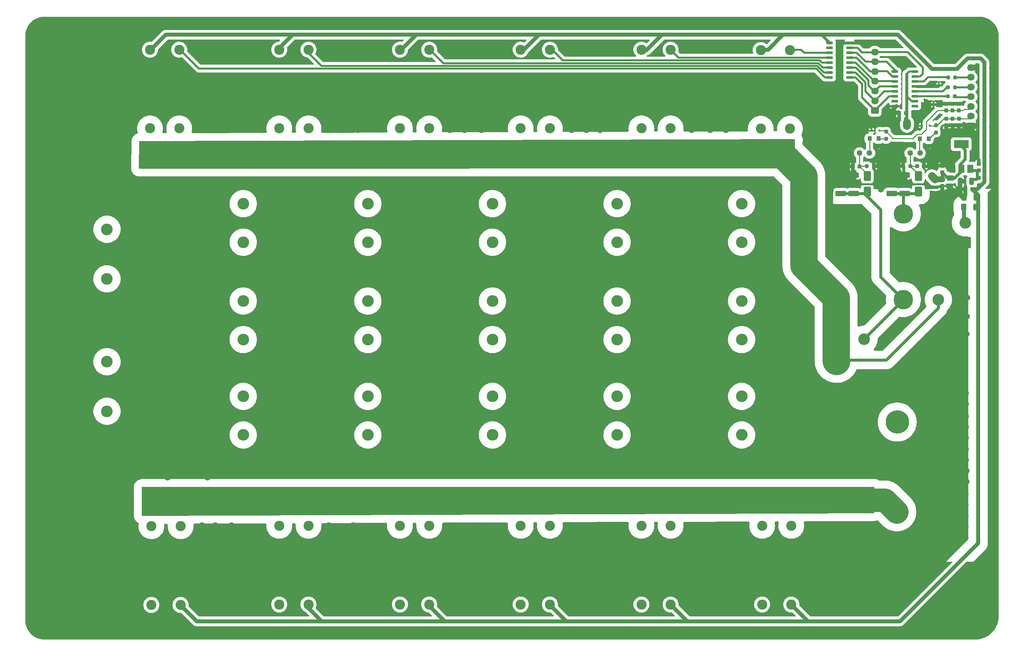
<source format=gbr>
%TF.GenerationSoftware,KiCad,Pcbnew,7.0.10*%
%TF.CreationDate,2024-05-11T12:56:43+02:00*%
%TF.ProjectId,LPF_HF+6,4c50465f-4846-42b3-962e-6b696361645f,rev?*%
%TF.SameCoordinates,Original*%
%TF.FileFunction,Copper,L1,Top*%
%TF.FilePolarity,Positive*%
%FSLAX46Y46*%
G04 Gerber Fmt 4.6, Leading zero omitted, Abs format (unit mm)*
G04 Created by KiCad (PCBNEW 7.0.10) date 2024-05-11 12:56:43*
%MOMM*%
%LPD*%
G01*
G04 APERTURE LIST*
G04 Aperture macros list*
%AMRoundRect*
0 Rectangle with rounded corners*
0 $1 Rounding radius*
0 $2 $3 $4 $5 $6 $7 $8 $9 X,Y pos of 4 corners*
0 Add a 4 corners polygon primitive as box body*
4,1,4,$2,$3,$4,$5,$6,$7,$8,$9,$2,$3,0*
0 Add four circle primitives for the rounded corners*
1,1,$1+$1,$2,$3*
1,1,$1+$1,$4,$5*
1,1,$1+$1,$6,$7*
1,1,$1+$1,$8,$9*
0 Add four rect primitives between the rounded corners*
20,1,$1+$1,$2,$3,$4,$5,0*
20,1,$1+$1,$4,$5,$6,$7,0*
20,1,$1+$1,$6,$7,$8,$9,0*
20,1,$1+$1,$8,$9,$2,$3,0*%
G04 Aperture macros list end*
%TA.AperFunction,SMDPad,CuDef*%
%ADD10RoundRect,0.150000X-0.725000X-0.150000X0.725000X-0.150000X0.725000X0.150000X-0.725000X0.150000X0*%
%TD*%
%TA.AperFunction,SMDPad,CuDef*%
%ADD11RoundRect,2.500000X2.500000X4.500000X-2.500000X4.500000X-2.500000X-4.500000X2.500000X-4.500000X0*%
%TD*%
%TA.AperFunction,SMDPad,CuDef*%
%ADD12C,6.000000*%
%TD*%
%TA.AperFunction,SMDPad,CuDef*%
%ADD13RoundRect,0.237500X-0.237500X0.300000X-0.237500X-0.300000X0.237500X-0.300000X0.237500X0.300000X0*%
%TD*%
%TA.AperFunction,SMDPad,CuDef*%
%ADD14RoundRect,0.237500X0.250000X0.237500X-0.250000X0.237500X-0.250000X-0.237500X0.250000X-0.237500X0*%
%TD*%
%TA.AperFunction,SMDPad,CuDef*%
%ADD15RoundRect,0.237500X0.300000X0.237500X-0.300000X0.237500X-0.300000X-0.237500X0.300000X-0.237500X0*%
%TD*%
%TA.AperFunction,ComponentPad*%
%ADD16C,2.600000*%
%TD*%
%TA.AperFunction,ComponentPad*%
%ADD17C,3.000000*%
%TD*%
%TA.AperFunction,ComponentPad*%
%ADD18C,1.440000*%
%TD*%
%TA.AperFunction,SMDPad,CuDef*%
%ADD19RoundRect,0.112500X-0.112500X0.187500X-0.112500X-0.187500X0.112500X-0.187500X0.112500X0.187500X0*%
%TD*%
%TA.AperFunction,SMDPad,CuDef*%
%ADD20RoundRect,0.237500X0.237500X-0.300000X0.237500X0.300000X-0.237500X0.300000X-0.237500X-0.300000X0*%
%TD*%
%TA.AperFunction,SMDPad,CuDef*%
%ADD21RoundRect,0.250000X-0.650000X1.000000X-0.650000X-1.000000X0.650000X-1.000000X0.650000X1.000000X0*%
%TD*%
%TA.AperFunction,SMDPad,CuDef*%
%ADD22RoundRect,0.112500X0.187500X0.112500X-0.187500X0.112500X-0.187500X-0.112500X0.187500X-0.112500X0*%
%TD*%
%TA.AperFunction,ComponentPad*%
%ADD23RoundRect,0.250000X0.725000X-0.600000X0.725000X0.600000X-0.725000X0.600000X-0.725000X-0.600000X0*%
%TD*%
%TA.AperFunction,ComponentPad*%
%ADD24O,1.950000X1.700000*%
%TD*%
%TA.AperFunction,SMDPad,CuDef*%
%ADD25RoundRect,0.237500X-0.237500X0.250000X-0.237500X-0.250000X0.237500X-0.250000X0.237500X0.250000X0*%
%TD*%
%TA.AperFunction,SMDPad,CuDef*%
%ADD26RoundRect,0.250000X-0.400000X-0.625000X0.400000X-0.625000X0.400000X0.625000X-0.400000X0.625000X0*%
%TD*%
%TA.AperFunction,SMDPad,CuDef*%
%ADD27RoundRect,0.237500X-0.300000X-0.237500X0.300000X-0.237500X0.300000X0.237500X-0.300000X0.237500X0*%
%TD*%
%TA.AperFunction,SMDPad,CuDef*%
%ADD28RoundRect,0.250000X0.412500X0.650000X-0.412500X0.650000X-0.412500X-0.650000X0.412500X-0.650000X0*%
%TD*%
%TA.AperFunction,SMDPad,CuDef*%
%ADD29R,1.500000X2.000000*%
%TD*%
%TA.AperFunction,SMDPad,CuDef*%
%ADD30R,3.800000X2.000000*%
%TD*%
%TA.AperFunction,SMDPad,CuDef*%
%ADD31RoundRect,0.249999X-1.075001X0.450001X-1.075001X-0.450001X1.075001X-0.450001X1.075001X0.450001X0*%
%TD*%
%TA.AperFunction,SMDPad,CuDef*%
%ADD32RoundRect,0.250000X0.325000X0.650000X-0.325000X0.650000X-0.325000X-0.650000X0.325000X-0.650000X0*%
%TD*%
%TA.AperFunction,SMDPad,CuDef*%
%ADD33RoundRect,0.250000X-0.275000X-0.350000X0.275000X-0.350000X0.275000X0.350000X-0.275000X0.350000X0*%
%TD*%
%TA.AperFunction,SMDPad,CuDef*%
%ADD34RoundRect,0.249999X1.075001X-0.450001X1.075001X0.450001X-1.075001X0.450001X-1.075001X-0.450001X0*%
%TD*%
%TA.AperFunction,ComponentPad*%
%ADD35R,3.000000X3.000000*%
%TD*%
%TA.AperFunction,ComponentPad*%
%ADD36C,5.000000*%
%TD*%
%TA.AperFunction,SMDPad,CuDef*%
%ADD37C,5.000000*%
%TD*%
%TA.AperFunction,SMDPad,CuDef*%
%ADD38RoundRect,0.250000X-0.650000X0.412500X-0.650000X-0.412500X0.650000X-0.412500X0.650000X0.412500X0*%
%TD*%
%TA.AperFunction,SMDPad,CuDef*%
%ADD39RoundRect,0.237500X0.237500X-0.250000X0.237500X0.250000X-0.237500X0.250000X-0.237500X-0.250000X0*%
%TD*%
%TA.AperFunction,SMDPad,CuDef*%
%ADD40RoundRect,0.237500X-0.250000X-0.237500X0.250000X-0.237500X0.250000X0.237500X-0.250000X0.237500X0*%
%TD*%
%TA.AperFunction,SMDPad,CuDef*%
%ADD41RoundRect,0.150000X0.725000X0.150000X-0.725000X0.150000X-0.725000X-0.150000X0.725000X-0.150000X0*%
%TD*%
%TA.AperFunction,ViaPad*%
%ADD42C,1.500000*%
%TD*%
%TA.AperFunction,ViaPad*%
%ADD43C,0.800000*%
%TD*%
%TA.AperFunction,ViaPad*%
%ADD44C,5.000000*%
%TD*%
%TA.AperFunction,ViaPad*%
%ADD45C,6.000000*%
%TD*%
%TA.AperFunction,ViaPad*%
%ADD46C,3.000000*%
%TD*%
%TA.AperFunction,Conductor*%
%ADD47C,1.000000*%
%TD*%
%TA.AperFunction,Conductor*%
%ADD48C,0.750000*%
%TD*%
%TA.AperFunction,Conductor*%
%ADD49C,0.500000*%
%TD*%
%TA.AperFunction,Conductor*%
%ADD50C,1.500000*%
%TD*%
%TA.AperFunction,Conductor*%
%ADD51C,0.250000*%
%TD*%
%TA.AperFunction,Conductor*%
%ADD52C,2.000000*%
%TD*%
%TA.AperFunction,Conductor*%
%ADD53C,7.000000*%
%TD*%
%TA.AperFunction,Conductor*%
%ADD54C,6.000000*%
%TD*%
G04 APERTURE END LIST*
D10*
%TO.P,U2,1,QB*%
%TO.N,Net-(J4-Pin_6)*%
X320005000Y-67385154D03*
%TO.P,U2,2,QC*%
%TO.N,Net-(J4-Pin_5)*%
X320005000Y-68655154D03*
%TO.P,U2,3,QD*%
%TO.N,Net-(J4-Pin_4)*%
X320005000Y-69925154D03*
%TO.P,U2,4,QE*%
%TO.N,Net-(J4-Pin_3)*%
X320005000Y-71195154D03*
%TO.P,U2,5,QF*%
%TO.N,Net-(J4-Pin_2)*%
X320005000Y-72465154D03*
%TO.P,U2,6,QG*%
%TO.N,Net-(J4-Pin_1)*%
X320005000Y-73735154D03*
%TO.P,U2,7,QH*%
%TO.N,unconnected-(U2-QH-Pad7)*%
X320005000Y-75005154D03*
%TO.P,U2,8,GND*%
%TO.N,GND*%
X320005000Y-76275154D03*
%TO.P,U2,9,QH'*%
%TO.N,unconnected-(U2-QH'-Pad9)*%
X325155000Y-76275154D03*
%TO.P,U2,10,~{SRCLR}*%
%TO.N,+5V*%
X325155000Y-75005154D03*
%TO.P,U2,11,SRCLK*%
%TO.N,Net-(D17-A1)*%
X325155000Y-73735154D03*
%TO.P,U2,12,RCLK*%
%TO.N,Net-(D18-A1)*%
X325155000Y-72465154D03*
%TO.P,U2,13,~{OE}*%
%TO.N,GND*%
X325155000Y-71195154D03*
%TO.P,U2,14,SER*%
%TO.N,Net-(D16-A1)*%
X325155000Y-69925154D03*
%TO.P,U2,15,QA*%
%TO.N,Net-(J4-Pin_7)*%
X325155000Y-68655154D03*
%TO.P,U2,16,VCC*%
%TO.N,+5V*%
X325155000Y-67385154D03*
%TD*%
D11*
%TO.P,J5,1,Ext*%
%TO.N,GND*%
X331606400Y-157417154D03*
D12*
%TO.P,J5,2,In*%
%TO.N,Net-(J5-In)*%
X320606400Y-157417154D03*
%TD*%
D13*
%TO.P,C20,1*%
%TO.N,+5V*%
X332130400Y-95072254D03*
%TO.P,C20,2*%
%TO.N,GND*%
X332130400Y-96797254D03*
%TD*%
D14*
%TO.P,R8,1*%
%TO.N,Net-(D19-K)*%
X323928200Y-91654554D03*
%TO.P,R8,2*%
%TO.N,GND*%
X322103200Y-91654554D03*
%TD*%
D15*
%TO.P,C8,1*%
%TO.N,+12V*%
X339850900Y-97611154D03*
%TO.P,C8,2*%
%TO.N,GND*%
X338125900Y-97611154D03*
%TD*%
D16*
%TO.P,REL3,1*%
%TO.N,/20-17m*%
X223906400Y-204267154D03*
%TO.P,REL3,2*%
%TO.N,+12V*%
X231406400Y-204267154D03*
%TO.P,REL3,3*%
%TO.N,GND*%
X231406400Y-189067154D03*
%TO.P,REL3,4*%
%TO.N,Net-(C23-Pad1)*%
X231406400Y-184067154D03*
%TO.P,REL3,5*%
%TO.N,/LPF_IN*%
X231406400Y-179067154D03*
%TO.P,REL3,6*%
%TO.N,GND*%
X223906400Y-189067154D03*
%TO.P,REL3,7*%
%TO.N,Net-(C23-Pad1)*%
X223906400Y-184067154D03*
%TO.P,REL3,8*%
%TO.N,/LPF_IN*%
X223906400Y-179067154D03*
%TD*%
D13*
%TO.P,C46,1*%
%TO.N,PWR_REF*%
X336448400Y-79451254D03*
%TO.P,C46,2*%
%TO.N,GND*%
X336448400Y-81176254D03*
%TD*%
D17*
%TO.P,L7,1,1*%
%TO.N,Net-(C27-Pad1)*%
X280656400Y-136216901D03*
%TO.P,L7,2,2*%
%TO.N,Net-(C33-Pad1)*%
X280656400Y-126317407D03*
%TD*%
D14*
%TO.P,R4,1*%
%TO.N,Latch*%
X335428600Y-71449154D03*
%TO.P,R4,2*%
%TO.N,Net-(D18-A1)*%
X333603600Y-71449154D03*
%TD*%
D18*
%TO.P,RV1,1,1*%
%TO.N,Net-(D19-K)*%
X323926200Y-88314754D03*
%TO.P,RV1,2,2*%
%TO.N,Net-(L20-Pad1)*%
X326466200Y-88314754D03*
%TO.P,RV1,3,3*%
%TO.N,GND*%
X329006200Y-88314754D03*
%TD*%
D19*
%TO.P,D16,1,A1*%
%TO.N,Net-(D16-A1)*%
X331301800Y-68829154D03*
%TO.P,D16,2,A2*%
%TO.N,GND*%
X331301800Y-70929154D03*
%TD*%
D17*
%TO.P,L9,1,1*%
%TO.N,Net-(C29-Pad1)*%
X216656400Y-136216901D03*
%TO.P,L9,2,2*%
%TO.N,Net-(C35-Pad1)*%
X216656400Y-126317407D03*
%TD*%
D20*
%TO.P,C16,1*%
%TO.N,Net-(U1-VI)*%
X341528400Y-92784054D03*
%TO.P,C16,2*%
%TO.N,GND*%
X341528400Y-91059054D03*
%TD*%
D17*
%TO.P,L5,1,1*%
%TO.N,Net-(C25-Pad1)*%
X152656400Y-160716901D03*
%TO.P,L5,2,2*%
%TO.N,Net-(C31-Pad1)*%
X152656400Y-150817407D03*
%TD*%
D19*
%TO.P,D18,1,A1*%
%TO.N,Net-(D18-A1)*%
X327609200Y-72498754D03*
%TO.P,D18,2,A2*%
%TO.N,GND*%
X327609200Y-74598754D03*
%TD*%
D21*
%TO.P,D19,1,K*%
%TO.N,Net-(D19-K)*%
X326034400Y-94201154D03*
%TO.P,D19,2,A*%
%TO.N,Net-(D19-A)*%
X326034400Y-98201154D03*
%TD*%
D16*
%TO.P,REL9,1*%
%TO.N,/20-17m*%
X231406400Y-61767154D03*
%TO.P,REL9,2*%
%TO.N,+12V*%
X223906400Y-61767154D03*
%TO.P,REL9,3*%
%TO.N,GND*%
X223906400Y-76967154D03*
%TO.P,REL9,4*%
%TO.N,Net-(C41-Pad1)*%
X223906400Y-81967154D03*
%TO.P,REL9,5*%
%TO.N,/LPF_OUT*%
X223906400Y-86967154D03*
%TO.P,REL9,6*%
%TO.N,GND*%
X231406400Y-76967154D03*
%TO.P,REL9,7*%
%TO.N,Net-(C41-Pad1)*%
X231406400Y-81967154D03*
%TO.P,REL9,8*%
%TO.N,/LPF_OUT*%
X231406400Y-86967154D03*
%TD*%
D22*
%TO.P,D21,1,A1*%
%TO.N,PWR_REF*%
X328980800Y-81304354D03*
%TO.P,D21,2,A2*%
%TO.N,GND*%
X326880800Y-81304354D03*
%TD*%
D17*
%TO.P,L4,1,1*%
%TO.N,Net-(C24-Pad1)*%
X184656400Y-160716901D03*
%TO.P,L4,2,2*%
%TO.N,Net-(C30-Pad1)*%
X184656400Y-150817407D03*
%TD*%
D23*
%TO.P,J1,1,Pin_1*%
%TO.N,GND*%
X339496400Y-81340554D03*
D24*
%TO.P,J1,2,Pin_2*%
%TO.N,PWR_REF*%
X339496400Y-78840554D03*
%TO.P,J1,3,Pin_3*%
%TO.N,PWR_FWD*%
X339496400Y-76340554D03*
%TO.P,J1,4,Pin_4*%
%TO.N,Clock*%
X339496400Y-73840554D03*
%TO.P,J1,5,Pin_5*%
%TO.N,Latch*%
X339496400Y-71340554D03*
%TO.P,J1,6,Pin_6*%
%TO.N,SER_DATA*%
X339496400Y-68840554D03*
%TO.P,J1,7,Pin_7*%
%TO.N,GND*%
X339496400Y-66340554D03*
%TD*%
D20*
%TO.P,C49,1*%
%TO.N,PWR_FWD*%
X333197200Y-77366254D03*
%TO.P,C49,2*%
%TO.N,GND*%
X333197200Y-75641254D03*
%TD*%
D25*
%TO.P,R12,1*%
%TO.N,PWR_REF*%
X330530200Y-81179254D03*
%TO.P,R12,2*%
%TO.N,Net-(L20-Pad2)*%
X330530200Y-83004254D03*
%TD*%
D15*
%TO.P,C19,1*%
%TO.N,+5V*%
X322809900Y-78027754D03*
%TO.P,C19,2*%
%TO.N,GND*%
X321084900Y-78027754D03*
%TD*%
D20*
%TO.P,C51,1*%
%TO.N,PWR_FWD*%
X336397600Y-77366254D03*
%TO.P,C51,2*%
%TO.N,GND*%
X336397600Y-75641254D03*
%TD*%
D23*
%TO.P,J4,1,Pin_1*%
%TO.N,Net-(J4-Pin_1)*%
X314863200Y-77374354D03*
D24*
%TO.P,J4,2,Pin_2*%
%TO.N,Net-(J4-Pin_2)*%
X314863200Y-74874354D03*
%TO.P,J4,3,Pin_3*%
%TO.N,Net-(J4-Pin_3)*%
X314863200Y-72374354D03*
%TO.P,J4,4,Pin_4*%
%TO.N,Net-(J4-Pin_4)*%
X314863200Y-69874354D03*
%TO.P,J4,5,Pin_5*%
%TO.N,Net-(J4-Pin_5)*%
X314863200Y-67374354D03*
%TO.P,J4,6,Pin_6*%
%TO.N,Net-(J4-Pin_6)*%
X314863200Y-64874354D03*
%TO.P,J4,7,Pin_7*%
%TO.N,Net-(J4-Pin_7)*%
X314863200Y-62374354D03*
%TD*%
D16*
%TO.P,REL10,1*%
%TO.N,/40-30m_REL*%
X200406400Y-61767154D03*
%TO.P,REL10,2*%
%TO.N,+12V*%
X192906400Y-61767154D03*
%TO.P,REL10,3*%
%TO.N,GND*%
X192906400Y-76967154D03*
%TO.P,REL10,4*%
%TO.N,Net-(C42-Pad1)*%
X192906400Y-81967154D03*
%TO.P,REL10,5*%
%TO.N,/LPF_OUT*%
X192906400Y-86967154D03*
%TO.P,REL10,6*%
%TO.N,GND*%
X200406400Y-76967154D03*
%TO.P,REL10,7*%
%TO.N,Net-(C42-Pad1)*%
X200406400Y-81967154D03*
%TO.P,REL10,8*%
%TO.N,/LPF_OUT*%
X200406400Y-86967154D03*
%TD*%
%TO.P,REL8,1*%
%TO.N,/15-10m_REL*%
X262406400Y-61767154D03*
%TO.P,REL8,2*%
%TO.N,+12V*%
X254906400Y-61767154D03*
%TO.P,REL8,3*%
%TO.N,GND*%
X254906400Y-76967154D03*
%TO.P,REL8,4*%
%TO.N,Net-(C40-Pad1)*%
X254906400Y-81967154D03*
%TO.P,REL8,5*%
%TO.N,/LPF_OUT*%
X254906400Y-86967154D03*
%TO.P,REL8,6*%
%TO.N,GND*%
X262406400Y-76967154D03*
%TO.P,REL8,7*%
%TO.N,Net-(C40-Pad1)*%
X262406400Y-81967154D03*
%TO.P,REL8,8*%
%TO.N,/LPF_OUT*%
X262406400Y-86967154D03*
%TD*%
D19*
%TO.P,D17,1,A1*%
%TO.N,Net-(D17-A1)*%
X329920600Y-73751954D03*
%TO.P,D17,2,A2*%
%TO.N,GND*%
X329920600Y-75851954D03*
%TD*%
D26*
%TO.P,R1,1*%
%TO.N,Net-(J2-Pin_2)*%
X337692400Y-102183154D03*
%TO.P,R1,2*%
%TO.N,+12V*%
X340792400Y-102183154D03*
%TD*%
D27*
%TO.P,C44,1*%
%TO.N,Net-(D19-K)*%
X325730700Y-91705354D03*
%TO.P,C44,2*%
%TO.N,GND*%
X327455700Y-91705354D03*
%TD*%
D28*
%TO.P,C7,1*%
%TO.N,+12V*%
X340855700Y-99643154D03*
%TO.P,C7,2*%
%TO.N,GND*%
X337730700Y-99643154D03*
%TD*%
D17*
%TO.P,L2,1,1*%
%TO.N,Net-(C22-Pad1)*%
X248656400Y-160716901D03*
%TO.P,L2,2,2*%
%TO.N,Net-(C28-Pad1)*%
X248656400Y-150817407D03*
%TD*%
D29*
%TO.P,U1,1,GND*%
%TO.N,GND*%
X334746600Y-92327954D03*
%TO.P,U1,2,VO*%
%TO.N,+5V*%
X337046600Y-92327954D03*
D30*
X337046600Y-86027954D03*
D29*
%TO.P,U1,3,VI*%
%TO.N,Net-(U1-VI)*%
X339346600Y-92327954D03*
%TD*%
D31*
%TO.P,R6,1*%
%TO.N,GND*%
X322503800Y-93928154D03*
%TO.P,R6,2*%
%TO.N,Net-(D19-A)*%
X322503800Y-98728154D03*
%TD*%
D13*
%TO.P,C47,1*%
%TO.N,PWR_REF*%
X334797400Y-79451254D03*
%TO.P,C47,2*%
%TO.N,GND*%
X334797400Y-81176254D03*
%TD*%
D16*
%TO.P,REL1,1*%
%TO.N,/6m_REL*%
X285906400Y-204267154D03*
%TO.P,REL1,2*%
%TO.N,+12V*%
X293406400Y-204267154D03*
%TO.P,REL1,3*%
%TO.N,GND*%
X293406400Y-189067154D03*
%TO.P,REL1,4*%
%TO.N,Net-(C21-Pad1)*%
X293406400Y-184067154D03*
%TO.P,REL1,5*%
%TO.N,/LPF_IN*%
X293406400Y-179067154D03*
%TO.P,REL1,6*%
%TO.N,GND*%
X285906400Y-189067154D03*
%TO.P,REL1,7*%
%TO.N,Net-(C21-Pad1)*%
X285906400Y-184067154D03*
%TO.P,REL1,8*%
%TO.N,/LPF_IN*%
X285906400Y-179067154D03*
%TD*%
D22*
%TO.P,D22,1,A1*%
%TO.N,PWR_FWD*%
X316104600Y-82574354D03*
%TO.P,D22,2,A2*%
%TO.N,GND*%
X314004600Y-82574354D03*
%TD*%
D32*
%TO.P,C15,1*%
%TO.N,Net-(U1-VI)*%
X339701400Y-95579154D03*
%TO.P,C15,2*%
%TO.N,GND*%
X336751400Y-95579154D03*
%TD*%
D20*
%TO.P,C39,1*%
%TO.N,+5V*%
X332130400Y-93292054D03*
%TO.P,C39,2*%
%TO.N,GND*%
X332130400Y-91567054D03*
%TD*%
D16*
%TO.P,REL7,1*%
%TO.N,/6m_REL*%
X293056000Y-61862154D03*
%TO.P,REL7,2*%
%TO.N,+12V*%
X285556000Y-61862154D03*
%TO.P,REL7,3*%
%TO.N,GND*%
X285556000Y-77062154D03*
%TO.P,REL7,4*%
%TO.N,Net-(C39-Pad1)*%
X285556000Y-82062154D03*
%TO.P,REL7,5*%
%TO.N,/LPF_OUT*%
X285556000Y-87062154D03*
%TO.P,REL7,6*%
%TO.N,GND*%
X293056000Y-77062154D03*
%TO.P,REL7,7*%
%TO.N,Net-(C39-Pad1)*%
X293056000Y-82062154D03*
%TO.P,REL7,8*%
%TO.N,/LPF_OUT*%
X293056000Y-87062154D03*
%TD*%
%TO.P,REL2,1*%
%TO.N,/15-10m_REL*%
X254906400Y-204267154D03*
%TO.P,REL2,2*%
%TO.N,+12V*%
X262406400Y-204267154D03*
%TO.P,REL2,3*%
%TO.N,GND*%
X262406400Y-189067154D03*
%TO.P,REL2,4*%
%TO.N,Net-(C22-Pad1)*%
X262406400Y-184067154D03*
%TO.P,REL2,5*%
%TO.N,/LPF_IN*%
X262406400Y-179067154D03*
%TO.P,REL2,6*%
%TO.N,GND*%
X254906400Y-189067154D03*
%TO.P,REL2,7*%
%TO.N,Net-(C22-Pad1)*%
X254906400Y-184067154D03*
%TO.P,REL2,8*%
%TO.N,/LPF_IN*%
X254906400Y-179067154D03*
%TD*%
D17*
%TO.P,L15,1,1*%
%TO.N,Net-(C35-Pad1)*%
X216656400Y-111216901D03*
%TO.P,L15,2,2*%
%TO.N,Net-(C41-Pad1)*%
X216656400Y-101317407D03*
%TD*%
D33*
%TO.P,L20,1*%
%TO.N,Net-(L20-Pad1)*%
X326383000Y-84657154D03*
%TO.P,L20,2*%
%TO.N,Net-(L20-Pad2)*%
X328683000Y-84657154D03*
%TD*%
D13*
%TO.P,C48,1*%
%TO.N,PWR_REF*%
X333171800Y-79476654D03*
%TO.P,C48,2*%
%TO.N,GND*%
X333171800Y-81201654D03*
%TD*%
D14*
%TO.P,R2,1*%
%TO.N,SER_DATA*%
X335479400Y-68883754D03*
%TO.P,R2,2*%
%TO.N,Net-(D16-A1)*%
X333654400Y-68883754D03*
%TD*%
D16*
%TO.P,REL6,1*%
%TO.N,/160m_REL*%
X129057400Y-204367354D03*
%TO.P,REL6,2*%
%TO.N,+12V*%
X136557400Y-204367354D03*
%TO.P,REL6,3*%
%TO.N,GND*%
X136557400Y-189167354D03*
%TO.P,REL6,4*%
%TO.N,Net-(C26-Pad1)*%
X136557400Y-184167354D03*
%TO.P,REL6,5*%
%TO.N,/LPF_IN*%
X136557400Y-179167354D03*
%TO.P,REL6,6*%
%TO.N,GND*%
X129057400Y-189167354D03*
%TO.P,REL6,7*%
%TO.N,Net-(C26-Pad1)*%
X129057400Y-184167354D03*
%TO.P,REL6,8*%
%TO.N,/LPF_IN*%
X129057400Y-179167354D03*
%TD*%
%TO.P,REL4,1*%
%TO.N,/40-30m_REL*%
X192906400Y-204267154D03*
%TO.P,REL4,2*%
%TO.N,+12V*%
X200406400Y-204267154D03*
%TO.P,REL4,3*%
%TO.N,GND*%
X200406400Y-189067154D03*
%TO.P,REL4,4*%
%TO.N,Net-(C24-Pad1)*%
X200406400Y-184067154D03*
%TO.P,REL4,5*%
%TO.N,/LPF_IN*%
X200406400Y-179067154D03*
%TO.P,REL4,6*%
%TO.N,GND*%
X192906400Y-189067154D03*
%TO.P,REL4,7*%
%TO.N,Net-(C24-Pad1)*%
X192906400Y-184067154D03*
%TO.P,REL4,8*%
%TO.N,/LPF_IN*%
X192906400Y-179067154D03*
%TD*%
D34*
%TO.P,R10,1*%
%TO.N,Net-(D20-A)*%
X306070000Y-98741154D03*
%TO.P,R10,2*%
%TO.N,GND*%
X306070000Y-93941154D03*
%TD*%
D33*
%TO.P,L21,1*%
%TO.N,Net-(L21-Pad1)*%
X313498200Y-84606354D03*
%TO.P,L21,2*%
%TO.N,Net-(L21-Pad2)*%
X315798200Y-84606354D03*
%TD*%
D11*
%TO.P,J3,1,Ext*%
%TO.N,GND*%
X331506400Y-180467154D03*
D12*
%TO.P,J3,2,In*%
%TO.N,/LPF_IN*%
X320506400Y-180467154D03*
%TD*%
D16*
%TO.P,REL12,1*%
%TO.N,/160m_REL*%
X136211000Y-61767154D03*
%TO.P,REL12,2*%
%TO.N,+12V*%
X128711000Y-61767154D03*
%TO.P,REL12,3*%
%TO.N,GND*%
X128711000Y-76967154D03*
%TO.P,REL12,4*%
%TO.N,Net-(C38-Pad1)*%
X128711000Y-81967154D03*
%TO.P,REL12,5*%
%TO.N,/LPF_OUT*%
X128711000Y-86967154D03*
%TO.P,REL12,6*%
%TO.N,GND*%
X136211000Y-76967154D03*
%TO.P,REL12,7*%
%TO.N,Net-(C38-Pad1)*%
X136211000Y-81967154D03*
%TO.P,REL12,8*%
%TO.N,/LPF_OUT*%
X136211000Y-86967154D03*
%TD*%
D21*
%TO.P,D20,1,K*%
%TO.N,Net-(D20-K)*%
X312902600Y-94214154D03*
%TO.P,D20,2,A*%
%TO.N,Net-(D20-A)*%
X312902600Y-98214154D03*
%TD*%
D35*
%TO.P,J2,1,Pin_1*%
%TO.N,GND*%
X338099400Y-111301754D03*
D17*
%TO.P,J2,2,Pin_2*%
%TO.N,Net-(J2-Pin_2)*%
X338099400Y-106221754D03*
%TD*%
D14*
%TO.P,R3,1*%
%TO.N,Clock*%
X335403200Y-73735154D03*
%TO.P,R3,2*%
%TO.N,Net-(D17-A1)*%
X333578200Y-73735154D03*
%TD*%
D17*
%TO.P,L6,1,1*%
%TO.N,Net-(C26-Pad1)*%
X117656400Y-154631115D03*
%TO.P,L6,2,2*%
%TO.N,Net-(C32-Pad1)*%
X117656400Y-141903193D03*
%TD*%
D16*
%TO.P,REL5,1*%
%TO.N,/80m_REL*%
X161906400Y-204267154D03*
%TO.P,REL5,2*%
%TO.N,+12V*%
X169406400Y-204267154D03*
%TO.P,REL5,3*%
%TO.N,GND*%
X169406400Y-189067154D03*
%TO.P,REL5,4*%
%TO.N,Net-(C25-Pad1)*%
X169406400Y-184067154D03*
%TO.P,REL5,5*%
%TO.N,/LPF_IN*%
X169406400Y-179067154D03*
%TO.P,REL5,6*%
%TO.N,GND*%
X161906400Y-189067154D03*
%TO.P,REL5,7*%
%TO.N,Net-(C25-Pad1)*%
X161906400Y-184067154D03*
%TO.P,REL5,8*%
%TO.N,/LPF_IN*%
X161906400Y-179067154D03*
%TD*%
D15*
%TO.P,C45,1*%
%TO.N,Net-(D20-K)*%
X310945700Y-91743754D03*
%TO.P,C45,2*%
%TO.N,GND*%
X309220700Y-91743754D03*
%TD*%
D36*
%TO.P,L19,1,1*%
%TO.N,/LPF_OUT*%
X304997425Y-141826779D03*
D37*
%TO.P,L19,2,2*%
%TO.N,Net-(J5-In)*%
X320553775Y-157383129D03*
D17*
%TO.P,L19,3,3*%
%TO.N,Net-(D20-A)*%
X312068493Y-136169925D03*
%TO.P,L19,4,4*%
%TO.N,GND*%
X298633464Y-148190740D03*
%TD*%
D38*
%TO.P,C17,1*%
%TO.N,+5V*%
X334264000Y-94727854D03*
%TO.P,C17,2*%
%TO.N,GND*%
X334264000Y-97852854D03*
%TD*%
D17*
%TO.P,L1,1,1*%
%TO.N,Net-(C21-Pad1)*%
X280656400Y-160716901D03*
%TO.P,L1,2,2*%
%TO.N,Net-(C27-Pad1)*%
X280656400Y-150817407D03*
%TD*%
%TO.P,L14,1,1*%
%TO.N,Net-(C34-Pad1)*%
X248656400Y-111216901D03*
%TO.P,L14,2,2*%
%TO.N,Net-(C40-Pad1)*%
X248656400Y-101317407D03*
%TD*%
D36*
%TO.P,L18,1,1*%
%TO.N,Net-(D20-A)*%
X322165600Y-125933954D03*
%TO.P,L18,2,2*%
%TO.N,Net-(D19-A)*%
X322165600Y-103933954D03*
D17*
%TO.P,L18,3,3*%
%TO.N,GND*%
X313165600Y-124933954D03*
%TO.P,L18,4,4*%
%TO.N,/LPF_OUT*%
X331165600Y-125933954D03*
%TD*%
%TO.P,L3,1,1*%
%TO.N,Net-(C23-Pad1)*%
X216656400Y-160716901D03*
%TO.P,L3,2,2*%
%TO.N,Net-(C29-Pad1)*%
X216656400Y-150817407D03*
%TD*%
D34*
%TO.P,R9,1*%
%TO.N,Net-(D20-A)*%
X309422800Y-98741154D03*
%TO.P,R9,2*%
%TO.N,GND*%
X309422800Y-93941154D03*
%TD*%
D39*
%TO.P,R5,1*%
%TO.N,+12V*%
X341528400Y-96593254D03*
%TO.P,R5,2*%
%TO.N,Net-(U1-VI)*%
X341528400Y-94768254D03*
%TD*%
D17*
%TO.P,L17,1,1*%
%TO.N,Net-(C37-Pad1)*%
X152656400Y-111216901D03*
%TO.P,L17,2,2*%
%TO.N,Net-(C43-Pad1)*%
X152656400Y-101317407D03*
%TD*%
%TO.P,L16,1,1*%
%TO.N,Net-(C36-Pad1)*%
X184656400Y-111216901D03*
%TO.P,L16,2,2*%
%TO.N,Net-(C42-Pad1)*%
X184656400Y-101317407D03*
%TD*%
D18*
%TO.P,RV2,1,1*%
%TO.N,Net-(D20-K)*%
X310946800Y-88289354D03*
%TO.P,RV2,2,2*%
%TO.N,Net-(L21-Pad1)*%
X313486800Y-88289354D03*
%TO.P,RV2,3,3*%
%TO.N,GND*%
X316026800Y-88289354D03*
%TD*%
D17*
%TO.P,L11,1,1*%
%TO.N,Net-(C31-Pad1)*%
X152656400Y-136216901D03*
%TO.P,L11,2,2*%
%TO.N,Net-(C37-Pad1)*%
X152656400Y-126317407D03*
%TD*%
D15*
%TO.P,C18,1*%
%TO.N,+5V*%
X322835300Y-79627954D03*
%TO.P,C18,2*%
%TO.N,GND*%
X321110300Y-79627954D03*
%TD*%
D25*
%TO.P,R13,1*%
%TO.N,PWR_FWD*%
X317728600Y-82830254D03*
%TO.P,R13,2*%
%TO.N,Net-(L21-Pad2)*%
X317728600Y-84655254D03*
%TD*%
D16*
%TO.P,REL11,1*%
%TO.N,/80m_REL*%
X169406400Y-61767154D03*
%TO.P,REL11,2*%
%TO.N,+12V*%
X161906400Y-61767154D03*
%TO.P,REL11,3*%
%TO.N,GND*%
X161906400Y-76967154D03*
%TO.P,REL11,4*%
%TO.N,Net-(C43-Pad1)*%
X161906400Y-81967154D03*
%TO.P,REL11,5*%
%TO.N,/LPF_OUT*%
X161906400Y-86967154D03*
%TO.P,REL11,6*%
%TO.N,GND*%
X169406400Y-76967154D03*
%TO.P,REL11,7*%
%TO.N,Net-(C43-Pad1)*%
X169406400Y-81967154D03*
%TO.P,REL11,8*%
%TO.N,/LPF_OUT*%
X169406400Y-86967154D03*
%TD*%
D20*
%TO.P,C50,1*%
%TO.N,PWR_FWD*%
X334772000Y-77366254D03*
%TO.P,C50,2*%
%TO.N,GND*%
X334772000Y-75641254D03*
%TD*%
D17*
%TO.P,L13,1,1*%
%TO.N,Net-(C33-Pad1)*%
X280656400Y-111216901D03*
%TO.P,L13,2,2*%
%TO.N,Net-(C39-Pad1)*%
X280656400Y-101317407D03*
%TD*%
%TO.P,L10,1,1*%
%TO.N,Net-(C30-Pad1)*%
X184656400Y-136216901D03*
%TO.P,L10,2,2*%
%TO.N,Net-(C36-Pad1)*%
X184656400Y-126317407D03*
%TD*%
%TO.P,L8,1,1*%
%TO.N,Net-(C28-Pad1)*%
X248656400Y-136216901D03*
%TO.P,L8,2,2*%
%TO.N,Net-(C34-Pad1)*%
X248656400Y-126317407D03*
%TD*%
D40*
%TO.P,R11,1*%
%TO.N,Net-(D20-K)*%
X312777500Y-91692954D03*
%TO.P,R11,2*%
%TO.N,GND*%
X314602500Y-91692954D03*
%TD*%
D41*
%TO.P,U3,1,I7*%
%TO.N,Net-(J4-Pin_1)*%
X308365600Y-68909154D03*
%TO.P,U3,2,I6*%
%TO.N,Net-(J4-Pin_2)*%
X308365600Y-67639154D03*
%TO.P,U3,3,I5*%
%TO.N,Net-(J4-Pin_3)*%
X308365600Y-66369154D03*
%TO.P,U3,4,I4*%
%TO.N,Net-(J4-Pin_4)*%
X308365600Y-65099154D03*
%TO.P,U3,5,I3*%
%TO.N,Net-(J4-Pin_5)*%
X308365600Y-63829154D03*
%TO.P,U3,6,I2*%
%TO.N,Net-(J4-Pin_6)*%
X308365600Y-62559154D03*
%TO.P,U3,7,I1*%
%TO.N,Net-(J4-Pin_7)*%
X308365600Y-61289154D03*
%TO.P,U3,8,GND*%
%TO.N,GND*%
X308365600Y-60019154D03*
%TO.P,U3,9,COM*%
%TO.N,+12V*%
X303215600Y-60019154D03*
%TO.P,U3,10,O7*%
%TO.N,unconnected-(U3-O7-Pad10)*%
X303215600Y-61289154D03*
%TO.P,U3,11,O6*%
%TO.N,/6m_REL*%
X303215600Y-62559154D03*
%TO.P,U3,12,O5*%
%TO.N,/15-10m_REL*%
X303215600Y-63829154D03*
%TO.P,U3,13,O4*%
%TO.N,/20-17m*%
X303215600Y-65099154D03*
%TO.P,U3,14,O3*%
%TO.N,/40-30m_REL*%
X303215600Y-66369154D03*
%TO.P,U3,15,O2*%
%TO.N,/80m_REL*%
X303215600Y-67639154D03*
%TO.P,U3,16,O1*%
%TO.N,/160m_REL*%
X303215600Y-68909154D03*
%TD*%
D31*
%TO.P,R7,1*%
%TO.N,GND*%
X319227200Y-93864954D03*
%TO.P,R7,2*%
%TO.N,Net-(D19-A)*%
X319227200Y-98664954D03*
%TD*%
D17*
%TO.P,L12,1,1*%
%TO.N,Net-(C32-Pad1)*%
X117656400Y-120631115D03*
%TO.P,L12,2,2*%
%TO.N,Net-(C38-Pad1)*%
X117656400Y-107903193D03*
%TD*%
D42*
%TO.N,GND*%
X335661000Y-83336354D03*
X132049004Y-54989954D03*
X208635600Y-156581098D03*
X171602400Y-169848754D03*
X161937116Y-211403154D03*
X263879432Y-194943954D03*
X99466400Y-139391940D03*
X198424800Y-122550572D03*
X128168400Y-139605042D03*
X99466400Y-146965568D03*
X208635600Y-133860214D03*
X203758800Y-116833358D03*
X176479200Y-141433842D03*
X235813600Y-104964916D03*
X133197600Y-152794284D03*
X314488464Y-199817954D03*
X291541200Y-138002628D03*
X193395600Y-132082214D03*
X338100000Y-147040954D03*
X327380600Y-137438354D03*
X338401800Y-172739986D03*
X176782710Y-194943954D03*
X242656400Y-186267154D03*
X267462000Y-138131842D03*
X210656400Y-186267154D03*
X309656400Y-184267154D03*
X320983304Y-211403154D03*
X138531600Y-124356186D03*
X288442400Y-139859042D03*
X257098800Y-160954326D03*
X150576674Y-211403154D03*
X133197600Y-130073400D03*
X330416288Y-170917154D03*
X309606400Y-188717154D03*
X99466400Y-177260080D03*
X108305600Y-105032642D03*
X108153200Y-151773330D03*
X282813502Y-194943954D03*
X161239200Y-116934958D03*
X257098800Y-138233442D03*
X311648352Y-199817954D03*
X270816288Y-186267154D03*
X311838014Y-118439154D03*
X116901748Y-54989954D03*
X161239200Y-113148144D03*
X122478800Y-170458354D03*
X338404800Y-134772754D03*
X235813600Y-169340754D03*
X207785284Y-54989954D03*
X242606400Y-190717154D03*
X332486000Y-109498354D03*
X267967908Y-211403154D03*
X257098800Y-134446628D03*
X122040114Y-73023954D03*
D43*
X250556400Y-205217154D03*
D42*
X285656400Y-106480340D03*
X138531600Y-131929814D03*
X262128000Y-121128172D03*
X303580800Y-94182154D03*
X118821200Y-192759554D03*
X324806400Y-186517154D03*
X258365418Y-73023954D03*
X203758800Y-105472916D03*
X303580800Y-74808596D03*
X176479200Y-118712958D03*
X291541200Y-153149884D03*
X166268400Y-160418712D03*
X208635600Y-149007470D03*
D43*
X267270883Y-203002326D03*
D42*
X312911248Y-170563954D03*
X300641200Y-153768466D03*
X161239200Y-147229470D03*
X267462000Y-145705470D03*
X203758800Y-154701498D03*
X122732800Y-158672754D03*
X143408400Y-107301716D03*
X146789860Y-211403154D03*
X198424800Y-156631898D03*
X128168400Y-124457786D03*
X325424800Y-79069154D03*
X176479200Y-145220656D03*
X176479200Y-149007470D03*
X291541200Y-141789442D03*
X180569524Y-194943954D03*
X332917800Y-83361754D03*
X262128000Y-162783126D03*
X110540800Y-131393154D03*
X211165698Y-211403154D03*
X128168400Y-169899554D03*
X207816288Y-186267154D03*
X193395600Y-162376726D03*
X230479600Y-137189828D03*
X318820800Y-60120754D03*
X267970000Y-61289154D03*
X110744000Y-86574254D03*
X116495348Y-211403154D03*
X176479200Y-99778888D03*
X308864000Y-78429710D03*
X344982800Y-187600094D03*
X306766288Y-188717154D03*
X241158548Y-194943954D03*
X225450400Y-169442354D03*
X205350022Y-73023954D03*
X176479200Y-156581098D03*
X305534386Y-194943954D03*
D43*
X237906400Y-205267154D03*
D44*
X295884600Y-141680154D03*
D42*
X208635600Y-145220656D03*
D43*
X204606400Y-203867154D03*
D42*
X338506400Y-130251554D03*
X166268400Y-164205526D03*
X176479200Y-103565702D03*
X203758800Y-120620172D03*
X231857720Y-73023954D03*
X212923650Y-73023954D03*
X240690400Y-99270888D03*
X235813600Y-161767126D03*
X262128000Y-98407288D03*
X321614800Y-131901154D03*
X166268400Y-167992340D03*
X317271400Y-136498554D03*
X344982800Y-104290186D03*
X143408400Y-111088530D03*
X166268400Y-107403316D03*
X133400556Y-73023954D03*
X99466400Y-82589730D03*
X344982800Y-62635232D03*
X150275012Y-194943954D03*
X240690400Y-118204958D03*
X225450400Y-150508284D03*
X267462000Y-130558214D03*
X154363488Y-211403154D03*
X218694000Y-61441554D03*
X235813600Y-135259428D03*
X295718136Y-162482754D03*
D45*
X333656400Y-61267154D03*
D42*
X206857600Y-61543154D03*
X225450400Y-131574214D03*
X108305600Y-99352418D03*
X99466400Y-158326010D03*
X171602400Y-158488312D03*
X325856400Y-194717154D03*
X260092618Y-194943954D03*
X265939046Y-73023954D03*
X304241200Y-158358578D03*
X210606400Y-190717154D03*
X303580800Y-109329410D03*
X337950000Y-143940954D03*
X124068976Y-211403154D03*
X166268400Y-122550572D03*
X123767314Y-194943954D03*
X267462000Y-96476888D03*
X285656400Y-110267154D03*
X230479600Y-122042572D03*
X279026688Y-194943954D03*
X262128000Y-143849056D03*
X108305600Y-96512306D03*
X225450400Y-127787400D03*
X176479200Y-130073400D03*
X321818000Y-89432354D03*
X192231628Y-211403154D03*
X235813600Y-120112172D03*
X230479600Y-140976642D03*
X99466400Y-181046894D03*
X239816288Y-186267154D03*
X344982800Y-157305582D03*
X230479600Y-156123898D03*
X306242448Y-54989954D03*
X193395600Y-139655842D03*
X303580800Y-113116224D03*
X311888814Y-113105154D03*
X143408400Y-167890740D03*
X208635600Y-111139330D03*
X108153200Y-148933214D03*
X193395600Y-116934958D03*
X230479600Y-106895316D03*
X324912372Y-109498354D03*
X110185200Y-170444290D03*
X324756400Y-190967154D03*
X344982800Y-149731954D03*
X108153200Y-171654114D03*
X272338800Y-143798256D03*
X302049234Y-211403154D03*
X138531600Y-169797954D03*
X273606400Y-190717154D03*
X138531600Y-135716628D03*
X331266800Y-133856954D03*
X230479600Y-125829386D03*
X158150302Y-211403154D03*
X342239600Y-197941154D03*
X161239200Y-139655842D03*
X180871186Y-211403154D03*
X249440238Y-54989954D03*
X281279600Y-61390754D03*
X193395600Y-147229470D03*
X198424800Y-137697828D03*
X198424800Y-145271456D03*
X128168400Y-132031414D03*
X305866800Y-68807554D03*
X225450400Y-120213772D03*
X235813600Y-116325358D03*
X157226000Y-61085954D03*
X172995896Y-194943954D03*
X257098800Y-149593884D03*
X128168400Y-147178670D03*
X272338800Y-98356488D03*
X169510744Y-211403154D03*
X198424800Y-111190130D03*
X268374308Y-54989954D03*
X273512674Y-73023954D03*
X235644534Y-73023954D03*
X203758800Y-150914684D03*
X315016288Y-190967154D03*
X272338800Y-121077372D03*
X247004976Y-73023954D03*
X317602890Y-54989954D03*
X128168400Y-105523716D03*
X99466400Y-173473266D03*
X291541200Y-145576256D03*
X272338800Y-117290558D03*
X108153200Y-157453554D03*
X324770118Y-211403154D03*
X198424800Y-149058270D03*
X291541200Y-156936698D03*
X230479600Y-167484340D03*
X235813600Y-131472614D03*
X203758800Y-147127870D03*
X306926184Y-162431954D03*
X318641472Y-166113954D03*
X198424800Y-99829688D03*
X230479600Y-95534874D03*
X240690400Y-129565400D03*
X235813600Y-142833056D03*
X128168400Y-120670972D03*
X272338800Y-128651000D03*
X344982800Y-115650628D03*
X285656400Y-102693526D03*
X225450400Y-135361028D03*
X233886582Y-211403154D03*
X128168400Y-116884158D03*
X148547812Y-73023954D03*
X203758800Y-97899288D03*
X317488464Y-194767954D03*
X303580800Y-90395340D03*
X240690400Y-95484074D03*
X110185200Y-161923954D03*
D43*
X142756400Y-205317154D03*
D42*
X205740000Y-82421954D03*
X271754722Y-211403154D03*
X235813600Y-157980312D03*
X267462000Y-164639540D03*
X230479600Y-99321688D03*
X338198600Y-178614798D03*
X161239200Y-124508586D03*
X317328576Y-199817954D03*
X288442400Y-136072228D03*
X131642604Y-211403154D03*
X144816288Y-186267154D03*
X220497278Y-73023954D03*
X272338800Y-166519140D03*
X272338800Y-109716930D03*
X257098800Y-104152116D03*
X267462000Y-119197772D03*
X182168800Y-82421954D03*
X267462000Y-111624144D03*
X198424800Y-141484642D03*
X196424842Y-54989954D03*
X110744000Y-103614930D03*
X262128000Y-117341358D03*
X325176518Y-54989954D03*
X344982800Y-180026466D03*
X338251800Y-152749870D03*
X176479200Y-126286586D03*
X262128000Y-136275428D03*
D43*
X236756400Y-203117154D03*
D42*
X110744000Y-89414370D03*
D43*
X217456400Y-203667154D03*
D42*
X328699186Y-109498354D03*
X143408400Y-103514902D03*
X235813600Y-165553940D03*
X267462000Y-122984586D03*
X129613742Y-73023954D03*
X338251800Y-149909754D03*
X308864000Y-86003354D03*
X159908254Y-73023954D03*
X128168400Y-97950088D03*
X301747572Y-194943954D03*
X230479600Y-118255758D03*
X303580800Y-86169054D03*
X166268400Y-145271456D03*
X304241200Y-152678354D03*
X133197600Y-137647028D03*
X147656400Y-186267154D03*
X193395600Y-143442656D03*
X344982800Y-134584698D03*
X241866610Y-54989954D03*
X99466400Y-150752382D03*
X210864036Y-194943954D03*
X302816288Y-166267154D03*
X208635600Y-122499772D03*
X99466400Y-199980964D03*
X176766288Y-190717154D03*
X323168688Y-194767954D03*
X324861572Y-114832354D03*
X235813600Y-154193498D03*
X209136836Y-73023954D03*
X208635600Y-137647028D03*
X245247024Y-211403154D03*
X122732800Y-121233154D03*
X166268400Y-99829688D03*
X146488198Y-194943954D03*
X99466400Y-97736986D03*
X235813600Y-127685800D03*
X165723930Y-211403154D03*
X303580800Y-82382224D03*
X135835818Y-54989954D03*
X144760998Y-73023954D03*
X99466400Y-203767778D03*
X128168400Y-101736902D03*
X268376400Y-183920354D03*
X264181094Y-211403154D03*
X193395600Y-154803098D03*
X344982800Y-73995674D03*
X128168400Y-143391856D03*
X177084372Y-211403154D03*
X143409446Y-54989954D03*
X208635600Y-160367912D03*
X176479200Y-137647028D03*
X288442400Y-151219484D03*
X176479200Y-107352516D03*
X288442400Y-166366740D03*
X338147800Y-175927086D03*
X166268400Y-111190130D03*
X143408400Y-126235786D03*
X344982800Y-172452838D03*
X344982800Y-145945140D03*
X161239200Y-101787702D03*
X240690400Y-137139028D03*
X108305600Y-87991970D03*
X294173944Y-194943954D03*
X302455634Y-54989954D03*
X133197600Y-99778888D03*
X225450400Y-116426958D03*
X140974184Y-73023954D03*
X290256400Y-126567154D03*
X99466400Y-71229288D03*
X230099768Y-211403154D03*
X133197600Y-156581098D03*
X240690400Y-167433540D03*
X291095192Y-54989954D03*
X319455800Y-89432354D03*
X108153200Y-165973890D03*
X99466400Y-109097428D03*
X133197600Y-133860214D03*
X193395600Y-120721772D03*
X254578604Y-73023954D03*
X143408400Y-130022600D03*
X289656400Y-100786312D03*
X143408400Y-95941274D03*
X143003046Y-211403154D03*
X171602400Y-109259730D03*
X99466400Y-101523800D03*
X184356338Y-194943954D03*
X179606400Y-190717154D03*
D43*
X155256400Y-205367154D03*
D42*
X112708518Y-211403154D03*
X225450400Y-158081912D03*
X298668820Y-54989954D03*
X321792600Y-86485954D03*
X267462000Y-115410958D03*
X294882006Y-54989954D03*
X334904800Y-143939954D03*
X122631200Y-139673554D03*
X176479200Y-164154726D03*
X323011800Y-141349954D03*
X176479200Y-167941540D03*
X171602400Y-120620172D03*
X177490772Y-54989954D03*
X243218162Y-73023954D03*
X110591600Y-136219154D03*
X267462000Y-100263702D03*
X344982800Y-96716558D03*
X225450400Y-105066516D03*
X193395600Y-101787702D03*
X188444814Y-211403154D03*
X290256400Y-122780340D03*
X161635454Y-194943954D03*
X178842324Y-73023954D03*
X176479200Y-95992074D03*
X193395600Y-135869028D03*
X113114918Y-54989954D03*
X344982800Y-130797884D03*
X253227052Y-54989954D03*
X128168400Y-135818228D03*
X344982800Y-123224256D03*
X344982800Y-176239652D03*
X301398360Y-162482754D03*
X257098800Y-168527954D03*
X319603772Y-149249354D03*
X110744000Y-106455042D03*
X171602400Y-143341056D03*
X208635600Y-114926144D03*
X344982800Y-142158326D03*
D43*
X157856400Y-205367154D03*
D42*
X344982800Y-100503372D03*
X294475606Y-211403154D03*
X174599600Y-183920354D03*
X252518990Y-194943954D03*
X225450400Y-161868726D03*
X171602400Y-128193800D03*
X286600316Y-194943954D03*
X154769888Y-54989954D03*
X291541200Y-168297140D03*
X135127756Y-194943954D03*
X197776394Y-73023954D03*
X128168400Y-113097344D03*
X252820652Y-211403154D03*
X275239874Y-194943954D03*
X230479600Y-133403014D03*
X179656400Y-186267154D03*
X133197600Y-167941540D03*
X328648386Y-114832354D03*
D43*
X338099400Y-94461554D03*
D42*
X321125558Y-109498354D03*
X163695068Y-73023954D03*
D43*
X245606400Y-205067154D03*
D42*
X283115164Y-211403154D03*
X203290408Y-194943954D03*
X110744000Y-92254482D03*
D43*
X182356400Y-205717154D03*
D42*
X291541200Y-130429000D03*
X222224478Y-194943954D03*
X318591472Y-170563954D03*
X142701384Y-194943954D03*
X240792000Y-82421954D03*
X143408400Y-122448972D03*
X305836048Y-211403154D03*
X193395600Y-128295400D03*
X138531600Y-116782558D03*
X303580800Y-78595410D03*
X273656400Y-186267154D03*
X110744000Y-95094594D03*
X174193200Y-82421954D03*
D43*
X332130400Y-98627154D03*
D42*
X167481882Y-73023954D03*
X108153200Y-163133778D03*
X344982800Y-92929744D03*
X99466400Y-78802916D03*
X244945362Y-194943954D03*
X203998470Y-54989954D03*
X332435200Y-114832354D03*
X116890800Y-76783154D03*
X99466400Y-192407336D03*
X135429418Y-211403154D03*
X272338800Y-151371884D03*
X291541200Y-149363070D03*
X288442400Y-132285414D03*
X334854000Y-140990954D03*
X120688562Y-54989954D03*
X310113284Y-162685954D03*
X321074758Y-114832354D03*
X110185200Y-167604178D03*
X110185200Y-173284402D03*
X257098800Y-123086186D03*
X143408400Y-160317112D03*
X240690400Y-106844516D03*
X176479200Y-111139330D03*
X288442400Y-162579926D03*
X257013866Y-54989954D03*
X108305600Y-85151854D03*
X137187370Y-73023954D03*
X218437664Y-194943954D03*
X340715600Y-60577954D03*
X161239200Y-98000888D03*
X316433200Y-93928154D03*
X138531600Y-120569372D03*
X226011292Y-194943954D03*
X185064400Y-54989954D03*
X239766288Y-190717154D03*
X203758800Y-158488312D03*
X133197600Y-95992074D03*
X272338800Y-136224628D03*
X120282162Y-211403154D03*
X230479600Y-148550270D03*
X99466400Y-135605126D03*
X249033838Y-211403154D03*
X196018442Y-211403154D03*
X133197600Y-145220656D03*
X320328576Y-194767954D03*
X256305804Y-194943954D03*
X208635600Y-164154726D03*
X262128000Y-155209498D03*
D43*
X330657200Y-79475554D03*
D42*
X267462000Y-168426354D03*
X310071136Y-170563954D03*
X203758800Y-109259730D03*
X203758800Y-162275126D03*
X141630400Y-82421954D03*
D43*
X336828309Y-97608972D03*
D42*
X321966288Y-186517154D03*
X339242400Y-200684354D03*
X249326400Y-60984354D03*
X143408400Y-156530298D03*
X212902800Y-183920354D03*
X240690400Y-110631330D03*
D46*
X331470000Y-101370354D03*
D42*
X198424800Y-164205526D03*
X272338800Y-147585070D03*
X315816958Y-149249354D03*
X279328350Y-211403154D03*
X260394280Y-211403154D03*
X335686400Y-89229154D03*
X344982800Y-191386908D03*
D43*
X331698600Y-75309954D03*
D42*
X222932540Y-54989954D03*
X171602400Y-105472916D03*
X328606400Y-189567154D03*
X110490000Y-121893554D03*
X320168688Y-199817954D03*
X193989580Y-73023954D03*
X176479200Y-114926144D03*
X190202766Y-73023954D03*
X257098800Y-153380698D03*
X306816288Y-184267154D03*
X298262420Y-211403154D03*
X230479600Y-144763456D03*
X99466400Y-105310614D03*
X230479600Y-129616200D03*
X171602400Y-131980614D03*
X161239200Y-105574516D03*
X110744000Y-97934706D03*
X108305600Y-102192530D03*
X281086302Y-73023954D03*
X219145726Y-54989954D03*
X332251400Y-147114954D03*
X193395600Y-169950354D03*
X262128000Y-140062242D03*
X171602400Y-147127870D03*
X262128000Y-170356754D03*
X142595600Y-60831954D03*
X203758800Y-169848754D03*
X128262190Y-54989954D03*
X338247800Y-155927086D03*
X133197600Y-107352516D03*
X344982800Y-89142930D03*
X193395600Y-113148144D03*
X272338800Y-102143302D03*
X176479200Y-122499772D03*
X230479600Y-114468944D03*
X267462000Y-157065912D03*
X324516284Y-166317154D03*
X161239200Y-166163540D03*
X138531600Y-109208930D03*
X240690400Y-103057702D03*
X110185200Y-176124514D03*
D43*
X249606400Y-202967154D03*
D42*
X99466400Y-93950172D03*
X257098800Y-111725744D03*
D43*
X177656400Y-205067154D03*
D42*
X275541536Y-211403154D03*
X203758800Y-113046544D03*
X99466400Y-188620522D03*
X297960758Y-194943954D03*
X133197600Y-160367912D03*
X216710464Y-73023954D03*
X338198600Y-184295022D03*
X208635600Y-95992074D03*
X344982800Y-138371512D03*
X319430400Y-86485954D03*
X162343516Y-54989954D03*
X244297200Y-82421954D03*
X262128000Y-124914986D03*
X344982800Y-108077000D03*
X289656400Y-112146754D03*
X187299600Y-61238354D03*
X222526140Y-211403154D03*
X99466400Y-184833708D03*
X138531600Y-143290256D03*
X240690400Y-125778586D03*
X241460210Y-211403154D03*
X99466400Y-75016102D03*
X230479600Y-103108502D03*
X171602400Y-139554242D03*
X138531600Y-112995744D03*
X208635600Y-107352516D03*
X193395600Y-98000888D03*
X305765200Y-61593954D03*
X199503594Y-194943954D03*
X300641200Y-156608578D03*
X230479600Y-110682130D03*
X225450400Y-154295098D03*
X322122800Y-64514954D03*
X262128000Y-158996312D03*
X303580800Y-101755782D03*
X298558248Y-162482754D03*
X344982800Y-119437442D03*
X108305600Y-90832082D03*
X317196490Y-211403154D03*
X110185200Y-156243730D03*
X99466400Y-116671056D03*
X138531600Y-147077070D03*
X289656400Y-119267154D03*
X208635600Y-152794284D03*
X110185200Y-153403614D03*
X271453060Y-194943954D03*
X143408400Y-118662158D03*
X131340942Y-194943954D03*
X312030144Y-149249354D03*
X166268400Y-137697828D03*
X143408400Y-133809414D03*
X133197600Y-171728354D03*
X344982800Y-161092396D03*
X262128000Y-132488614D03*
X322503800Y-96328154D03*
X272338800Y-105930116D03*
X99466400Y-154539196D03*
X269725860Y-73023954D03*
X166268400Y-156631898D03*
X279734750Y-54989954D03*
X111404400Y-183615554D03*
X308102000Y-113105154D03*
X272542000Y-82421954D03*
X171268696Y-73023954D03*
X198424800Y-118763758D03*
X283521564Y-54989954D03*
X128168400Y-154752298D03*
X344982800Y-85356116D03*
X139216232Y-211403154D03*
X257098800Y-157167512D03*
X203758800Y-101686102D03*
X143408400Y-145169856D03*
X267462000Y-126771400D03*
X272338800Y-158945512D03*
X240690400Y-114418144D03*
X208635600Y-103565702D03*
X240690400Y-133352214D03*
X237673396Y-211403154D03*
X207766288Y-190717154D03*
X193395600Y-158589912D03*
X108153200Y-160293666D03*
X344982800Y-77782488D03*
X267462000Y-134345028D03*
D43*
X336194400Y-98627154D03*
D42*
X233584920Y-194943954D03*
D43*
X181306400Y-204417154D03*
D42*
X214650850Y-194943954D03*
X289656400Y-115933568D03*
X225450400Y-101279702D03*
X323390586Y-149249354D03*
X327306400Y-170767154D03*
X149555200Y-82421954D03*
D43*
X219156400Y-205417154D03*
D42*
X235813600Y-108751730D03*
X173703958Y-54989954D03*
X176816288Y-186267154D03*
X110744000Y-109295154D03*
X324466284Y-170767154D03*
X340512400Y-88975154D03*
X291541200Y-134215814D03*
X208635600Y-141433842D03*
X143408400Y-99728088D03*
X108153200Y-154613442D03*
X174650400Y-61238354D03*
X313816076Y-54989954D03*
X286901978Y-211403154D03*
X230506168Y-54989954D03*
X161239200Y-143442656D03*
D43*
X206956400Y-205667154D03*
D42*
X272338800Y-113503744D03*
X257098800Y-145807070D03*
X110744000Y-100774818D03*
X99466400Y-143178754D03*
X171602400Y-113046544D03*
X234292982Y-54989954D03*
X188851214Y-54989954D03*
X128168400Y-158539112D03*
X267462000Y-107837330D03*
X245653424Y-54989954D03*
X143408400Y-148956670D03*
X240690400Y-121991772D03*
X327356400Y-166317154D03*
X308243330Y-149249354D03*
X257098800Y-164741140D03*
X149656800Y-183920354D03*
X240690400Y-144712656D03*
X328963332Y-54989954D03*
X161239200Y-132082214D03*
X305656400Y-166267154D03*
X257098800Y-130659814D03*
X245211600Y-183920354D03*
X184658000Y-211403154D03*
X248732176Y-194943954D03*
X182629138Y-73023954D03*
X240690400Y-140925842D03*
X287756400Y-128361666D03*
X203758800Y-131980614D03*
X267666246Y-194943954D03*
X288442400Y-143645856D03*
X317906400Y-186517154D03*
X171602400Y-154701498D03*
X275947936Y-54989954D03*
X290688792Y-211403154D03*
X333248000Y-89229154D03*
X161239200Y-151016284D03*
D43*
X279106400Y-202317154D03*
D42*
X267817600Y-82421954D03*
X145948400Y-82421954D03*
X262128000Y-128701800D03*
X310121136Y-166113954D03*
X262128000Y-113554544D03*
X272338800Y-170305954D03*
X296233558Y-73023954D03*
X171602400Y-124406986D03*
X108305600Y-93672194D03*
X332003200Y-140940954D03*
X287308378Y-54989954D03*
X203758800Y-128193800D03*
X99466400Y-86376544D03*
X193395600Y-105574516D03*
X338608000Y-125476354D03*
X203758800Y-135767428D03*
X225450400Y-112640144D03*
X315066288Y-186517154D03*
D45*
X106656400Y-61267154D03*
D42*
X321389704Y-54989954D03*
D43*
X244506400Y-202817154D03*
D42*
X127855790Y-211403154D03*
X150983074Y-54989954D03*
X99466400Y-165899638D03*
X208635600Y-99778888D03*
X235813600Y-150406684D03*
X256607466Y-211403154D03*
X225450400Y-108853330D03*
X315751360Y-170563954D03*
X235813600Y-139046242D03*
X237083600Y-61238354D03*
X284873116Y-73023954D03*
X257098800Y-142020256D03*
X308864000Y-82216524D03*
X267462000Y-104050516D03*
X198424800Y-114976944D03*
X309622862Y-211403154D03*
X198424800Y-133911014D03*
X337515200Y-117778754D03*
X133197600Y-111139330D03*
X195716780Y-194943954D03*
X225450400Y-124000586D03*
X203592070Y-211403154D03*
X203758800Y-166061940D03*
X99466400Y-120457870D03*
X250791790Y-73023954D03*
X112268000Y-81050354D03*
X138914570Y-194943954D03*
X300020372Y-73023954D03*
X229798106Y-194943954D03*
X304456516Y-149249354D03*
X225450400Y-142934656D03*
X171602400Y-135767428D03*
X236982000Y-183920354D03*
X99466400Y-131818312D03*
X138531600Y-128143000D03*
X176479200Y-152794284D03*
X337515200Y-121588754D03*
X333306400Y-166467154D03*
X262128000Y-147635870D03*
X161239200Y-154803098D03*
D45*
X333656400Y-206267154D03*
D42*
X180848000Y-183920354D03*
X178257200Y-82421954D03*
X142087600Y-183920354D03*
D43*
X269906400Y-205217154D03*
D42*
X288659930Y-73023954D03*
X338298600Y-167135134D03*
X267462000Y-149492284D03*
D43*
X149056400Y-205217154D03*
D42*
X303580800Y-105542596D03*
X138531600Y-162224326D03*
X99466400Y-90163358D03*
X321916288Y-190967154D03*
X166268400Y-141484642D03*
X226312954Y-211403154D03*
X166268400Y-149058270D03*
X175055510Y-73023954D03*
X317856400Y-190967154D03*
X277299488Y-73023954D03*
X171602400Y-101686102D03*
X125826928Y-73023954D03*
X321329184Y-166063154D03*
X264587494Y-54989954D03*
X288442400Y-155006298D03*
X230479600Y-163697526D03*
X157848640Y-194943954D03*
X257098800Y-126873000D03*
X110185200Y-159083842D03*
X188143152Y-194943954D03*
X128168400Y-166112740D03*
X158556702Y-54989954D03*
X272338800Y-155158698D03*
D43*
X334340200Y-96468154D03*
D42*
X225450400Y-165655540D03*
X176479200Y-133860214D03*
X181277586Y-54989954D03*
X262128000Y-109767730D03*
X240690400Y-152286284D03*
X344982800Y-195173722D03*
X225450400Y-146721470D03*
X203758800Y-124406986D03*
X143408400Y-171677554D03*
X99466400Y-162112824D03*
X128168400Y-150965484D03*
X166268400Y-130124200D03*
X288442400Y-147432670D03*
X198424800Y-130124200D03*
X235813600Y-112538544D03*
X270766288Y-190717154D03*
X309321200Y-96341154D03*
X208635600Y-167941540D03*
X138531600Y-101635302D03*
X262128000Y-166569940D03*
X237371734Y-194943954D03*
X276606000Y-82421954D03*
X193395600Y-109361330D03*
X99466400Y-124244684D03*
X290387130Y-194943954D03*
X201563208Y-73023954D03*
X318716986Y-96328154D03*
X110185200Y-164764066D03*
X198424800Y-96042874D03*
X171602400Y-150914684D03*
X287756400Y-120788038D03*
X288442400Y-170153554D03*
X147196260Y-54989954D03*
X218739326Y-211403154D03*
X203758800Y-139554242D03*
X173297558Y-211403154D03*
X138531600Y-154650698D03*
X169209082Y-194943954D03*
X238079796Y-54989954D03*
X143408400Y-141383042D03*
X291541200Y-164510326D03*
X321279184Y-170513154D03*
X344982800Y-111863814D03*
X138531600Y-97848488D03*
X198424800Y-103616502D03*
X133197600Y-103565702D03*
X166268400Y-133911014D03*
X133197600Y-114926144D03*
X304238472Y-162482754D03*
X143408400Y-114875344D03*
X207077222Y-194943954D03*
X262152232Y-73023954D03*
X209448400Y-82421954D03*
X318820800Y-77900754D03*
X208635600Y-130073400D03*
X303580800Y-97968968D03*
X313409676Y-211403154D03*
X161239200Y-120721772D03*
X128168400Y-162325926D03*
X335051400Y-147064954D03*
X338298600Y-158614798D03*
X305534386Y-96341154D03*
X208635600Y-126286586D03*
X166268400Y-118763758D03*
X262128000Y-102194102D03*
X337947000Y-140943554D03*
X133197600Y-118712958D03*
X154061826Y-194943954D03*
X322856400Y-199767154D03*
X230479600Y-152337084D03*
X257098800Y-96578488D03*
X171602400Y-166061940D03*
X338298600Y-161454910D03*
X338198600Y-181454910D03*
X176479200Y-160367912D03*
X143408400Y-152743484D03*
X138531600Y-166011140D03*
X198424800Y-167992340D03*
X99466400Y-67442474D03*
X128168400Y-109310530D03*
X344982800Y-127011070D03*
X239431348Y-73023954D03*
X328015600Y-76986354D03*
X200211656Y-54989954D03*
X207378884Y-211403154D03*
X171602400Y-97899288D03*
X169917144Y-54989954D03*
X211572098Y-54989954D03*
X108305600Y-107872754D03*
D43*
X174056400Y-204167154D03*
D42*
X240690400Y-148499470D03*
X186415952Y-73023954D03*
X138531600Y-105422116D03*
X147606400Y-190717154D03*
X344982800Y-70208860D03*
X166268400Y-103616502D03*
X329590400Y-70839554D03*
X110591600Y-141553154D03*
X308051200Y-118439154D03*
X161239200Y-128295400D03*
X338198600Y-187135134D03*
X143408400Y-164103926D03*
X99466400Y-112884242D03*
X193395600Y-124508586D03*
X205689200Y-183920354D03*
X139622632Y-54989954D03*
X133197600Y-141433842D03*
X289656400Y-96999498D03*
X240690400Y-163646726D03*
X124475376Y-54989954D03*
X302766288Y-170717154D03*
X344982800Y-183813280D03*
X191929966Y-194943954D03*
X99466400Y-196194150D03*
X156121440Y-73023954D03*
X165422268Y-194943954D03*
X272338800Y-124864186D03*
X115062000Y-189000354D03*
X171602400Y-116833358D03*
X235813600Y-101178102D03*
X99466400Y-169686452D03*
D43*
X174706400Y-205317154D03*
D42*
X292446744Y-73023954D03*
X332054000Y-143889954D03*
X257098800Y-100365302D03*
X144766288Y-190717154D03*
X213766400Y-82421954D03*
X99466400Y-128031498D03*
X237032800Y-82421954D03*
X215358912Y-54989954D03*
X260800680Y-54989954D03*
X143408400Y-137596228D03*
X289656400Y-108359940D03*
X226719354Y-54989954D03*
X228070906Y-73023954D03*
X166268400Y-96042874D03*
X310029262Y-54989954D03*
D44*
X308813200Y-103961154D03*
D42*
X235813600Y-146619870D03*
X330466288Y-166467154D03*
X287756400Y-124574852D03*
X316433200Y-97714968D03*
X166268400Y-114976944D03*
X198424800Y-126337386D03*
X275488400Y-183920354D03*
X235813600Y-123898986D03*
X208635600Y-118712958D03*
X338298600Y-164295022D03*
X267462000Y-141918656D03*
X262128000Y-105980916D03*
X133197600Y-126286586D03*
X161239200Y-158589912D03*
X127554128Y-194943954D03*
X305606400Y-170717154D03*
X138531600Y-150863884D03*
X214952512Y-211403154D03*
D44*
X314858400Y-164006754D03*
D42*
X138531600Y-158437512D03*
X344982800Y-66422046D03*
X304241200Y-155518466D03*
X198424800Y-160418712D03*
X161239200Y-109361330D03*
X344982800Y-168666024D03*
X193395600Y-151016284D03*
X166130330Y-54989954D03*
X133197600Y-149007470D03*
X240690400Y-156073098D03*
X272338800Y-162732326D03*
X305765200Y-64997554D03*
X224284092Y-73023954D03*
X133197600Y-122499772D03*
X161239200Y-162376726D03*
X198424800Y-152845084D03*
X166268400Y-152845084D03*
X267462000Y-160852726D03*
X235813600Y-97391288D03*
X166268400Y-126337386D03*
X225450400Y-97492888D03*
X344982800Y-164879210D03*
X257098800Y-107938930D03*
X338401800Y-169899870D03*
X344982800Y-81569302D03*
X344982800Y-153518768D03*
X314648352Y-194767954D03*
X193395600Y-166163540D03*
X230479600Y-159910712D03*
X332587600Y-189355954D03*
X272161122Y-54989954D03*
X199805256Y-211403154D03*
X262128000Y-151422684D03*
X138531600Y-139503442D03*
X267462000Y-153279098D03*
X272338800Y-132437814D03*
X110490000Y-126160754D03*
X288442400Y-158793112D03*
X333256400Y-170917154D03*
X309321200Y-194943954D03*
X225450400Y-139147842D03*
D43*
X337693000Y-75259154D03*
D42*
X318770000Y-80186754D03*
X145440400Y-183920354D03*
X152334626Y-73023954D03*
X203758800Y-143341056D03*
X192638028Y-54989954D03*
X272338800Y-140011442D03*
X198424800Y-107403316D03*
X133197600Y-164154726D03*
X291541200Y-160723512D03*
X108153200Y-168814002D03*
X257098800Y-115512558D03*
X240690400Y-159859912D03*
D43*
X280756400Y-204917154D03*
D42*
X161239200Y-169950354D03*
X257098800Y-119299372D03*
X171602400Y-162275126D03*
X161239200Y-135869028D03*
X128168400Y-128244600D03*
D45*
X106656400Y-206267154D03*
D42*
X289656400Y-104573126D03*
%TO.N,+5V*%
X329590400Y-94334554D03*
X323113400Y-81355154D03*
%TD*%
D47*
%TO.N,+12V*%
X335991200Y-66724754D02*
X338683600Y-64032354D01*
X132737200Y-57936354D02*
X128906400Y-61767154D01*
X168784600Y-204546754D02*
X172845400Y-208607554D01*
X260221400Y-57937954D02*
X256160600Y-61998754D01*
X329539600Y-66724754D02*
X335991200Y-66724754D01*
X200482600Y-204723354D02*
X204290600Y-208531354D01*
X321310000Y-208583754D02*
X140723000Y-208583754D01*
X285906400Y-61767154D02*
X287468338Y-61767154D01*
X262408800Y-204267154D02*
X266749200Y-208607554D01*
X228623800Y-57937954D02*
X224563000Y-61998754D01*
X140723000Y-208583754D02*
X136406400Y-204267154D01*
X197000800Y-57963354D02*
X192940000Y-62024154D01*
X341376000Y-188517754D02*
X321310000Y-208583754D01*
X291299138Y-57936354D02*
X320751200Y-57936354D01*
X291299138Y-57936354D02*
X132737200Y-57936354D01*
D48*
X301132800Y-57936354D02*
X291299138Y-57936354D01*
D47*
X338683600Y-64032354D02*
X342036400Y-64032354D01*
D48*
X303215600Y-60019154D02*
X301132800Y-57936354D01*
D47*
X231954400Y-204902354D02*
X235635800Y-208583754D01*
X320751200Y-57936354D02*
X329539600Y-66724754D01*
X293422200Y-204267154D02*
X297738800Y-208583754D01*
X342036400Y-64032354D02*
X343008200Y-65004154D01*
X341376000Y-99136254D02*
X341376000Y-188517754D01*
X287468338Y-61767154D02*
X291299138Y-57936354D01*
X165276200Y-57963354D02*
X161215400Y-62024154D01*
X341147400Y-97611154D02*
X339850900Y-97611154D01*
X161318600Y-61946354D02*
X161257600Y-61946354D01*
X343008200Y-65004154D02*
X343008200Y-95750354D01*
X200406400Y-204723354D02*
X200482600Y-204723354D01*
X343008200Y-95750354D02*
X341147400Y-97611154D01*
X339850900Y-97611154D02*
X341376000Y-99136254D01*
D49*
%TO.N,/6m_REL*%
X293406400Y-61767154D02*
X295930800Y-61767154D01*
X296722800Y-62559154D02*
X303215600Y-62559154D01*
X295930800Y-61767154D02*
X296722800Y-62559154D01*
%TO.N,/15-10m_REL*%
X303215600Y-63829154D02*
X264468400Y-63829154D01*
X264468400Y-63829154D02*
X262406400Y-61767154D01*
%TO.N,/20-17m*%
X303215600Y-65099154D02*
X301218600Y-65099154D01*
X300648600Y-64529154D02*
X234728000Y-64529154D01*
X301218600Y-65099154D02*
X300648600Y-64529154D01*
X234728000Y-64529154D02*
X232086800Y-61887954D01*
%TO.N,/40-30m_REL*%
X300358650Y-65229154D02*
X204026000Y-65229154D01*
X204026000Y-65229154D02*
X200540000Y-61743154D01*
X301473250Y-66343754D02*
X300358650Y-65229154D01*
X303190200Y-66343754D02*
X301473250Y-66343754D01*
X303215600Y-66369154D02*
X303190200Y-66343754D01*
%TO.N,/80m_REL*%
X301778700Y-67639154D02*
X303215600Y-67639154D01*
X300068700Y-65929154D02*
X301778700Y-67639154D01*
X172740400Y-65929154D02*
X300068700Y-65929154D01*
X168757600Y-61946354D02*
X172740400Y-65929154D01*
%TO.N,/160m_REL*%
X299778750Y-66629154D02*
X141268400Y-66629154D01*
X303215600Y-68909154D02*
X302058750Y-68909154D01*
X141268400Y-66629154D02*
X136406400Y-61767154D01*
X302058750Y-68909154D02*
X299778750Y-66629154D01*
D48*
%TO.N,GND*%
X305765200Y-71258354D02*
X305706400Y-71317154D01*
X318719200Y-60019154D02*
X318820800Y-60120754D01*
D47*
X318820800Y-77900754D02*
X320957900Y-77900754D01*
D50*
X303580800Y-94182154D02*
X302895000Y-94867954D01*
D47*
X333248000Y-91224754D02*
X334402400Y-92379154D01*
D48*
X322503800Y-93928154D02*
X322224400Y-93648754D01*
D49*
X327455700Y-91705354D02*
X327455700Y-92326854D01*
D48*
X328015600Y-76986354D02*
X328015600Y-74734354D01*
X341528400Y-89991154D02*
X340512400Y-88975154D01*
D49*
X326880800Y-81804154D02*
X326339200Y-82345754D01*
X333208400Y-96797254D02*
X334264000Y-97852854D01*
D47*
X333248000Y-90449454D02*
X332130400Y-91567054D01*
D51*
X328954300Y-96797254D02*
X332130400Y-96797254D01*
D47*
X337210400Y-99643154D02*
X336194400Y-98627154D01*
D50*
X305765200Y-61593954D02*
X305765200Y-71258354D01*
D52*
X303149000Y-95121954D02*
X303149000Y-100815982D01*
D48*
X308365600Y-60019154D02*
X318719200Y-60019154D01*
D47*
X338125900Y-99247954D02*
X337730700Y-99643154D01*
D48*
X325520200Y-71174554D02*
X331056400Y-71174554D01*
D47*
X333248000Y-89229154D02*
X333248000Y-90449454D01*
D49*
X309321200Y-96341154D02*
X318703986Y-96341154D01*
D48*
X308365600Y-60019154D02*
X306832000Y-60019154D01*
X322224400Y-93648754D02*
X322224400Y-91775754D01*
X329133200Y-75851954D02*
X328015600Y-74734354D01*
D49*
X332385500Y-81201654D02*
X331927200Y-81659954D01*
D47*
X337730700Y-99643154D02*
X337210400Y-99643154D01*
X336751400Y-97532063D02*
X336828309Y-97608972D01*
D50*
X302895000Y-101069982D02*
X303580800Y-101755782D01*
D48*
X305765200Y-61085954D02*
X305765200Y-61593954D01*
D49*
X332130400Y-96797254D02*
X333208400Y-96797254D01*
D51*
X318703986Y-96341154D02*
X318716986Y-96328154D01*
D47*
X318820800Y-77900754D02*
X318820800Y-77803954D01*
X333248000Y-89229154D02*
X333248000Y-91224754D01*
D49*
X322503800Y-96328154D02*
X328485200Y-96328154D01*
D48*
X322224400Y-91775754D02*
X322103200Y-91654554D01*
X331056400Y-71174554D02*
X331301800Y-70929154D01*
D49*
X326880800Y-81304354D02*
X326880800Y-81804154D01*
D47*
X320551500Y-80186754D02*
X321110300Y-79627954D01*
X338125900Y-97611154D02*
X336830491Y-97611154D01*
D48*
X330149200Y-75851954D02*
X329133200Y-75851954D01*
D47*
X318770000Y-80186754D02*
X320551500Y-80186754D01*
X332130400Y-96797254D02*
X332130400Y-98627154D01*
X320957900Y-77900754D02*
X321084900Y-78027754D01*
X336830491Y-97611154D02*
X336828309Y-97608972D01*
D51*
X328485200Y-96328154D02*
X328954300Y-96797254D01*
D48*
X306832000Y-60019154D02*
X305765200Y-61085954D01*
D47*
X338125900Y-97611154D02*
X338125900Y-99247954D01*
X339149400Y-81262154D02*
X339445600Y-81558354D01*
X318820800Y-77803954D02*
X320370200Y-76254554D01*
D48*
X341528400Y-91059054D02*
X341528400Y-89991154D01*
D47*
X336751400Y-95579154D02*
X336751400Y-97532063D01*
D49*
X327455700Y-92326854D02*
X327939400Y-92810554D01*
X333171800Y-81201654D02*
X332385500Y-81201654D01*
D51*
%TO.N,Net-(U1-VI)*%
X339407300Y-92784054D02*
X339002400Y-92379154D01*
D48*
X341172800Y-92784054D02*
X339407300Y-92784054D01*
X341172800Y-94768254D02*
X341172800Y-92784054D01*
X340869900Y-95071154D02*
X341172800Y-94768254D01*
X339701400Y-95071154D02*
X340869900Y-95071154D01*
%TO.N,+5V*%
X323046800Y-73435154D02*
X323046800Y-79416454D01*
D50*
X332130400Y-95072254D02*
X330339951Y-95072254D01*
D48*
X338027400Y-87404154D02*
X338027400Y-89936154D01*
D49*
X323046800Y-73770154D02*
X324261200Y-74984554D01*
D48*
X336702400Y-93356254D02*
X336639300Y-93356254D01*
D49*
X325520200Y-67364554D02*
X323681800Y-67364554D01*
D48*
X323046800Y-67999554D02*
X323046800Y-73435154D01*
X335191500Y-94804054D02*
X333642400Y-94804054D01*
D49*
X323681800Y-67364554D02*
X323046800Y-67999554D01*
X323046800Y-73435154D02*
X323046800Y-73770154D01*
X323046800Y-79416454D02*
X322835300Y-79627954D01*
D48*
X336702400Y-86079154D02*
X338027400Y-87404154D01*
X336702400Y-91261154D02*
X336702400Y-92379154D01*
X332130400Y-93292054D02*
X332130400Y-95072254D01*
X338027400Y-89936154D02*
X336702400Y-91261154D01*
D52*
X330339951Y-95072254D02*
X329500651Y-94232954D01*
D48*
X333642400Y-94804054D02*
X332130400Y-93292054D01*
D49*
X330339951Y-95072254D02*
X330150300Y-95072254D01*
D48*
X336639300Y-93356254D02*
X335191500Y-94804054D01*
D49*
X324261200Y-74984554D02*
X325520200Y-74984554D01*
D52*
X323113400Y-81355154D02*
X323113400Y-80466154D01*
D48*
%TO.N,/LPF_OUT*%
X331165600Y-128116154D02*
X317804800Y-141476954D01*
D53*
X290656400Y-88267154D02*
X296621200Y-94231954D01*
X304921225Y-125494579D02*
X304921225Y-141750579D01*
X296621200Y-117194554D02*
X304921225Y-125494579D01*
X296621200Y-94231954D02*
X296621200Y-117194554D01*
D48*
X331165600Y-125933954D02*
X331165600Y-128116154D01*
X305347250Y-141476954D02*
X304997425Y-141826779D01*
X317804800Y-141476954D02*
X305347250Y-141476954D01*
D53*
X304921225Y-141750579D02*
X304997425Y-141826779D01*
D51*
%TO.N,PWR_FWD*%
X316104600Y-82574354D02*
X317472700Y-82574354D01*
X330963100Y-77366254D02*
X333197200Y-77366254D01*
X333197200Y-77366254D02*
X337440100Y-77366254D01*
X337440100Y-77366254D02*
X337794600Y-77011754D01*
X322263280Y-84570524D02*
X322273710Y-84580954D01*
X317472700Y-82574354D02*
X317728600Y-82830254D01*
X326847200Y-83437954D02*
X328066400Y-82218754D01*
X317728600Y-82830254D02*
X319468870Y-84570524D01*
X328066400Y-82218754D02*
X328066400Y-80262954D01*
X328066400Y-80262954D02*
X330963100Y-77366254D01*
X319468870Y-84570524D02*
X322263280Y-84570524D01*
X325755000Y-83437954D02*
X326847200Y-83437954D01*
X324612000Y-84580954D02*
X325755000Y-83437954D01*
X338992200Y-77011754D02*
X339445600Y-76558354D01*
X337794600Y-77011754D02*
X338992200Y-77011754D01*
X322273710Y-84580954D02*
X324612000Y-84580954D01*
%TO.N,PWR_REF*%
X339027300Y-79476654D02*
X339445600Y-79058354D01*
X330201900Y-81329754D02*
X330352400Y-81179254D01*
X333171800Y-79476654D02*
X339027300Y-79476654D01*
X328828400Y-81329754D02*
X330201900Y-81329754D01*
X330352400Y-81179254D02*
X330883900Y-81179254D01*
X330883900Y-81179254D02*
X332586500Y-79476654D01*
X332586500Y-79476654D02*
X333171800Y-79476654D01*
D54*
%TO.N,/LPF_IN*%
X317456400Y-177417154D02*
X311456400Y-177417154D01*
X320506400Y-180467154D02*
X317456400Y-177417154D01*
D51*
%TO.N,Net-(D19-K)*%
X323926200Y-88314754D02*
X323926200Y-91652554D01*
X325729600Y-93496354D02*
X323928200Y-91694954D01*
X323928200Y-91654554D02*
X325679900Y-91654554D01*
X323926200Y-91652554D02*
X323928200Y-91654554D01*
X323928200Y-91694954D02*
X323928200Y-91654554D01*
X325679900Y-91654554D02*
X325730700Y-91705354D01*
%TO.N,Net-(D20-K)*%
X310945700Y-91743754D02*
X310945700Y-88290454D01*
X310945700Y-88290454D02*
X310946800Y-88289354D01*
X312699400Y-93496354D02*
X310946800Y-91743754D01*
X310996500Y-91692954D02*
X310945700Y-91743754D01*
X312777500Y-91692954D02*
X310996500Y-91692954D01*
X310946800Y-91743754D02*
X310945700Y-91743754D01*
D49*
%TO.N,Net-(D16-A1)*%
X328507800Y-68786954D02*
X327390200Y-69904554D01*
X327390200Y-69904554D02*
X325520200Y-69904554D01*
X331259600Y-68786954D02*
X328507800Y-68786954D01*
X331301800Y-68829154D02*
X333199600Y-68829154D01*
%TO.N,Net-(D17-A1)*%
X333363000Y-73892354D02*
X333185200Y-73714554D01*
X333185200Y-73714554D02*
X325520200Y-73714554D01*
%TO.N,Net-(D18-A1)*%
X332350800Y-72444554D02*
X333376400Y-71418954D01*
X325520200Y-72444554D02*
X332350800Y-72444554D01*
D48*
%TO.N,Net-(D19-A)*%
X322165600Y-103933954D02*
X322165600Y-98761554D01*
X322165600Y-98761554D02*
X322199000Y-98728154D01*
X325265800Y-98664954D02*
X325729600Y-98201154D01*
X318922400Y-98664954D02*
X325265800Y-98664954D01*
%TO.N,Net-(D20-A)*%
X312699400Y-98214154D02*
X312172400Y-98741154D01*
X322165600Y-125933954D02*
X312068493Y-136031061D01*
X322165600Y-126428417D02*
X322165600Y-125933954D01*
X312172400Y-98741154D02*
X305765200Y-98741154D01*
X316331600Y-102868954D02*
X312699400Y-99236754D01*
X322165600Y-125933954D02*
X316331600Y-120099954D01*
X316331600Y-120099954D02*
X316331600Y-102868954D01*
X312068493Y-136031061D02*
X312068493Y-136169925D01*
X312699400Y-99236754D02*
X312699400Y-98214154D01*
D47*
%TO.N,Net-(J2-Pin_2)*%
X337743200Y-102233954D02*
X337743200Y-106069954D01*
D48*
X337566000Y-105434354D02*
X337591400Y-105408954D01*
D49*
%TO.N,Net-(J4-Pin_1)*%
X314863200Y-77374354D02*
X318523000Y-73714554D01*
X311556400Y-70560154D02*
X311556400Y-74067554D01*
X318523000Y-73714554D02*
X320370200Y-73714554D01*
X308365600Y-68909154D02*
X309905400Y-68909154D01*
X311556400Y-74067554D02*
X314863200Y-77374354D01*
X309905400Y-68909154D02*
X311556400Y-70560154D01*
%TO.N,Net-(J4-Pin_2)*%
X312445400Y-70203904D02*
X312445400Y-72456554D01*
X314863200Y-74874354D02*
X317293000Y-72444554D01*
X312445400Y-72456554D02*
X314863200Y-74874354D01*
X317293000Y-72444554D02*
X320370200Y-72444554D01*
X309880650Y-67639154D02*
X312445400Y-70203904D01*
X308365600Y-67639154D02*
X309880650Y-67639154D01*
%TO.N,Net-(J4-Pin_3)*%
X313207400Y-70966554D02*
X314615200Y-72374354D01*
X316063000Y-71174554D02*
X320370200Y-71174554D01*
X308365600Y-66369154D02*
X310007000Y-66369154D01*
X313207400Y-69569554D02*
X313207400Y-70966554D01*
X310007000Y-66369154D02*
X313207400Y-69569554D01*
X314615200Y-72374354D02*
X314863200Y-72374354D01*
X314863200Y-72374354D02*
X316063000Y-71174554D01*
%TO.N,Net-(J4-Pin_4)*%
X314680600Y-69874354D02*
X314863200Y-69874354D01*
X309905400Y-65099154D02*
X314680600Y-69874354D01*
X320340000Y-69874354D02*
X314863200Y-69874354D01*
X308365600Y-65099154D02*
X309905400Y-65099154D01*
X320370200Y-69904554D02*
X320340000Y-69874354D01*
%TO.N,Net-(J4-Pin_5)*%
X313730000Y-67374354D02*
X314863200Y-67374354D01*
X318008000Y-67283554D02*
X319359000Y-68634554D01*
X314954000Y-67283554D02*
X318008000Y-67283554D01*
X314863200Y-67374354D02*
X314954000Y-67283554D01*
X310184800Y-63829154D02*
X313730000Y-67374354D01*
X319359000Y-68634554D02*
X320370200Y-68634554D01*
X308365600Y-63829154D02*
X310184800Y-63829154D01*
%TO.N,Net-(J4-Pin_6)*%
X317880000Y-64874354D02*
X314863200Y-64874354D01*
X310184800Y-62559154D02*
X312500000Y-64874354D01*
X312500000Y-64874354D02*
X314863200Y-64874354D01*
X308365600Y-62559154D02*
X310184800Y-62559154D01*
X320370200Y-67364554D02*
X317880000Y-64874354D01*
%TO.N,Net-(J4-Pin_7)*%
X314780000Y-62457554D02*
X311556400Y-62457554D01*
X327177400Y-66242154D02*
X327177400Y-67943954D01*
X323309600Y-62374354D02*
X327177400Y-66242154D01*
X310388000Y-61289154D02*
X308365600Y-61289154D01*
X327177400Y-67943954D02*
X326486800Y-68634554D01*
X314863200Y-62374354D02*
X323309600Y-62374354D01*
X326486800Y-68634554D02*
X325520200Y-68634554D01*
X314863200Y-62374354D02*
X314780000Y-62457554D01*
X311556400Y-62457554D02*
X310388000Y-61289154D01*
D51*
%TO.N,Net-(L20-Pad1)*%
X326332200Y-84784154D02*
X326332200Y-88180754D01*
X326332200Y-88180754D02*
X326466200Y-88314754D01*
%TO.N,Net-(L20-Pad2)*%
X330352400Y-83063954D02*
X328632200Y-84784154D01*
X330352400Y-83004254D02*
X330352400Y-83063954D01*
%TO.N,Net-(L21-Pad1)*%
X313498200Y-84606354D02*
X313498200Y-88277954D01*
X313498200Y-88277954D02*
X313486800Y-88289354D01*
%TO.N,Net-(L21-Pad2)*%
X315847100Y-84655254D02*
X315798200Y-84606354D01*
X317728600Y-84655254D02*
X315847100Y-84655254D01*
D49*
%TO.N,SER_DATA*%
X335538800Y-68943154D02*
X335479400Y-68883754D01*
X339252000Y-68943154D02*
X335538800Y-68943154D01*
%TO.N,Clock*%
X339252000Y-73943154D02*
X335238800Y-73943154D01*
%TO.N,Latch*%
X339217000Y-71408154D02*
X335212200Y-71408154D01*
%TD*%
%TA.AperFunction,Conductor*%
%TO.N,/LPF_IN*%
G36*
X314702031Y-174038852D02*
G01*
X314747799Y-174091645D01*
X314759014Y-174144163D01*
X314707366Y-180694599D01*
X314687154Y-180761481D01*
X314633991Y-180806818D01*
X314583842Y-180817620D01*
X126692475Y-181532281D01*
X126625361Y-181512852D01*
X126579405Y-181460222D01*
X126568003Y-181408480D01*
X126556596Y-174191317D01*
X126576175Y-174124247D01*
X126628906Y-174078409D01*
X126680562Y-174067122D01*
X314634989Y-174019185D01*
X314702031Y-174038852D01*
G37*
%TD.AperFunction*%
%TD*%
%TA.AperFunction,Conductor*%
%TO.N,/LPF_OUT*%
G36*
X294250858Y-84744112D02*
G01*
X294296775Y-84796775D01*
X294308128Y-84850277D01*
X294211422Y-92142835D01*
X294190850Y-92209608D01*
X294137444Y-92254658D01*
X294087471Y-92265191D01*
X125981791Y-92317115D01*
X125914746Y-92297451D01*
X125868975Y-92244661D01*
X125857760Y-92191773D01*
X125931872Y-85363628D01*
X125952283Y-85296809D01*
X126005581Y-85251630D01*
X126055481Y-85240978D01*
X294183758Y-84724634D01*
X294250858Y-84744112D01*
G37*
%TD.AperFunction*%
%TD*%
%TA.AperFunction,Conductor*%
%TO.N,GND*%
G36*
X342108047Y-53289565D02*
G01*
X342292741Y-53312586D01*
X342293489Y-53312683D01*
X342304822Y-53314175D01*
X342491378Y-53338735D01*
X342500583Y-53340304D01*
X342710004Y-53384214D01*
X342710958Y-53384420D01*
X342906805Y-53427839D01*
X342915324Y-53430049D01*
X343119947Y-53490967D01*
X343121569Y-53491464D01*
X343313156Y-53551871D01*
X343320885Y-53554594D01*
X343519616Y-53632138D01*
X343521742Y-53632994D01*
X343707484Y-53709931D01*
X343714445Y-53713070D01*
X343869819Y-53789028D01*
X343905791Y-53806614D01*
X343908586Y-53808024D01*
X344086930Y-53900863D01*
X344093129Y-53904320D01*
X344276033Y-54013306D01*
X344279097Y-54015193D01*
X344448861Y-54123346D01*
X344454213Y-54126958D01*
X344627376Y-54250594D01*
X344630763Y-54253099D01*
X344740811Y-54337542D01*
X344790489Y-54375662D01*
X344795143Y-54379415D01*
X344957406Y-54516844D01*
X344961038Y-54520044D01*
X345109511Y-54656093D01*
X345113419Y-54659834D01*
X345263712Y-54810126D01*
X345267453Y-54814035D01*
X345403595Y-54962608D01*
X345406782Y-54966225D01*
X345544054Y-55128301D01*
X345547805Y-55132951D01*
X345670610Y-55292994D01*
X345673137Y-55296408D01*
X345796454Y-55469123D01*
X345800118Y-55474552D01*
X345908599Y-55644833D01*
X345910540Y-55647983D01*
X346019091Y-55830151D01*
X346022552Y-55836358D01*
X346075315Y-55937715D01*
X346115887Y-56015653D01*
X346117297Y-56018448D01*
X346210335Y-56208756D01*
X346213496Y-56215764D01*
X346290964Y-56402787D01*
X346291920Y-56405164D01*
X346368822Y-56602243D01*
X346371566Y-56610032D01*
X346432608Y-56803633D01*
X346433192Y-56805537D01*
X346493402Y-57007771D01*
X346495618Y-57016315D01*
X346539756Y-57215405D01*
X346540056Y-57216797D01*
X346583179Y-57422454D01*
X346584757Y-57431716D01*
X346611624Y-57635792D01*
X346611733Y-57636638D01*
X346635463Y-57827001D01*
X346636415Y-57842269D01*
X346655900Y-91764268D01*
X346655900Y-97436225D01*
X346636215Y-97503264D01*
X346633800Y-97506266D01*
X346633800Y-97509640D01*
X343004967Y-97522059D01*
X343837866Y-96689160D01*
X343848216Y-96679911D01*
X343875866Y-96657862D01*
X343919467Y-96607955D01*
X343925157Y-96601870D01*
X343932145Y-96594883D01*
X343958326Y-96563521D01*
X343959982Y-96561582D01*
X344023965Y-96488350D01*
X344026204Y-96484602D01*
X344037466Y-96468728D01*
X344040269Y-96465372D01*
X344088232Y-96380839D01*
X344089564Y-96378552D01*
X344139415Y-96295118D01*
X344140944Y-96291041D01*
X344149206Y-96273382D01*
X344151354Y-96269598D01*
X344183442Y-96177891D01*
X344184350Y-96175383D01*
X344218507Y-96084378D01*
X344219285Y-96080089D01*
X344224257Y-96061250D01*
X344225698Y-96057136D01*
X344240912Y-95961071D01*
X344241340Y-95958554D01*
X344258700Y-95862901D01*
X344258700Y-95858529D01*
X344260227Y-95839131D01*
X344260910Y-95834818D01*
X344260911Y-95834813D01*
X344258730Y-95737686D01*
X344258700Y-95734905D01*
X344258700Y-65081339D01*
X344259480Y-65067454D01*
X344263438Y-65032327D01*
X344258980Y-64966220D01*
X344258700Y-64957879D01*
X344258700Y-64948006D01*
X344258700Y-64947999D01*
X344255038Y-64907326D01*
X344254830Y-64904670D01*
X344251009Y-64847988D01*
X344248297Y-64807747D01*
X344248237Y-64807510D01*
X344247227Y-64803502D01*
X344243968Y-64784323D01*
X344243577Y-64779966D01*
X344217727Y-64686304D01*
X344217031Y-64683668D01*
X344193296Y-64589471D01*
X344191489Y-64585493D01*
X344184853Y-64567188D01*
X344183693Y-64562985D01*
X344183693Y-64562984D01*
X344141498Y-64475365D01*
X344140400Y-64473018D01*
X344100207Y-64384529D01*
X344097718Y-64380936D01*
X344087928Y-64364124D01*
X344086029Y-64360181D01*
X344086027Y-64360178D01*
X344086025Y-64360174D01*
X344086024Y-64360173D01*
X344028940Y-64281605D01*
X344027328Y-64279334D01*
X343972020Y-64199500D01*
X343968929Y-64196409D01*
X343956293Y-64181615D01*
X343953721Y-64178075D01*
X343953718Y-64178072D01*
X343883499Y-64110935D01*
X343881510Y-64108990D01*
X342975216Y-63202696D01*
X342965949Y-63192327D01*
X342943906Y-63164686D01*
X342894003Y-63121086D01*
X342887907Y-63115387D01*
X342880932Y-63108412D01*
X342880921Y-63108402D01*
X342849655Y-63082299D01*
X342847539Y-63080492D01*
X342774403Y-63016594D01*
X342774397Y-63016590D01*
X342774396Y-63016589D01*
X342770641Y-63014345D01*
X342754773Y-63003086D01*
X342751419Y-63000286D01*
X342751418Y-63000285D01*
X342751413Y-63000281D01*
X342666948Y-62952355D01*
X342664544Y-62950955D01*
X342581163Y-62901138D01*
X342577069Y-62899602D01*
X342559444Y-62891356D01*
X342555645Y-62889200D01*
X342463969Y-62857121D01*
X342461353Y-62856173D01*
X342370429Y-62822048D01*
X342370419Y-62822045D01*
X342366123Y-62821266D01*
X342347318Y-62816303D01*
X342343184Y-62814856D01*
X342343177Y-62814855D01*
X342247248Y-62799661D01*
X342244505Y-62799195D01*
X342148950Y-62781854D01*
X342148947Y-62781854D01*
X342144572Y-62781854D01*
X342125169Y-62780326D01*
X342120860Y-62779643D01*
X342023759Y-62781823D01*
X342020977Y-62781854D01*
X338760786Y-62781854D01*
X338746903Y-62781074D01*
X338737293Y-62779991D01*
X338711776Y-62777116D01*
X338711769Y-62777115D01*
X338648907Y-62781354D01*
X338645662Y-62781573D01*
X338637322Y-62781854D01*
X338627437Y-62781854D01*
X338586884Y-62785503D01*
X338584116Y-62785721D01*
X338487188Y-62792256D01*
X338487181Y-62792257D01*
X338482927Y-62793329D01*
X338463774Y-62796584D01*
X338459411Y-62796977D01*
X338459402Y-62796978D01*
X338365813Y-62822808D01*
X338363124Y-62823518D01*
X338268918Y-62847257D01*
X338264922Y-62849072D01*
X338246659Y-62855693D01*
X338242438Y-62856858D01*
X338242421Y-62856864D01*
X338154889Y-62899016D01*
X338152372Y-62900194D01*
X338063974Y-62940346D01*
X338060372Y-62942842D01*
X338043580Y-62952621D01*
X338039629Y-62954524D01*
X338039620Y-62954529D01*
X337961011Y-63011641D01*
X337958785Y-63013220D01*
X337917914Y-63041536D01*
X337878945Y-63068534D01*
X337875839Y-63071640D01*
X337861065Y-63084257D01*
X337857528Y-63086827D01*
X337857521Y-63086832D01*
X337790404Y-63157031D01*
X337788459Y-63159019D01*
X335509545Y-65437935D01*
X335448222Y-65471420D01*
X335421864Y-65474254D01*
X330108936Y-65474254D01*
X330041897Y-65454569D01*
X330021255Y-65437935D01*
X321690016Y-57106696D01*
X321680749Y-57096327D01*
X321658706Y-57068686D01*
X321608803Y-57025086D01*
X321602707Y-57019387D01*
X321595732Y-57012412D01*
X321595721Y-57012402D01*
X321564455Y-56986299D01*
X321562339Y-56984492D01*
X321489203Y-56920594D01*
X321489197Y-56920590D01*
X321489196Y-56920589D01*
X321485441Y-56918345D01*
X321469573Y-56907086D01*
X321466219Y-56904286D01*
X321466218Y-56904285D01*
X321466213Y-56904281D01*
X321381748Y-56856355D01*
X321379344Y-56854955D01*
X321295963Y-56805138D01*
X321291869Y-56803602D01*
X321274244Y-56795356D01*
X321270445Y-56793200D01*
X321178769Y-56761121D01*
X321176153Y-56760173D01*
X321085229Y-56726048D01*
X321085219Y-56726045D01*
X321080923Y-56725266D01*
X321062118Y-56720303D01*
X321057984Y-56718856D01*
X321057977Y-56718855D01*
X320962048Y-56703661D01*
X320959305Y-56703195D01*
X320863750Y-56685854D01*
X320863747Y-56685854D01*
X320859372Y-56685854D01*
X320839969Y-56684326D01*
X320835660Y-56683643D01*
X320738559Y-56685823D01*
X320735777Y-56685854D01*
X291376314Y-56685854D01*
X291362431Y-56685074D01*
X291352697Y-56683977D01*
X291327313Y-56681117D01*
X291327306Y-56681116D01*
X291264490Y-56685352D01*
X291261214Y-56685573D01*
X291252874Y-56685854D01*
X260284375Y-56685854D01*
X260270493Y-56685074D01*
X260256068Y-56683448D01*
X260249573Y-56682717D01*
X260249568Y-56682716D01*
X260209219Y-56685437D01*
X260207208Y-56685573D01*
X260198868Y-56685854D01*
X228686775Y-56685854D01*
X228672893Y-56685074D01*
X228658468Y-56683448D01*
X228651973Y-56682717D01*
X228651968Y-56682716D01*
X228611619Y-56685437D01*
X228609608Y-56685573D01*
X228601268Y-56685854D01*
X132814376Y-56685854D01*
X132800493Y-56685074D01*
X132790759Y-56683977D01*
X132765375Y-56681117D01*
X132765368Y-56681116D01*
X132702552Y-56685352D01*
X132699276Y-56685573D01*
X132690936Y-56685854D01*
X132681037Y-56685854D01*
X132640438Y-56689507D01*
X132637670Y-56689725D01*
X132540789Y-56696257D01*
X132536548Y-56697326D01*
X132517375Y-56700584D01*
X132513012Y-56700976D01*
X132513010Y-56700977D01*
X132419352Y-56726824D01*
X132416665Y-56727533D01*
X132322513Y-56751258D01*
X132322512Y-56751258D01*
X132318519Y-56753072D01*
X132300259Y-56759692D01*
X132296050Y-56760854D01*
X132296022Y-56760864D01*
X132208523Y-56803000D01*
X132206006Y-56804178D01*
X132117575Y-56844345D01*
X132113975Y-56846840D01*
X132097171Y-56856625D01*
X132093234Y-56858521D01*
X132093220Y-56858529D01*
X132014661Y-56915605D01*
X132012394Y-56917214D01*
X131932543Y-56972535D01*
X131929437Y-56975641D01*
X131914666Y-56988256D01*
X131911128Y-56990826D01*
X131911121Y-56990832D01*
X131844025Y-57061009D01*
X131842080Y-57062997D01*
X129191231Y-59713846D01*
X129129908Y-59747331D01*
X129086665Y-59749010D01*
X128851259Y-59716654D01*
X128851258Y-59716654D01*
X128570742Y-59716654D01*
X128570741Y-59716654D01*
X128292839Y-59754851D01*
X128292833Y-59754852D01*
X128022723Y-59830534D01*
X127765433Y-59942290D01*
X127525757Y-60088040D01*
X127308154Y-60265073D01*
X127116692Y-60470079D01*
X127116692Y-60470080D01*
X127116689Y-60470082D01*
X127116688Y-60470085D01*
X127077146Y-60526103D01*
X126954919Y-60699257D01*
X126825863Y-60948325D01*
X126731926Y-61212637D01*
X126731921Y-61212654D01*
X126674852Y-61487289D01*
X126674851Y-61487291D01*
X126655709Y-61767154D01*
X126674851Y-62047016D01*
X126674852Y-62047018D01*
X126731921Y-62321653D01*
X126731926Y-62321670D01*
X126792756Y-62492828D01*
X126825864Y-62585984D01*
X126954919Y-62835050D01*
X127116688Y-63064223D01*
X127116692Y-63064227D01*
X127116692Y-63064228D01*
X127281080Y-63240245D01*
X127308155Y-63269235D01*
X127525754Y-63446265D01*
X127525756Y-63446266D01*
X127525757Y-63446267D01*
X127765433Y-63592017D01*
X127944359Y-63669735D01*
X128022725Y-63703774D01*
X128292839Y-63779457D01*
X128510261Y-63809341D01*
X128570741Y-63817654D01*
X128570742Y-63817654D01*
X128851259Y-63817654D01*
X128881219Y-63813535D01*
X129129161Y-63779457D01*
X129399275Y-63703774D01*
X129656568Y-63592016D01*
X129896246Y-63446265D01*
X130113845Y-63269235D01*
X130305312Y-63064223D01*
X130467081Y-62835050D01*
X130596136Y-62585984D01*
X130690075Y-62321665D01*
X130690076Y-62321658D01*
X130690078Y-62321653D01*
X130718435Y-62185190D01*
X130747148Y-62047016D01*
X130766291Y-61767154D01*
X130764286Y-61737852D01*
X130779349Y-61669629D01*
X130800312Y-61641714D01*
X133218855Y-59223173D01*
X133280178Y-59189688D01*
X133306536Y-59186854D01*
X161984864Y-59186854D01*
X162051903Y-59206539D01*
X162097658Y-59259343D01*
X162107602Y-59328501D01*
X162078577Y-59392057D01*
X162072563Y-59398515D01*
X161793127Y-59677951D01*
X161782044Y-59689035D01*
X161720721Y-59722519D01*
X161711248Y-59724198D01*
X161488237Y-59754851D01*
X161218123Y-59830534D01*
X160960833Y-59942290D01*
X160721157Y-60088040D01*
X160503554Y-60265073D01*
X160312092Y-60470079D01*
X160312092Y-60470080D01*
X160312089Y-60470082D01*
X160312088Y-60470085D01*
X160272546Y-60526103D01*
X160150319Y-60699257D01*
X160021263Y-60948325D01*
X159927326Y-61212637D01*
X159927321Y-61212654D01*
X159870252Y-61487289D01*
X159870251Y-61487291D01*
X159851109Y-61767154D01*
X159870251Y-62047016D01*
X159870252Y-62047018D01*
X159927321Y-62321653D01*
X159927326Y-62321670D01*
X159988156Y-62492828D01*
X160021264Y-62585984D01*
X160150319Y-62835050D01*
X160312088Y-63064223D01*
X160312092Y-63064227D01*
X160312092Y-63064228D01*
X160476480Y-63240245D01*
X160503555Y-63269235D01*
X160721154Y-63446265D01*
X160721156Y-63446266D01*
X160721157Y-63446267D01*
X160960833Y-63592017D01*
X161139759Y-63669735D01*
X161218125Y-63703774D01*
X161488239Y-63779457D01*
X161705661Y-63809341D01*
X161766141Y-63817654D01*
X161766142Y-63817654D01*
X162046659Y-63817654D01*
X162076619Y-63813535D01*
X162324561Y-63779457D01*
X162594675Y-63703774D01*
X162851968Y-63592016D01*
X163091646Y-63446265D01*
X163309245Y-63269235D01*
X163500712Y-63064223D01*
X163662481Y-62835050D01*
X163791536Y-62585984D01*
X163885475Y-62321665D01*
X163885476Y-62321658D01*
X163885478Y-62321653D01*
X163913835Y-62185190D01*
X163942548Y-62047016D01*
X163961691Y-61767154D01*
X163942548Y-61487292D01*
X163890979Y-61239129D01*
X163885475Y-61212641D01*
X163885327Y-61212111D01*
X163885329Y-61211936D01*
X163884614Y-61208495D01*
X163885373Y-61208337D01*
X163886196Y-61142247D01*
X163917046Y-61090980D01*
X165784855Y-59223173D01*
X165846178Y-59189688D01*
X165872536Y-59186854D01*
X193709464Y-59186854D01*
X193776503Y-59206539D01*
X193822258Y-59259343D01*
X193832202Y-59328501D01*
X193803177Y-59392057D01*
X193797163Y-59398516D01*
X193506644Y-59689035D01*
X193466671Y-59729008D01*
X193405348Y-59762492D01*
X193345538Y-59760728D01*
X193324571Y-59754853D01*
X193324563Y-59754851D01*
X193324561Y-59754851D01*
X193282065Y-59749010D01*
X193046659Y-59716654D01*
X193046658Y-59716654D01*
X192766142Y-59716654D01*
X192766141Y-59716654D01*
X192488239Y-59754851D01*
X192488233Y-59754852D01*
X192218123Y-59830534D01*
X191960833Y-59942290D01*
X191721157Y-60088040D01*
X191503554Y-60265073D01*
X191312092Y-60470079D01*
X191312092Y-60470080D01*
X191312089Y-60470082D01*
X191312088Y-60470085D01*
X191272546Y-60526103D01*
X191150319Y-60699257D01*
X191021263Y-60948325D01*
X190927326Y-61212637D01*
X190927321Y-61212654D01*
X190870252Y-61487289D01*
X190870251Y-61487291D01*
X190851109Y-61767154D01*
X190870251Y-62047016D01*
X190870252Y-62047018D01*
X190927321Y-62321653D01*
X190927326Y-62321670D01*
X190988156Y-62492828D01*
X191021264Y-62585984D01*
X191150319Y-62835050D01*
X191312088Y-63064223D01*
X191312092Y-63064227D01*
X191312092Y-63064228D01*
X191476480Y-63240245D01*
X191503555Y-63269235D01*
X191721154Y-63446265D01*
X191721156Y-63446266D01*
X191721157Y-63446267D01*
X191960833Y-63592017D01*
X192139759Y-63669735D01*
X192218125Y-63703774D01*
X192488239Y-63779457D01*
X192705661Y-63809341D01*
X192766141Y-63817654D01*
X192766142Y-63817654D01*
X193046659Y-63817654D01*
X193076619Y-63813535D01*
X193324561Y-63779457D01*
X193594675Y-63703774D01*
X193851968Y-63592016D01*
X194091646Y-63446265D01*
X194309245Y-63269235D01*
X194500712Y-63064223D01*
X194662481Y-62835050D01*
X194791536Y-62585984D01*
X194885475Y-62321665D01*
X194885476Y-62321658D01*
X194885478Y-62321653D01*
X194913835Y-62185190D01*
X194942548Y-62047016D01*
X194958242Y-61817572D01*
X194982454Y-61752035D01*
X194994264Y-61738362D01*
X197509455Y-59223173D01*
X197570778Y-59189688D01*
X197597136Y-59186854D01*
X225307064Y-59186854D01*
X225374103Y-59206539D01*
X225419858Y-59259343D01*
X225429802Y-59328501D01*
X225400777Y-59392057D01*
X225394745Y-59398535D01*
X224910959Y-59882319D01*
X224849636Y-59915804D01*
X224779944Y-59910820D01*
X224773876Y-59908372D01*
X224594678Y-59830535D01*
X224594676Y-59830534D01*
X224594675Y-59830534D01*
X224507555Y-59806124D01*
X224324566Y-59754852D01*
X224324562Y-59754851D01*
X224324561Y-59754851D01*
X224101545Y-59724198D01*
X224046659Y-59716654D01*
X224046658Y-59716654D01*
X223766142Y-59716654D01*
X223766141Y-59716654D01*
X223488239Y-59754851D01*
X223488233Y-59754852D01*
X223218123Y-59830534D01*
X222960833Y-59942290D01*
X222721157Y-60088040D01*
X222503554Y-60265073D01*
X222312092Y-60470079D01*
X222312092Y-60470080D01*
X222312089Y-60470082D01*
X222312088Y-60470085D01*
X222272546Y-60526103D01*
X222150319Y-60699257D01*
X222021263Y-60948325D01*
X221927326Y-61212637D01*
X221927321Y-61212654D01*
X221870252Y-61487289D01*
X221870251Y-61487291D01*
X221851109Y-61767154D01*
X221870251Y-62047016D01*
X221870252Y-62047018D01*
X221927321Y-62321653D01*
X221927326Y-62321670D01*
X221988156Y-62492828D01*
X222021264Y-62585984D01*
X222150319Y-62835050D01*
X222312088Y-63064223D01*
X222312092Y-63064227D01*
X222312092Y-63064228D01*
X222476480Y-63240245D01*
X222503555Y-63269235D01*
X222721154Y-63446265D01*
X222721156Y-63446266D01*
X222721157Y-63446267D01*
X222960833Y-63592017D01*
X223139759Y-63669735D01*
X223218125Y-63703774D01*
X223488239Y-63779457D01*
X223705661Y-63809341D01*
X223766141Y-63817654D01*
X223766142Y-63817654D01*
X224046659Y-63817654D01*
X224076619Y-63813535D01*
X224324561Y-63779457D01*
X224594675Y-63703774D01*
X224851968Y-63592016D01*
X225091646Y-63446265D01*
X225309245Y-63269235D01*
X225500712Y-63064223D01*
X225662481Y-62835050D01*
X225791536Y-62585984D01*
X225808239Y-62538983D01*
X225837396Y-62492830D01*
X229107055Y-59223173D01*
X229168378Y-59189688D01*
X229194736Y-59186854D01*
X256904664Y-59186854D01*
X256971703Y-59206539D01*
X257017458Y-59259343D01*
X257027402Y-59328501D01*
X256998377Y-59392057D01*
X256992345Y-59398535D01*
X256287226Y-60103652D01*
X256225903Y-60137137D01*
X256156211Y-60132153D01*
X256121291Y-60112160D01*
X256091654Y-60088049D01*
X256091643Y-60088041D01*
X255851966Y-59942290D01*
X255594676Y-59830534D01*
X255324566Y-59754852D01*
X255324562Y-59754851D01*
X255324561Y-59754851D01*
X255101545Y-59724198D01*
X255046659Y-59716654D01*
X255046658Y-59716654D01*
X254766142Y-59716654D01*
X254766141Y-59716654D01*
X254488239Y-59754851D01*
X254488233Y-59754852D01*
X254218123Y-59830534D01*
X253960833Y-59942290D01*
X253721157Y-60088040D01*
X253503554Y-60265073D01*
X253312092Y-60470079D01*
X253312092Y-60470080D01*
X253312089Y-60470082D01*
X253312088Y-60470085D01*
X253272546Y-60526103D01*
X253150319Y-60699257D01*
X253021263Y-60948325D01*
X252927326Y-61212637D01*
X252927321Y-61212654D01*
X252870252Y-61487289D01*
X252870251Y-61487291D01*
X252851109Y-61767154D01*
X252870251Y-62047016D01*
X252870252Y-62047018D01*
X252927321Y-62321653D01*
X252927326Y-62321670D01*
X252988156Y-62492828D01*
X253021264Y-62585984D01*
X253150319Y-62835050D01*
X253312088Y-63064223D01*
X253312092Y-63064227D01*
X253312092Y-63064228D01*
X253503554Y-63269234D01*
X253551776Y-63308466D01*
X253591356Y-63366043D01*
X253593525Y-63435879D01*
X253557593Y-63495801D01*
X253494969Y-63526785D01*
X253473521Y-63528654D01*
X235193782Y-63528654D01*
X235126743Y-63508969D01*
X235106101Y-63492335D01*
X233496398Y-61882632D01*
X233462913Y-61821309D01*
X233460368Y-61786487D01*
X233461691Y-61767154D01*
X233442548Y-61487292D01*
X233405219Y-61307654D01*
X233385478Y-61212654D01*
X233385473Y-61212637D01*
X233309017Y-60997511D01*
X233291536Y-60948324D01*
X233162481Y-60699258D01*
X233000712Y-60470085D01*
X233000707Y-60470079D01*
X232809245Y-60265073D01*
X232768794Y-60232164D01*
X232591646Y-60088043D01*
X232591643Y-60088041D01*
X232591642Y-60088040D01*
X232351966Y-59942290D01*
X232094676Y-59830534D01*
X231824566Y-59754852D01*
X231824562Y-59754851D01*
X231824561Y-59754851D01*
X231601545Y-59724198D01*
X231546659Y-59716654D01*
X231546658Y-59716654D01*
X231266142Y-59716654D01*
X231266141Y-59716654D01*
X230988239Y-59754851D01*
X230988233Y-59754852D01*
X230718123Y-59830534D01*
X230460833Y-59942290D01*
X230221157Y-60088040D01*
X230003554Y-60265073D01*
X229812092Y-60470079D01*
X229812092Y-60470080D01*
X229812089Y-60470082D01*
X229812088Y-60470085D01*
X229772546Y-60526103D01*
X229650319Y-60699257D01*
X229521263Y-60948325D01*
X229427326Y-61212637D01*
X229427321Y-61212654D01*
X229370252Y-61487289D01*
X229370251Y-61487291D01*
X229351109Y-61767154D01*
X229370251Y-62047016D01*
X229370252Y-62047018D01*
X229427321Y-62321653D01*
X229427326Y-62321670D01*
X229488156Y-62492828D01*
X229521264Y-62585984D01*
X229650319Y-62835050D01*
X229812088Y-63064223D01*
X229812092Y-63064227D01*
X229812092Y-63064228D01*
X229976480Y-63240245D01*
X230003555Y-63269235D01*
X230221154Y-63446265D01*
X230221156Y-63446266D01*
X230221157Y-63446267D01*
X230460833Y-63592017D01*
X230639759Y-63669735D01*
X230718125Y-63703774D01*
X230988239Y-63779457D01*
X231205661Y-63809341D01*
X231266141Y-63817654D01*
X231266142Y-63817654D01*
X231546659Y-63817654D01*
X231576619Y-63813535D01*
X231824561Y-63779457D01*
X232094675Y-63703774D01*
X232291274Y-63618378D01*
X232360606Y-63609725D01*
X232423610Y-63639929D01*
X232428357Y-63644432D01*
X232686862Y-63902937D01*
X232800899Y-64016973D01*
X232834384Y-64078296D01*
X232829400Y-64147987D01*
X232787529Y-64203921D01*
X232722064Y-64228338D01*
X232713218Y-64228654D01*
X204491783Y-64228654D01*
X204424744Y-64208969D01*
X204404102Y-64192335D01*
X202458279Y-62246513D01*
X202424794Y-62185190D01*
X202424554Y-62133602D01*
X202431058Y-62102306D01*
X202442548Y-62047016D01*
X202461691Y-61767154D01*
X202442548Y-61487292D01*
X202405219Y-61307654D01*
X202385478Y-61212654D01*
X202385473Y-61212637D01*
X202309017Y-60997511D01*
X202291536Y-60948324D01*
X202162481Y-60699258D01*
X202000712Y-60470085D01*
X202000707Y-60470079D01*
X201809245Y-60265073D01*
X201768794Y-60232164D01*
X201591646Y-60088043D01*
X201591643Y-60088041D01*
X201591642Y-60088040D01*
X201351966Y-59942290D01*
X201094676Y-59830534D01*
X200824566Y-59754852D01*
X200824562Y-59754851D01*
X200824561Y-59754851D01*
X200601545Y-59724198D01*
X200546659Y-59716654D01*
X200546658Y-59716654D01*
X200266142Y-59716654D01*
X200266141Y-59716654D01*
X199988239Y-59754851D01*
X199988233Y-59754852D01*
X199718123Y-59830534D01*
X199460833Y-59942290D01*
X199221157Y-60088040D01*
X199003554Y-60265073D01*
X198812092Y-60470079D01*
X198812092Y-60470080D01*
X198812089Y-60470082D01*
X198812088Y-60470085D01*
X198772546Y-60526103D01*
X198650319Y-60699257D01*
X198521263Y-60948325D01*
X198427326Y-61212637D01*
X198427321Y-61212654D01*
X198370252Y-61487289D01*
X198370251Y-61487291D01*
X198351109Y-61767154D01*
X198370251Y-62047016D01*
X198370252Y-62047018D01*
X198427321Y-62321653D01*
X198427326Y-62321670D01*
X198488156Y-62492828D01*
X198521264Y-62585984D01*
X198650319Y-62835050D01*
X198812088Y-63064223D01*
X198812092Y-63064227D01*
X198812092Y-63064228D01*
X198976480Y-63240245D01*
X199003555Y-63269235D01*
X199221154Y-63446265D01*
X199221156Y-63446266D01*
X199221157Y-63446267D01*
X199460833Y-63592017D01*
X199639759Y-63669735D01*
X199718125Y-63703774D01*
X199988239Y-63779457D01*
X200205661Y-63809341D01*
X200266141Y-63817654D01*
X200266142Y-63817654D01*
X200546659Y-63817654D01*
X200607139Y-63809341D01*
X200824561Y-63779457D01*
X201017821Y-63725307D01*
X201087681Y-63726175D01*
X201138953Y-63757028D01*
X202098898Y-64716973D01*
X202132383Y-64778296D01*
X202127399Y-64847988D01*
X202085527Y-64903921D01*
X202020063Y-64928338D01*
X202011217Y-64928654D01*
X173206182Y-64928654D01*
X173139143Y-64908969D01*
X173118501Y-64892335D01*
X171192081Y-62965915D01*
X171158596Y-62904592D01*
X171163580Y-62834900D01*
X171169659Y-62821195D01*
X171291536Y-62585984D01*
X171385475Y-62321665D01*
X171385476Y-62321658D01*
X171385478Y-62321653D01*
X171413835Y-62185190D01*
X171442548Y-62047016D01*
X171461691Y-61767154D01*
X171442548Y-61487292D01*
X171405219Y-61307654D01*
X171385478Y-61212654D01*
X171385473Y-61212637D01*
X171309017Y-60997511D01*
X171291536Y-60948324D01*
X171162481Y-60699258D01*
X171000712Y-60470085D01*
X171000707Y-60470079D01*
X170809245Y-60265073D01*
X170768794Y-60232164D01*
X170591646Y-60088043D01*
X170591643Y-60088041D01*
X170591642Y-60088040D01*
X170351966Y-59942290D01*
X170094676Y-59830534D01*
X169824566Y-59754852D01*
X169824562Y-59754851D01*
X169824561Y-59754851D01*
X169601545Y-59724198D01*
X169546659Y-59716654D01*
X169546658Y-59716654D01*
X169266142Y-59716654D01*
X169266141Y-59716654D01*
X168988239Y-59754851D01*
X168988233Y-59754852D01*
X168718123Y-59830534D01*
X168460833Y-59942290D01*
X168221157Y-60088040D01*
X168003554Y-60265073D01*
X167812092Y-60470079D01*
X167812092Y-60470080D01*
X167812089Y-60470082D01*
X167812088Y-60470085D01*
X167772546Y-60526103D01*
X167650319Y-60699257D01*
X167521263Y-60948325D01*
X167427326Y-61212637D01*
X167427321Y-61212654D01*
X167370252Y-61487289D01*
X167370251Y-61487291D01*
X167351109Y-61767154D01*
X167370251Y-62047016D01*
X167370252Y-62047018D01*
X167427321Y-62321653D01*
X167427326Y-62321670D01*
X167488156Y-62492828D01*
X167521264Y-62585984D01*
X167650319Y-62835050D01*
X167812088Y-63064223D01*
X167812092Y-63064227D01*
X167812092Y-63064228D01*
X167976480Y-63240245D01*
X168003555Y-63269235D01*
X168221154Y-63446265D01*
X168221156Y-63446266D01*
X168221157Y-63446267D01*
X168460833Y-63592017D01*
X168639759Y-63669735D01*
X168718125Y-63703774D01*
X168988239Y-63779457D01*
X169164355Y-63803663D01*
X169228090Y-63832293D01*
X169235152Y-63838827D01*
X170813298Y-65416973D01*
X170846783Y-65478296D01*
X170841799Y-65547988D01*
X170799927Y-65603921D01*
X170734463Y-65628338D01*
X170725617Y-65628654D01*
X141734183Y-65628654D01*
X141667144Y-65608969D01*
X141646502Y-65592335D01*
X139968980Y-63914813D01*
X138269382Y-62215216D01*
X138235898Y-62153894D01*
X138235658Y-62102306D01*
X138247148Y-62047016D01*
X138266291Y-61767154D01*
X138247148Y-61487292D01*
X138209819Y-61307654D01*
X138190078Y-61212654D01*
X138190073Y-61212637D01*
X138113617Y-60997511D01*
X138096136Y-60948324D01*
X137967081Y-60699258D01*
X137805312Y-60470085D01*
X137805307Y-60470079D01*
X137613845Y-60265073D01*
X137573394Y-60232164D01*
X137396246Y-60088043D01*
X137396243Y-60088041D01*
X137396242Y-60088040D01*
X137156566Y-59942290D01*
X136899276Y-59830534D01*
X136629166Y-59754852D01*
X136629162Y-59754851D01*
X136629161Y-59754851D01*
X136406145Y-59724198D01*
X136351259Y-59716654D01*
X136351258Y-59716654D01*
X136070742Y-59716654D01*
X136070741Y-59716654D01*
X135792839Y-59754851D01*
X135792833Y-59754852D01*
X135522723Y-59830534D01*
X135265433Y-59942290D01*
X135025757Y-60088040D01*
X134808154Y-60265073D01*
X134616692Y-60470079D01*
X134616692Y-60470080D01*
X134616689Y-60470082D01*
X134616688Y-60470085D01*
X134577146Y-60526103D01*
X134454919Y-60699257D01*
X134325863Y-60948325D01*
X134231926Y-61212637D01*
X134231921Y-61212654D01*
X134174852Y-61487289D01*
X134174851Y-61487291D01*
X134155709Y-61767154D01*
X134174851Y-62047016D01*
X134174852Y-62047018D01*
X134231921Y-62321653D01*
X134231926Y-62321670D01*
X134292756Y-62492828D01*
X134325864Y-62585984D01*
X134454919Y-62835050D01*
X134616688Y-63064223D01*
X134616692Y-63064227D01*
X134616692Y-63064228D01*
X134781080Y-63240245D01*
X134808155Y-63269235D01*
X135025754Y-63446265D01*
X135025756Y-63446266D01*
X135025757Y-63446267D01*
X135265433Y-63592017D01*
X135444359Y-63669735D01*
X135522725Y-63703774D01*
X135792839Y-63779457D01*
X136010261Y-63809341D01*
X136070741Y-63817654D01*
X136070742Y-63817654D01*
X136351259Y-63817654D01*
X136381219Y-63813535D01*
X136629161Y-63779457D01*
X136851946Y-63717035D01*
X136921809Y-63717903D01*
X136973081Y-63748756D01*
X140550850Y-67326525D01*
X140553043Y-67328774D01*
X140613340Y-67392206D01*
X140613347Y-67392212D01*
X140661752Y-67425902D01*
X140669269Y-67431569D01*
X140714993Y-67468852D01*
X140741965Y-67482940D01*
X140755382Y-67491070D01*
X140780351Y-67508449D01*
X140834563Y-67531713D01*
X140843052Y-67535744D01*
X140895351Y-67563063D01*
X140917398Y-67569370D01*
X140924584Y-67571427D01*
X140939376Y-67576693D01*
X140967339Y-67588693D01*
X140967342Y-67588694D01*
X141022732Y-67600076D01*
X141025127Y-67600568D01*
X141034269Y-67602811D01*
X141090982Y-67619040D01*
X141121318Y-67621350D01*
X141136857Y-67623530D01*
X141166655Y-67629654D01*
X141166659Y-67629654D01*
X141225644Y-67629654D01*
X141235059Y-67630011D01*
X141293876Y-67634491D01*
X141324051Y-67630647D01*
X141339718Y-67629654D01*
X299312967Y-67629654D01*
X299380006Y-67649339D01*
X299400648Y-67665973D01*
X301341182Y-69606506D01*
X301343375Y-69608755D01*
X301403690Y-69672206D01*
X301403698Y-69672212D01*
X301452112Y-69705909D01*
X301459621Y-69711570D01*
X301505343Y-69748852D01*
X301532315Y-69762940D01*
X301545732Y-69771070D01*
X301570701Y-69788449D01*
X301624913Y-69811713D01*
X301633413Y-69815749D01*
X301685701Y-69843063D01*
X301714949Y-69851431D01*
X301729725Y-69856692D01*
X301757692Y-69868694D01*
X301757695Y-69868694D01*
X301757696Y-69868695D01*
X301815463Y-69880566D01*
X301824616Y-69882812D01*
X301881332Y-69899041D01*
X301911664Y-69901350D01*
X301927213Y-69903531D01*
X301957005Y-69909654D01*
X301957009Y-69909654D01*
X302015991Y-69909654D01*
X302025405Y-69910011D01*
X302033759Y-69910648D01*
X302084225Y-69914491D01*
X302084225Y-69914490D01*
X302084226Y-69914491D01*
X302114401Y-69910647D01*
X302130068Y-69909654D01*
X302169119Y-69909654D01*
X302201212Y-69913879D01*
X302348955Y-69953466D01*
X302427579Y-69959654D01*
X304003620Y-69959653D01*
X304082245Y-69953466D01*
X304265088Y-69904474D01*
X304404738Y-69833319D01*
X304433746Y-69818539D01*
X304433747Y-69818537D01*
X304433749Y-69818537D01*
X304580857Y-69699411D01*
X304699983Y-69552303D01*
X304785920Y-69383642D01*
X304834912Y-69200799D01*
X304841100Y-69122175D01*
X304841099Y-68696134D01*
X304834912Y-68617509D01*
X304785920Y-68434666D01*
X304732817Y-68330446D01*
X304719922Y-68261780D01*
X304732818Y-68217860D01*
X304785920Y-68113642D01*
X304834912Y-67930799D01*
X304841100Y-67852175D01*
X304841099Y-67426134D01*
X304834912Y-67347509D01*
X304785920Y-67164666D01*
X304732817Y-67060446D01*
X304719922Y-66991780D01*
X304732818Y-66947860D01*
X304785920Y-66843642D01*
X304834912Y-66660799D01*
X304841100Y-66582175D01*
X304841099Y-66156134D01*
X304834912Y-66077509D01*
X304785920Y-65894666D01*
X304732817Y-65790446D01*
X304719922Y-65721780D01*
X304732818Y-65677860D01*
X304785920Y-65573642D01*
X304834912Y-65390799D01*
X304841100Y-65312175D01*
X304841099Y-64886134D01*
X304834912Y-64807509D01*
X304785920Y-64624666D01*
X304732817Y-64520446D01*
X304719922Y-64451780D01*
X304732818Y-64407860D01*
X304785920Y-64303642D01*
X304834912Y-64120799D01*
X304841100Y-64042175D01*
X304841099Y-63616134D01*
X304834912Y-63537509D01*
X304785920Y-63354666D01*
X304732817Y-63250446D01*
X304719922Y-63181780D01*
X304732818Y-63137860D01*
X304785920Y-63033642D01*
X304834912Y-62850799D01*
X304841100Y-62772175D01*
X304841099Y-62346134D01*
X304834912Y-62267509D01*
X304785920Y-62084666D01*
X304732817Y-61980446D01*
X304719922Y-61911780D01*
X304732818Y-61867860D01*
X304785920Y-61763642D01*
X304834912Y-61580799D01*
X304841100Y-61502175D01*
X304841099Y-61076134D01*
X304834912Y-60997509D01*
X304785920Y-60814666D01*
X304732817Y-60710446D01*
X304719922Y-60641780D01*
X304732818Y-60597860D01*
X304785920Y-60493642D01*
X304834912Y-60310799D01*
X304841100Y-60232175D01*
X304841099Y-59806134D01*
X304834912Y-59727509D01*
X304785920Y-59544666D01*
X304708162Y-59392057D01*
X304697033Y-59370214D01*
X304698817Y-59369304D01*
X304681528Y-59311442D01*
X304700895Y-59244310D01*
X304753481Y-59198305D01*
X304805527Y-59186854D01*
X307104298Y-59186854D01*
X307171337Y-59206539D01*
X307217092Y-59259343D01*
X307227036Y-59328501D01*
X307198011Y-59392057D01*
X307191979Y-59398535D01*
X307122921Y-59467592D01*
X307122914Y-59467601D01*
X307039318Y-59608955D01*
X307007304Y-59719154D01*
X309723896Y-59719154D01*
X309691881Y-59608955D01*
X309608285Y-59467601D01*
X309608278Y-59467592D01*
X309539221Y-59398535D01*
X309505736Y-59337212D01*
X309510720Y-59267520D01*
X309552592Y-59211587D01*
X309618056Y-59187170D01*
X309626902Y-59186854D01*
X320181864Y-59186854D01*
X320248903Y-59206539D01*
X320269545Y-59223173D01*
X322208545Y-61162173D01*
X322242030Y-61223496D01*
X322237046Y-61293188D01*
X322195174Y-61349121D01*
X322129710Y-61373538D01*
X322120864Y-61373854D01*
X316295653Y-61373854D01*
X316228614Y-61354169D01*
X316201366Y-61330388D01*
X316123424Y-61239130D01*
X316092412Y-61212643D01*
X315931856Y-61075515D01*
X315931853Y-61075514D01*
X315717059Y-60943887D01*
X315484310Y-60847480D01*
X315239351Y-60788671D01*
X315051087Y-60773854D01*
X315051082Y-60773854D01*
X314675318Y-60773854D01*
X314675312Y-60773854D01*
X314487048Y-60788671D01*
X314242089Y-60847480D01*
X314009340Y-60943887D01*
X313794546Y-61075514D01*
X313794543Y-61075515D01*
X313633988Y-61212643D01*
X313602976Y-61239130D01*
X313453975Y-61413586D01*
X313395470Y-61451779D01*
X313359687Y-61457054D01*
X312022183Y-61457054D01*
X311955144Y-61437369D01*
X311934502Y-61420735D01*
X311105566Y-60591800D01*
X311103373Y-60589551D01*
X311043061Y-60526103D01*
X311043060Y-60526102D01*
X311043059Y-60526101D01*
X310994640Y-60492400D01*
X310987120Y-60486729D01*
X310941413Y-60449459D01*
X310941406Y-60449455D01*
X310914441Y-60435370D01*
X310901026Y-60427243D01*
X310876049Y-60409859D01*
X310876046Y-60409857D01*
X310876045Y-60409857D01*
X310876041Y-60409855D01*
X310821845Y-60386597D01*
X310813336Y-60382556D01*
X310761057Y-60355248D01*
X310761046Y-60355244D01*
X310731806Y-60346877D01*
X310717021Y-60341613D01*
X310689058Y-60329613D01*
X310631273Y-60317737D01*
X310622127Y-60315492D01*
X310565423Y-60299267D01*
X310541699Y-60297460D01*
X310535072Y-60296955D01*
X310519533Y-60294776D01*
X310489742Y-60288654D01*
X310489741Y-60288654D01*
X310430759Y-60288654D01*
X310421344Y-60288296D01*
X310418643Y-60288090D01*
X310362524Y-60283816D01*
X310332349Y-60287660D01*
X310316682Y-60288654D01*
X309412081Y-60288654D01*
X309379988Y-60284429D01*
X309232243Y-60244841D01*
X309160336Y-60239182D01*
X309153621Y-60238654D01*
X309153620Y-60238654D01*
X307577589Y-60238654D01*
X307577570Y-60238655D01*
X307498956Y-60244841D01*
X307316114Y-60293833D01*
X307316112Y-60293834D01*
X307292942Y-60305639D01*
X307236649Y-60319154D01*
X307007303Y-60319154D01*
X307025811Y-60382860D01*
X307025611Y-60452730D01*
X307003101Y-60495489D01*
X306881214Y-60646008D01*
X306795280Y-60814666D01*
X306746287Y-60997510D01*
X306746287Y-60997511D01*
X306740100Y-61076127D01*
X306740100Y-61502164D01*
X306740101Y-61502183D01*
X306746287Y-61580797D01*
X306795280Y-61763642D01*
X306848381Y-61867860D01*
X306861277Y-61936529D01*
X306848381Y-61980448D01*
X306795280Y-62084665D01*
X306746287Y-62267510D01*
X306746287Y-62267511D01*
X306740100Y-62346127D01*
X306740100Y-62772164D01*
X306740101Y-62772183D01*
X306746287Y-62850797D01*
X306795280Y-63033642D01*
X306848381Y-63137860D01*
X306861277Y-63206529D01*
X306848381Y-63250448D01*
X306795280Y-63354665D01*
X306746287Y-63537510D01*
X306746287Y-63537511D01*
X306740100Y-63616127D01*
X306740100Y-64042164D01*
X306740101Y-64042183D01*
X306746287Y-64120797D01*
X306795280Y-64303642D01*
X306848381Y-64407860D01*
X306861277Y-64476529D01*
X306848381Y-64520448D01*
X306795280Y-64624665D01*
X306746287Y-64807510D01*
X306746287Y-64807511D01*
X306740100Y-64886127D01*
X306740100Y-65312164D01*
X306740101Y-65312183D01*
X306746287Y-65390797D01*
X306795280Y-65573642D01*
X306848381Y-65677860D01*
X306861277Y-65746529D01*
X306848381Y-65790448D01*
X306795280Y-65894665D01*
X306746287Y-66077510D01*
X306746287Y-66077511D01*
X306740100Y-66156127D01*
X306740100Y-66582164D01*
X306740101Y-66582183D01*
X306746287Y-66660797D01*
X306795280Y-66843642D01*
X306848381Y-66947860D01*
X306861277Y-67016529D01*
X306848381Y-67060448D01*
X306795280Y-67164665D01*
X306746287Y-67347510D01*
X306746287Y-67347511D01*
X306740100Y-67426127D01*
X306740100Y-67852164D01*
X306740101Y-67852183D01*
X306746287Y-67930797D01*
X306795280Y-68113642D01*
X306848381Y-68217860D01*
X306861277Y-68286529D01*
X306848381Y-68330448D01*
X306795280Y-68434665D01*
X306746287Y-68617510D01*
X306746287Y-68617511D01*
X306740100Y-68696127D01*
X306740100Y-69122164D01*
X306740101Y-69122183D01*
X306746287Y-69200797D01*
X306746288Y-69200799D01*
X306795280Y-69383642D01*
X306817383Y-69427022D01*
X306881214Y-69552300D01*
X306895072Y-69569413D01*
X307000343Y-69699411D01*
X307106911Y-69785708D01*
X307147453Y-69818539D01*
X307207903Y-69849339D01*
X307316112Y-69904474D01*
X307498955Y-69953466D01*
X307577579Y-69959654D01*
X309153620Y-69959653D01*
X309232245Y-69953466D01*
X309379988Y-69913879D01*
X309412081Y-69909654D01*
X309439617Y-69909654D01*
X309506656Y-69929339D01*
X309527298Y-69945973D01*
X310519581Y-70938256D01*
X310553066Y-70999579D01*
X310555900Y-71025937D01*
X310555900Y-74053275D01*
X310555860Y-74056415D01*
X310553643Y-74143916D01*
X310553643Y-74143925D01*
X310564048Y-74201974D01*
X310565356Y-74211302D01*
X310571325Y-74269984D01*
X310571327Y-74269998D01*
X310580433Y-74299022D01*
X310584172Y-74314255D01*
X310589542Y-74344207D01*
X310589542Y-74344209D01*
X310611420Y-74398978D01*
X310614577Y-74407846D01*
X310632241Y-74464142D01*
X310632242Y-74464143D01*
X310632244Y-74464149D01*
X310647003Y-74490739D01*
X310653736Y-74504915D01*
X310664022Y-74530666D01*
X310665022Y-74533168D01*
X310665027Y-74533178D01*
X310697480Y-74582420D01*
X310702362Y-74590477D01*
X310730988Y-74642052D01*
X310730989Y-74642054D01*
X310730991Y-74642056D01*
X310750810Y-74665142D01*
X310760255Y-74677669D01*
X310776999Y-74703075D01*
X310818699Y-74744774D01*
X310825104Y-74751685D01*
X310859837Y-74792143D01*
X310863534Y-74796449D01*
X310873018Y-74803790D01*
X310887587Y-74815067D01*
X310899368Y-74825443D01*
X313101381Y-77027456D01*
X313134866Y-77088779D01*
X313137700Y-77115137D01*
X313137700Y-78032382D01*
X313137701Y-78032388D01*
X313148313Y-78151769D01*
X313204289Y-78347399D01*
X313204290Y-78347402D01*
X313204291Y-78347403D01*
X313298502Y-78527761D01*
X313330246Y-78566692D01*
X313427090Y-78685463D01*
X313509763Y-78752873D01*
X313584793Y-78814052D01*
X313765151Y-78908263D01*
X313960782Y-78964240D01*
X314080163Y-78974854D01*
X315646236Y-78974853D01*
X315765618Y-78964240D01*
X315961249Y-78908263D01*
X316141607Y-78814052D01*
X316299309Y-78685463D01*
X316427898Y-78527761D01*
X316440961Y-78502754D01*
X320086663Y-78502754D01*
X320111946Y-78579054D01*
X320111951Y-78579065D01*
X320202452Y-78725788D01*
X320202455Y-78725792D01*
X320229536Y-78752873D01*
X320263021Y-78814196D01*
X320258037Y-78883888D01*
X320232175Y-78924128D01*
X320232333Y-78924253D01*
X320231062Y-78925859D01*
X320229536Y-78928235D01*
X320227855Y-78929915D01*
X320227852Y-78929919D01*
X320137351Y-79076642D01*
X320137346Y-79076653D01*
X320112063Y-79152954D01*
X320635300Y-79152954D01*
X320635300Y-79036676D01*
X320612734Y-78995350D01*
X320609900Y-78968992D01*
X320609900Y-78502754D01*
X320086663Y-78502754D01*
X316440961Y-78502754D01*
X316522109Y-78347403D01*
X316578086Y-78151772D01*
X316588700Y-78032391D01*
X316588699Y-77115135D01*
X316608383Y-77048097D01*
X316625013Y-77027460D01*
X317077319Y-76575154D01*
X318646704Y-76575154D01*
X318678718Y-76685352D01*
X318762314Y-76826706D01*
X318762321Y-76826715D01*
X318878438Y-76942832D01*
X318878447Y-76942839D01*
X319019803Y-77026436D01*
X319019806Y-77026437D01*
X319177504Y-77072253D01*
X319177510Y-77072254D01*
X319214350Y-77075153D01*
X319214366Y-77075154D01*
X319705000Y-77075154D01*
X319705000Y-76575154D01*
X318646704Y-76575154D01*
X317077319Y-76575154D01*
X318227478Y-75424994D01*
X318288799Y-75391511D01*
X318358491Y-75396495D01*
X318414424Y-75438367D01*
X318431657Y-75473838D01*
X318432350Y-75473573D01*
X318434678Y-75479639D01*
X318520614Y-75648300D01*
X318559605Y-75696449D01*
X318639743Y-75795411D01*
X318639744Y-75795412D01*
X318642501Y-75798816D01*
X318669393Y-75863303D01*
X318665212Y-75911446D01*
X318646704Y-75975154D01*
X318876049Y-75975154D01*
X318932342Y-75988668D01*
X318955512Y-76000474D01*
X319138355Y-76049466D01*
X319216979Y-76055654D01*
X320793020Y-76055653D01*
X320871645Y-76049466D01*
X321054488Y-76000474D01*
X321077657Y-75988668D01*
X321133951Y-75975154D01*
X321363296Y-75975154D01*
X321344788Y-75911446D01*
X321344988Y-75841577D01*
X321367499Y-75798816D01*
X321370255Y-75795412D01*
X321370257Y-75795411D01*
X321489383Y-75648303D01*
X321575320Y-75479642D01*
X321624312Y-75296799D01*
X321630500Y-75218175D01*
X321630499Y-74792134D01*
X321629875Y-74784210D01*
X321624312Y-74713510D01*
X321624312Y-74713509D01*
X321575320Y-74530666D01*
X321522217Y-74426446D01*
X321509322Y-74357780D01*
X321522216Y-74313862D01*
X321575320Y-74209642D01*
X321624312Y-74026799D01*
X321630500Y-73948175D01*
X321630499Y-73522134D01*
X321624312Y-73443509D01*
X321575320Y-73260666D01*
X321522217Y-73156446D01*
X321509322Y-73087780D01*
X321522216Y-73043862D01*
X321575320Y-72939642D01*
X321624312Y-72756799D01*
X321630500Y-72678175D01*
X321630499Y-72252134D01*
X321624312Y-72173509D01*
X321575320Y-71990666D01*
X321522217Y-71886446D01*
X321509322Y-71817780D01*
X321522216Y-71773862D01*
X321575320Y-71669642D01*
X321624312Y-71486799D01*
X321630500Y-71408175D01*
X321630499Y-70982134D01*
X321624312Y-70903509D01*
X321575320Y-70720666D01*
X321522217Y-70616446D01*
X321509322Y-70547780D01*
X321522216Y-70503862D01*
X321575320Y-70399642D01*
X321624312Y-70216799D01*
X321630500Y-70138175D01*
X321630499Y-69712134D01*
X321624312Y-69633509D01*
X321575320Y-69450666D01*
X321522217Y-69346446D01*
X321509322Y-69277780D01*
X321522216Y-69233862D01*
X321575320Y-69129642D01*
X321624312Y-68946799D01*
X321630500Y-68868175D01*
X321630499Y-68442134D01*
X321624312Y-68363509D01*
X321575320Y-68180666D01*
X321522217Y-68076446D01*
X321509322Y-68007780D01*
X321522216Y-67963862D01*
X321575320Y-67859642D01*
X321624312Y-67676799D01*
X321630500Y-67598175D01*
X321630499Y-67172134D01*
X321624312Y-67093509D01*
X321575320Y-66910666D01*
X321526858Y-66815554D01*
X321489385Y-66742007D01*
X321451925Y-66695748D01*
X321370257Y-66594897D01*
X321263235Y-66508232D01*
X321223146Y-66475768D01*
X321091807Y-66408849D01*
X321054488Y-66389834D01*
X320987562Y-66371901D01*
X320871643Y-66340841D01*
X320797593Y-66335013D01*
X320732304Y-66310128D01*
X320719642Y-66299076D01*
X318597567Y-64177001D01*
X318595374Y-64174752D01*
X318535061Y-64111303D01*
X318535060Y-64111302D01*
X318535059Y-64111301D01*
X318486640Y-64077600D01*
X318479120Y-64071929D01*
X318433413Y-64034659D01*
X318433406Y-64034655D01*
X318406441Y-64020570D01*
X318393026Y-64012443D01*
X318368049Y-63995059D01*
X318368046Y-63995057D01*
X318368045Y-63995057D01*
X318368041Y-63995055D01*
X318313845Y-63971797D01*
X318305336Y-63967756D01*
X318253057Y-63940448D01*
X318253046Y-63940444D01*
X318223806Y-63932077D01*
X318209021Y-63926813D01*
X318181058Y-63914813D01*
X318123273Y-63902937D01*
X318114127Y-63900692D01*
X318057423Y-63884467D01*
X318033699Y-63882660D01*
X318027072Y-63882155D01*
X318011533Y-63879976D01*
X317981742Y-63873854D01*
X317981741Y-63873854D01*
X317922759Y-63873854D01*
X317913344Y-63873496D01*
X317910643Y-63873290D01*
X317854524Y-63869016D01*
X317824349Y-63872860D01*
X317808682Y-63873854D01*
X316295653Y-63873854D01*
X316228614Y-63854169D01*
X316201366Y-63830388D01*
X316123424Y-63739130D01*
X316099436Y-63718642D01*
X316061245Y-63660138D01*
X316060745Y-63590270D01*
X316098099Y-63531224D01*
X316099369Y-63530122D01*
X316123424Y-63509578D01*
X316201364Y-63418321D01*
X316259869Y-63380129D01*
X316295653Y-63374854D01*
X322843817Y-63374854D01*
X322910856Y-63394539D01*
X322931498Y-63411173D01*
X325643298Y-66122973D01*
X325676783Y-66184296D01*
X325671799Y-66253988D01*
X325629927Y-66309921D01*
X325564463Y-66334338D01*
X325555617Y-66334654D01*
X324366989Y-66334654D01*
X324366970Y-66334655D01*
X324288356Y-66340841D01*
X324217494Y-66359829D01*
X324185401Y-66364054D01*
X323696078Y-66364054D01*
X323692938Y-66364014D01*
X323605437Y-66361797D01*
X323605428Y-66361797D01*
X323547379Y-66372202D01*
X323538052Y-66373510D01*
X323479364Y-66379479D01*
X323479354Y-66379481D01*
X323450328Y-66388588D01*
X323435088Y-66392329D01*
X323405150Y-66397695D01*
X323350370Y-66419575D01*
X323341502Y-66422732D01*
X323285214Y-66440394D01*
X323285213Y-66440394D01*
X323258618Y-66455155D01*
X323244448Y-66461884D01*
X323216184Y-66473175D01*
X323166921Y-66505641D01*
X323158866Y-66510521D01*
X323107302Y-66539142D01*
X323107299Y-66539144D01*
X323084205Y-66558968D01*
X323071683Y-66568409D01*
X323046282Y-66585152D01*
X323046275Y-66585157D01*
X323004581Y-66626851D01*
X322997674Y-66633252D01*
X322952906Y-66671686D01*
X322952905Y-66671687D01*
X322934280Y-66695748D01*
X322923907Y-66707525D01*
X322732396Y-66899036D01*
X322681956Y-66927366D01*
X322682587Y-66929187D01*
X322677002Y-66931119D01*
X322481499Y-67020402D01*
X322481491Y-67020407D01*
X322306399Y-67145089D01*
X322306393Y-67145094D01*
X322158074Y-67300648D01*
X322041865Y-67481473D01*
X321961977Y-67681023D01*
X321921300Y-67892081D01*
X321921300Y-76936492D01*
X321901615Y-77003531D01*
X321875661Y-77032594D01*
X321803414Y-77091504D01*
X321739018Y-77118613D01*
X321686049Y-77113108D01*
X321535052Y-77063073D01*
X321434054Y-77052754D01*
X321321002Y-77052754D01*
X321253963Y-77033069D01*
X321208208Y-76980265D01*
X321198264Y-76911107D01*
X321227289Y-76847551D01*
X321233321Y-76841073D01*
X321247678Y-76826715D01*
X321247685Y-76826706D01*
X321331281Y-76685352D01*
X321363296Y-76575154D01*
X320305000Y-76575154D01*
X320305000Y-77084858D01*
X320326812Y-77124804D01*
X320321828Y-77194496D01*
X320293328Y-77238843D01*
X320202452Y-77329719D01*
X320111951Y-77476442D01*
X320111946Y-77476453D01*
X320086663Y-77552754D01*
X321402407Y-77552754D01*
X321469446Y-77572439D01*
X321515201Y-77625243D01*
X321525919Y-77687734D01*
X321521900Y-77732948D01*
X321521900Y-78322560D01*
X321525983Y-78368478D01*
X321532381Y-78440451D01*
X321532381Y-78440454D01*
X321532382Y-78440456D01*
X321542103Y-78474430D01*
X321555116Y-78519908D01*
X321559900Y-78554019D01*
X321559900Y-78619031D01*
X321582466Y-78660358D01*
X321585300Y-78686716D01*
X321585300Y-79101687D01*
X321580516Y-79135797D01*
X321557782Y-79215249D01*
X321557781Y-79215256D01*
X321547300Y-79333151D01*
X321547300Y-79644494D01*
X321532515Y-79699691D01*
X321533845Y-79700332D01*
X321531829Y-79704517D01*
X321435982Y-79948732D01*
X321435976Y-79948751D01*
X321377597Y-80204528D01*
X321377596Y-80204533D01*
X321362900Y-80400638D01*
X321362900Y-81420669D01*
X321377596Y-81616774D01*
X321377597Y-81616779D01*
X321435976Y-81872556D01*
X321435978Y-81872565D01*
X321435980Y-81872570D01*
X321531832Y-82116797D01*
X321663014Y-82344011D01*
X321737940Y-82437965D01*
X321826598Y-82549139D01*
X321981623Y-82692980D01*
X322018921Y-82727587D01*
X322235696Y-82875382D01*
X322235701Y-82875384D01*
X322235702Y-82875385D01*
X322235703Y-82875386D01*
X322353337Y-82932035D01*
X322472073Y-82989215D01*
X322472074Y-82989215D01*
X322472077Y-82989217D01*
X322722785Y-83066550D01*
X322982218Y-83105654D01*
X323244582Y-83105654D01*
X323504015Y-83066550D01*
X323754723Y-82989217D01*
X323968908Y-82886071D01*
X323991096Y-82875386D01*
X323991096Y-82875385D01*
X323991104Y-82875382D01*
X324207879Y-82727587D01*
X324378938Y-82568868D01*
X324400201Y-82549139D01*
X324400201Y-82549137D01*
X324400205Y-82549135D01*
X324563786Y-82344011D01*
X324694968Y-82116797D01*
X324790820Y-81872570D01*
X324849202Y-81616784D01*
X324850255Y-81602735D01*
X324863899Y-81420669D01*
X324863900Y-81420646D01*
X324863900Y-81079352D01*
X326088158Y-81079352D01*
X326088160Y-81079354D01*
X326655800Y-81079354D01*
X326655800Y-80579353D01*
X326631447Y-80579354D01*
X326596721Y-80582087D01*
X326448118Y-80625260D01*
X326448115Y-80625261D01*
X326314914Y-80704036D01*
X326314905Y-80704042D01*
X326205488Y-80813459D01*
X326205482Y-80813468D01*
X326126707Y-80946669D01*
X326126706Y-80946672D01*
X326088158Y-81079352D01*
X324863900Y-81079352D01*
X324863900Y-80400661D01*
X324863899Y-80400638D01*
X324849203Y-80204533D01*
X324849202Y-80204528D01*
X324849202Y-80204524D01*
X324790820Y-79948738D01*
X324694968Y-79704511D01*
X324563786Y-79477297D01*
X324400205Y-79272173D01*
X324400204Y-79272172D01*
X324400201Y-79272168D01*
X324211959Y-79097507D01*
X324176204Y-79037479D01*
X324172300Y-79006608D01*
X324172300Y-77444475D01*
X324191985Y-77377436D01*
X324244789Y-77331681D01*
X324306029Y-77320857D01*
X324366979Y-77325654D01*
X325943020Y-77325653D01*
X326021645Y-77319466D01*
X326204488Y-77270474D01*
X326333008Y-77204989D01*
X326373146Y-77184539D01*
X326373147Y-77184537D01*
X326373149Y-77184537D01*
X326520257Y-77065411D01*
X326639383Y-76918303D01*
X326725320Y-76749642D01*
X326774312Y-76566799D01*
X326780500Y-76488175D01*
X326780499Y-76076954D01*
X329195601Y-76076954D01*
X329195601Y-76101317D01*
X329198333Y-76136032D01*
X329241506Y-76284635D01*
X329241507Y-76284638D01*
X329320282Y-76417839D01*
X329320288Y-76417848D01*
X329429705Y-76527265D01*
X329429714Y-76527271D01*
X329562915Y-76606046D01*
X329562918Y-76606047D01*
X329695598Y-76644595D01*
X329695600Y-76644594D01*
X329695600Y-76076954D01*
X329195601Y-76076954D01*
X326780499Y-76076954D01*
X326780499Y-76062134D01*
X326774312Y-75983509D01*
X326725320Y-75800666D01*
X326672217Y-75696446D01*
X326659322Y-75627780D01*
X326659565Y-75626954D01*
X329195600Y-75626954D01*
X329695600Y-75626954D01*
X329695600Y-75059311D01*
X330145600Y-75059311D01*
X330145600Y-75626954D01*
X330645599Y-75626954D01*
X330645599Y-75602612D01*
X330645598Y-75602590D01*
X330642866Y-75567875D01*
X330599693Y-75419272D01*
X330599692Y-75419269D01*
X330520917Y-75286068D01*
X330520911Y-75286059D01*
X330411494Y-75176642D01*
X330411485Y-75176636D01*
X330278284Y-75097861D01*
X330278282Y-75097860D01*
X330145600Y-75059311D01*
X329695600Y-75059311D01*
X329695599Y-75059311D01*
X329562917Y-75097860D01*
X329562915Y-75097861D01*
X329429714Y-75176636D01*
X329429705Y-75176642D01*
X329320288Y-75286059D01*
X329320282Y-75286068D01*
X329241507Y-75419269D01*
X329241506Y-75419272D01*
X329198334Y-75567869D01*
X329198332Y-75567880D01*
X329195600Y-75602594D01*
X329195600Y-75626954D01*
X326659565Y-75626954D01*
X326672216Y-75583862D01*
X326725320Y-75479642D01*
X326774312Y-75296799D01*
X326780278Y-75220983D01*
X326805161Y-75155698D01*
X326861392Y-75114226D01*
X326931117Y-75109739D01*
X326992200Y-75143660D01*
X327003795Y-75158718D01*
X327004104Y-75158480D01*
X327008888Y-75164648D01*
X327118305Y-75274065D01*
X327118314Y-75274071D01*
X327251515Y-75352846D01*
X327251518Y-75352847D01*
X327384198Y-75391395D01*
X327384200Y-75391394D01*
X327384200Y-74839054D01*
X327403885Y-74772015D01*
X327456689Y-74726260D01*
X327508200Y-74715054D01*
X327710200Y-74715054D01*
X327777239Y-74734739D01*
X327822994Y-74787543D01*
X327834200Y-74839054D01*
X327834200Y-75391394D01*
X327834201Y-75391395D01*
X327966881Y-75352847D01*
X327966884Y-75352846D01*
X328100085Y-75274071D01*
X328100094Y-75274065D01*
X328209511Y-75164648D01*
X328209517Y-75164639D01*
X328288292Y-75031438D01*
X328288293Y-75031435D01*
X328331465Y-74882838D01*
X328331467Y-74882827D01*
X328334199Y-74848113D01*
X328334200Y-74848100D01*
X328334200Y-74839054D01*
X328353885Y-74772015D01*
X328406689Y-74726260D01*
X328458200Y-74715054D01*
X329400563Y-74715054D01*
X329455657Y-74727965D01*
X329508743Y-74754294D01*
X329690904Y-74799595D01*
X329690908Y-74799596D01*
X329720693Y-74801615D01*
X329724677Y-74803085D01*
X329730944Y-74802630D01*
X329730953Y-74802383D01*
X329733051Y-74802454D01*
X329733054Y-74802454D01*
X330108149Y-74802454D01*
X330110247Y-74802383D01*
X330110267Y-74802974D01*
X330113961Y-74803790D01*
X330120505Y-74801615D01*
X330150292Y-74799596D01*
X330332457Y-74754294D01*
X330385542Y-74727965D01*
X330440637Y-74715054D01*
X332257261Y-74715054D01*
X332324300Y-74734739D01*
X332370055Y-74787543D01*
X332379999Y-74856701D01*
X332362800Y-74904151D01*
X332286748Y-75027448D01*
X332286746Y-75027453D01*
X332240753Y-75166254D01*
X337354047Y-75166254D01*
X337354047Y-75166253D01*
X337334299Y-75106657D01*
X337331897Y-75036829D01*
X337367629Y-74976787D01*
X337430150Y-74945595D01*
X337452005Y-74943654D01*
X338152817Y-74943654D01*
X338219856Y-74963339D01*
X338233349Y-74973364D01*
X338260161Y-74996264D01*
X338298354Y-75054772D01*
X338298852Y-75124639D01*
X338261498Y-75183685D01*
X338260163Y-75184842D01*
X338236177Y-75205328D01*
X338072561Y-75396897D01*
X338072560Y-75396900D01*
X337940933Y-75611694D01*
X337844526Y-75844443D01*
X337795595Y-76048258D01*
X337760804Y-76108850D01*
X337698778Y-76141014D01*
X337691744Y-76142178D01*
X337689775Y-76142446D01*
X337686460Y-76142852D01*
X337605280Y-76151681D01*
X337605090Y-76151746D01*
X337582265Y-76157095D01*
X337582067Y-76157121D01*
X337513425Y-76182338D01*
X337443710Y-76186977D01*
X337382553Y-76153189D01*
X337370138Y-76138537D01*
X337354047Y-76116254D01*
X336923866Y-76116254D01*
X336889755Y-76111470D01*
X336854257Y-76101313D01*
X336810302Y-76088736D01*
X336810300Y-76088735D01*
X336810297Y-76088735D01*
X336738421Y-76082345D01*
X336692406Y-76078254D01*
X336102794Y-76078254D01*
X336068282Y-76081322D01*
X335984902Y-76088735D01*
X335984898Y-76088736D01*
X335905445Y-76111470D01*
X335871334Y-76116254D01*
X335298266Y-76116254D01*
X335264155Y-76111470D01*
X335228657Y-76101313D01*
X335184702Y-76088736D01*
X335184700Y-76088735D01*
X335184697Y-76088735D01*
X335112821Y-76082345D01*
X335066806Y-76078254D01*
X334477194Y-76078254D01*
X334442682Y-76081322D01*
X334359302Y-76088735D01*
X334359298Y-76088736D01*
X334279845Y-76111470D01*
X334245734Y-76116254D01*
X333723466Y-76116254D01*
X333689355Y-76111470D01*
X333653857Y-76101313D01*
X333609902Y-76088736D01*
X333609900Y-76088735D01*
X333609897Y-76088735D01*
X333538021Y-76082345D01*
X333492006Y-76078254D01*
X332902394Y-76078254D01*
X332867882Y-76081322D01*
X332784502Y-76088735D01*
X332784498Y-76088736D01*
X332705045Y-76111470D01*
X332670934Y-76116254D01*
X332240753Y-76116254D01*
X332282554Y-76242405D01*
X332284955Y-76312233D01*
X332260950Y-76359768D01*
X332191360Y-76445114D01*
X332133739Y-76484632D01*
X332095258Y-76490754D01*
X331003718Y-76490754D01*
X330993653Y-76490345D01*
X330939253Y-76485914D01*
X330939247Y-76485915D01*
X330858315Y-76496941D01*
X330854985Y-76497349D01*
X330773780Y-76506181D01*
X330773590Y-76506246D01*
X330750765Y-76511595D01*
X330750563Y-76511622D01*
X330750561Y-76511623D01*
X330712938Y-76525445D01*
X330643222Y-76530086D01*
X330582065Y-76496299D01*
X330548882Y-76434812D01*
X330554210Y-76365145D01*
X330563445Y-76345930D01*
X330599692Y-76284638D01*
X330599693Y-76284635D01*
X330642865Y-76136038D01*
X330642867Y-76136027D01*
X330645599Y-76101313D01*
X330645600Y-76101300D01*
X330645600Y-76076954D01*
X330145600Y-76076954D01*
X330145600Y-76644594D01*
X330161089Y-76656224D01*
X330175970Y-76656266D01*
X330234642Y-76694206D01*
X330263488Y-76757843D01*
X330253350Y-76826973D01*
X330228382Y-76862826D01*
X327476053Y-79615155D01*
X327468650Y-79621980D01*
X327427041Y-79657324D01*
X327377603Y-79722359D01*
X327375535Y-79725004D01*
X327324370Y-79788655D01*
X327324368Y-79788658D01*
X327324279Y-79788839D01*
X327311929Y-79808750D01*
X327311800Y-79808918D01*
X327311800Y-79808919D01*
X327277493Y-79883071D01*
X327276044Y-79886095D01*
X327239758Y-79959262D01*
X327239754Y-79959273D01*
X327239709Y-79959457D01*
X327231927Y-79981563D01*
X327231841Y-79981748D01*
X327231835Y-79981764D01*
X327214272Y-80061549D01*
X327213507Y-80064814D01*
X327193799Y-80144065D01*
X327193794Y-80144264D01*
X327190945Y-80167529D01*
X327190900Y-80167732D01*
X327190900Y-80249416D01*
X327190855Y-80252774D01*
X327188643Y-80334426D01*
X327188678Y-80334609D01*
X327190900Y-80357977D01*
X327190900Y-80455354D01*
X327171215Y-80522393D01*
X327118411Y-80568148D01*
X327116615Y-80568538D01*
X327105800Y-80579354D01*
X327105800Y-81405354D01*
X327086115Y-81472393D01*
X327033311Y-81518148D01*
X326981800Y-81529354D01*
X326088160Y-81529354D01*
X326088158Y-81529355D01*
X326126706Y-81662035D01*
X326126707Y-81662038D01*
X326205482Y-81795239D01*
X326205488Y-81795248D01*
X326314905Y-81904665D01*
X326314914Y-81904671D01*
X326448115Y-81983446D01*
X326448118Y-81983447D01*
X326596715Y-82026619D01*
X326596726Y-82026621D01*
X326631446Y-82029353D01*
X326718292Y-82029353D01*
X326785331Y-82049037D01*
X326831087Y-82101840D01*
X326841031Y-82170999D01*
X326812007Y-82234555D01*
X326805975Y-82241034D01*
X326733393Y-82313617D01*
X326520873Y-82526136D01*
X326459553Y-82559620D01*
X326433194Y-82562454D01*
X325795618Y-82562454D01*
X325785553Y-82562045D01*
X325731153Y-82557614D01*
X325731147Y-82557615D01*
X325650212Y-82568642D01*
X325646881Y-82569050D01*
X325565680Y-82577881D01*
X325565490Y-82577946D01*
X325542665Y-82583295D01*
X325542469Y-82583321D01*
X325542463Y-82583322D01*
X325542463Y-82583323D01*
X325519567Y-82591734D01*
X325465778Y-82611495D01*
X325462614Y-82612608D01*
X325385226Y-82638684D01*
X325385217Y-82638688D01*
X325385040Y-82638795D01*
X325363911Y-82648919D01*
X325363713Y-82648991D01*
X325294892Y-82692980D01*
X325292042Y-82694748D01*
X325222046Y-82736864D01*
X325222041Y-82736868D01*
X325221890Y-82737012D01*
X325203436Y-82751439D01*
X325203260Y-82751551D01*
X325203255Y-82751555D01*
X325145494Y-82809315D01*
X325143090Y-82811655D01*
X325083792Y-82867826D01*
X325083681Y-82867990D01*
X325068737Y-82886071D01*
X324285675Y-83669135D01*
X324224352Y-83702620D01*
X324197994Y-83705454D01*
X322427636Y-83705454D01*
X322397711Y-83701789D01*
X322382169Y-83697924D01*
X322382165Y-83697923D01*
X322381969Y-83697918D01*
X322358693Y-83695067D01*
X322358502Y-83695025D01*
X322358499Y-83695024D01*
X322358496Y-83695024D01*
X322358492Y-83695024D01*
X322276817Y-83695024D01*
X322273459Y-83694979D01*
X322191807Y-83692767D01*
X322191625Y-83692802D01*
X322168257Y-83695024D01*
X319882876Y-83695024D01*
X319815837Y-83675339D01*
X319795195Y-83658705D01*
X318990419Y-82853929D01*
X318956934Y-82792606D01*
X318954100Y-82766248D01*
X318954100Y-82522954D01*
X318954100Y-82522948D01*
X318943618Y-82405052D01*
X318888341Y-82211866D01*
X318795306Y-82033761D01*
X318754280Y-81983447D01*
X318668324Y-81878029D01*
X318512593Y-81751048D01*
X318334484Y-81658011D01*
X318218732Y-81624891D01*
X318141302Y-81602736D01*
X318141299Y-81602735D01*
X318141297Y-81602735D01*
X318068013Y-81596220D01*
X318023406Y-81592254D01*
X317433794Y-81592254D01*
X317399282Y-81595322D01*
X317315902Y-81602735D01*
X317315899Y-81602735D01*
X317315898Y-81602736D01*
X317280741Y-81612795D01*
X317122711Y-81658012D01*
X317071504Y-81684762D01*
X317014092Y-81698854D01*
X316725042Y-81698854D01*
X316669948Y-81685942D01*
X316621744Y-81662035D01*
X316591458Y-81647014D01*
X316409293Y-81601712D01*
X316409297Y-81601712D01*
X316379187Y-81599670D01*
X316367146Y-81598854D01*
X315842054Y-81598854D01*
X315828005Y-81599806D01*
X315799904Y-81601712D01*
X315617741Y-81647014D01*
X315449578Y-81730416D01*
X315449576Y-81730417D01*
X315449575Y-81730418D01*
X315303268Y-81848022D01*
X315194412Y-81983447D01*
X315185662Y-81994332D01*
X315102260Y-82162495D01*
X315056958Y-82344658D01*
X315054938Y-82374452D01*
X315053473Y-82378422D01*
X315053930Y-82384698D01*
X315054171Y-82384707D01*
X315054100Y-82386805D01*
X315054100Y-82761903D01*
X315054171Y-82764001D01*
X315053596Y-82764020D01*
X315052772Y-82767740D01*
X315054938Y-82774256D01*
X315056958Y-82804049D01*
X315102260Y-82986212D01*
X315188651Y-83160402D01*
X315186979Y-83161230D01*
X315203943Y-83219518D01*
X315184097Y-83286510D01*
X315137355Y-83329128D01*
X314969795Y-83416654D01*
X314969793Y-83416656D01*
X314812090Y-83545244D01*
X314744302Y-83628381D01*
X314686681Y-83667898D01*
X314616842Y-83669990D01*
X314556960Y-83633992D01*
X314552098Y-83628381D01*
X314484309Y-83545244D01*
X314391176Y-83469305D01*
X314351659Y-83411684D01*
X314349567Y-83341846D01*
X314385565Y-83281963D01*
X314430227Y-83256786D01*
X314430123Y-83256546D01*
X314432410Y-83255556D01*
X314434949Y-83254125D01*
X314437284Y-83253446D01*
X314570485Y-83174671D01*
X314570494Y-83174665D01*
X314679911Y-83065248D01*
X314679917Y-83065239D01*
X314758692Y-82932038D01*
X314758693Y-82932035D01*
X314797241Y-82799355D01*
X314797240Y-82799354D01*
X313211960Y-82799354D01*
X313211958Y-82799355D01*
X313250506Y-82932035D01*
X313250507Y-82932038D01*
X313331348Y-83068733D01*
X313348531Y-83136457D01*
X313326371Y-83202720D01*
X313271905Y-83246483D01*
X313224618Y-83255854D01*
X313165172Y-83255854D01*
X313165165Y-83255854D01*
X313165164Y-83255855D01*
X313154692Y-83256786D01*
X313045784Y-83266467D01*
X312850154Y-83322443D01*
X312779743Y-83359223D01*
X312669793Y-83416656D01*
X312669791Y-83416657D01*
X312669790Y-83416658D01*
X312512090Y-83545244D01*
X312383504Y-83702944D01*
X312383502Y-83702947D01*
X312348200Y-83770529D01*
X312289289Y-83883308D01*
X312233314Y-84078937D01*
X312233313Y-84078940D01*
X312222700Y-84198320D01*
X312222700Y-85014382D01*
X312222701Y-85014388D01*
X312233313Y-85133769D01*
X312289289Y-85329399D01*
X312289290Y-85329402D01*
X312289291Y-85329403D01*
X312383502Y-85509761D01*
X312512091Y-85667463D01*
X312577062Y-85720440D01*
X312616577Y-85778056D01*
X312622700Y-85816539D01*
X312622700Y-87037869D01*
X312603015Y-87104908D01*
X312574863Y-87135722D01*
X312487446Y-87203762D01*
X312322393Y-87383057D01*
X312322387Y-87383064D01*
X312320604Y-87385795D01*
X312319589Y-87386660D01*
X312319246Y-87387102D01*
X312319155Y-87387031D01*
X312267455Y-87431149D01*
X312198223Y-87440568D01*
X312134889Y-87411062D01*
X312112996Y-87385795D01*
X312111212Y-87383064D01*
X312111206Y-87383057D01*
X312078280Y-87347290D01*
X311946156Y-87203764D01*
X311946151Y-87203760D01*
X311946149Y-87203758D01*
X311753847Y-87054083D01*
X311753838Y-87054077D01*
X311539524Y-86938097D01*
X311539521Y-86938096D01*
X311539518Y-86938094D01*
X311539512Y-86938092D01*
X311539510Y-86938091D01*
X311309026Y-86858965D01*
X311068649Y-86818854D01*
X310824951Y-86818854D01*
X310584573Y-86858965D01*
X310354089Y-86938091D01*
X310354075Y-86938097D01*
X310139761Y-87054077D01*
X310139752Y-87054083D01*
X309947450Y-87203758D01*
X309947447Y-87203761D01*
X309782393Y-87383057D01*
X309782390Y-87383061D01*
X309649101Y-87587073D01*
X309551208Y-87810247D01*
X309491384Y-88046487D01*
X309491382Y-88046495D01*
X309471260Y-88289347D01*
X309471260Y-88289360D01*
X309491382Y-88532212D01*
X309491384Y-88532220D01*
X309551208Y-88768460D01*
X309649101Y-88991634D01*
X309744818Y-89138138D01*
X309782392Y-89195649D01*
X309947444Y-89374944D01*
X310022363Y-89433256D01*
X310063175Y-89489964D01*
X310070200Y-89531108D01*
X310070200Y-90641811D01*
X310050515Y-90708850D01*
X310024561Y-90737913D01*
X309939215Y-90807504D01*
X309874819Y-90834613D01*
X309821851Y-90829108D01*
X309695700Y-90787306D01*
X309695700Y-91217487D01*
X309690916Y-91251597D01*
X309668182Y-91331049D01*
X309668181Y-91331056D01*
X309657700Y-91448951D01*
X309657700Y-92038556D01*
X309668181Y-92156451D01*
X309668181Y-92156454D01*
X309668182Y-92156456D01*
X309682320Y-92205865D01*
X309690916Y-92235908D01*
X309695700Y-92270019D01*
X309695700Y-92698154D01*
X309701877Y-92698154D01*
X309701880Y-92698153D01*
X309821850Y-92658399D01*
X309891678Y-92655997D01*
X309939215Y-92680003D01*
X309943474Y-92683476D01*
X309943476Y-92683478D01*
X310077162Y-92792484D01*
X310116678Y-92850104D01*
X310122800Y-92888585D01*
X310122800Y-95141153D01*
X310547772Y-95141153D01*
X310547786Y-95141152D01*
X310650496Y-95130659D01*
X310650498Y-95130659D01*
X310816919Y-95075513D01*
X310816930Y-95075508D01*
X310966139Y-94983474D01*
X311040418Y-94909195D01*
X311101741Y-94875710D01*
X311171433Y-94880694D01*
X311227367Y-94922565D01*
X311251784Y-94988029D01*
X311252100Y-94996876D01*
X311252100Y-95272182D01*
X311252101Y-95272188D01*
X311262713Y-95391569D01*
X311318689Y-95587199D01*
X311318690Y-95587202D01*
X311318691Y-95587203D01*
X311412902Y-95767561D01*
X311412904Y-95767563D01*
X311541490Y-95925263D01*
X311608684Y-95980052D01*
X311699193Y-96053852D01*
X311795668Y-96104246D01*
X311845974Y-96152732D01*
X311862081Y-96220720D01*
X311838874Y-96286623D01*
X311795669Y-96324061D01*
X311699193Y-96374456D01*
X311699191Y-96374457D01*
X311699190Y-96374458D01*
X311541490Y-96503044D01*
X311412904Y-96660744D01*
X311412902Y-96660747D01*
X311392343Y-96700106D01*
X311318689Y-96841108D01*
X311297972Y-96913513D01*
X311266434Y-97023737D01*
X311262714Y-97036737D01*
X311262713Y-97036740D01*
X311252100Y-97156120D01*
X311252100Y-97354156D01*
X311232415Y-97421195D01*
X311179611Y-97466950D01*
X311110453Y-97476894D01*
X311057334Y-97453592D01*
X311056461Y-97454918D01*
X311051213Y-97451459D01*
X311051209Y-97451457D01*
X311051208Y-97451456D01*
X310870850Y-97357245D01*
X310870849Y-97357244D01*
X310870846Y-97357243D01*
X310753630Y-97323704D01*
X310675219Y-97301268D01*
X310675216Y-97301267D01*
X310675214Y-97301267D01*
X310602432Y-97294796D01*
X310555838Y-97290654D01*
X308289762Y-97290654D01*
X308254815Y-97293761D01*
X308170385Y-97301267D01*
X308170382Y-97301267D01*
X308170381Y-97301268D01*
X308117679Y-97316348D01*
X307974751Y-97357244D01*
X307803811Y-97446536D01*
X307735276Y-97460127D01*
X307688989Y-97446536D01*
X307592380Y-97396072D01*
X307518050Y-97357245D01*
X307518049Y-97357244D01*
X307518048Y-97357244D01*
X307434371Y-97333301D01*
X307322419Y-97301268D01*
X307322416Y-97301267D01*
X307322414Y-97301267D01*
X307249632Y-97294796D01*
X307203038Y-97290654D01*
X304936962Y-97290654D01*
X304902015Y-97293761D01*
X304817585Y-97301267D01*
X304817582Y-97301267D01*
X304817581Y-97301268D01*
X304778375Y-97312486D01*
X304621953Y-97357243D01*
X304573636Y-97382482D01*
X304441592Y-97451456D01*
X304441590Y-97451457D01*
X304441589Y-97451458D01*
X304283890Y-97580044D01*
X304222934Y-97654800D01*
X302133000Y-97661954D01*
X302133000Y-94641154D01*
X304287736Y-94641154D01*
X304310639Y-94710273D01*
X304310640Y-94710276D01*
X304402680Y-94859494D01*
X304402683Y-94859498D01*
X304526655Y-94983470D01*
X304526659Y-94983473D01*
X304675869Y-95075508D01*
X304675880Y-95075513D01*
X304842302Y-95130659D01*
X304945019Y-95141153D01*
X305369999Y-95141153D01*
X305370000Y-95141152D01*
X305370000Y-94641154D01*
X306770000Y-94641154D01*
X306770000Y-95141153D01*
X307194972Y-95141153D01*
X307194986Y-95141152D01*
X307297696Y-95130659D01*
X307297698Y-95130659D01*
X307464119Y-95075513D01*
X307464130Y-95075508D01*
X307613340Y-94983473D01*
X307613344Y-94983470D01*
X307658719Y-94938096D01*
X307720042Y-94904611D01*
X307789734Y-94909595D01*
X307834081Y-94938096D01*
X307879455Y-94983470D01*
X307879459Y-94983473D01*
X308028669Y-95075508D01*
X308028680Y-95075513D01*
X308195102Y-95130659D01*
X308297819Y-95141153D01*
X308722799Y-95141153D01*
X308722800Y-95141152D01*
X308722800Y-94641154D01*
X306770000Y-94641154D01*
X305370000Y-94641154D01*
X304287736Y-94641154D01*
X302133000Y-94641154D01*
X302133000Y-93241153D01*
X304287736Y-93241153D01*
X304287737Y-93241154D01*
X305370000Y-93241154D01*
X306770000Y-93241154D01*
X308722800Y-93241154D01*
X308722800Y-92772416D01*
X308742485Y-92705377D01*
X308745700Y-92701387D01*
X308745700Y-92218754D01*
X308222463Y-92218754D01*
X308247746Y-92295054D01*
X308247751Y-92295065D01*
X308338252Y-92441788D01*
X308338255Y-92441792D01*
X308425936Y-92529473D01*
X308459421Y-92590796D01*
X308454437Y-92660488D01*
X308412565Y-92716421D01*
X308347101Y-92740838D01*
X308338258Y-92741154D01*
X308297830Y-92741154D01*
X308297812Y-92741155D01*
X308195103Y-92751648D01*
X308195101Y-92751648D01*
X308028680Y-92806794D01*
X308028669Y-92806799D01*
X307879459Y-92898834D01*
X307879455Y-92898837D01*
X307834080Y-92944212D01*
X307772757Y-92977696D01*
X307703065Y-92972711D01*
X307658720Y-92944212D01*
X307613344Y-92898837D01*
X307613340Y-92898834D01*
X307464130Y-92806799D01*
X307464119Y-92806794D01*
X307297697Y-92751648D01*
X307194986Y-92741154D01*
X306770000Y-92741154D01*
X306770000Y-93241154D01*
X305370000Y-93241154D01*
X305370000Y-92741154D01*
X304945028Y-92741154D01*
X304945012Y-92741155D01*
X304842303Y-92751648D01*
X304842301Y-92751648D01*
X304675880Y-92806794D01*
X304675869Y-92806799D01*
X304526659Y-92898834D01*
X304526655Y-92898837D01*
X304402683Y-93022809D01*
X304402680Y-93022813D01*
X304310640Y-93172031D01*
X304310639Y-93172034D01*
X304287736Y-93241153D01*
X302133000Y-93241153D01*
X302133000Y-91268754D01*
X308222463Y-91268754D01*
X308745700Y-91268754D01*
X308745700Y-90787307D01*
X308606899Y-90833300D01*
X308606888Y-90833305D01*
X308460165Y-90923806D01*
X308460161Y-90923809D01*
X308338255Y-91045715D01*
X308338252Y-91045719D01*
X308247751Y-91192442D01*
X308247746Y-91192453D01*
X308222463Y-91268754D01*
X302133000Y-91268754D01*
X302133000Y-82349352D01*
X313211958Y-82349352D01*
X313211960Y-82349354D01*
X313779600Y-82349354D01*
X313779600Y-81849354D01*
X314229600Y-81849354D01*
X314229600Y-82349354D01*
X314797241Y-82349354D01*
X314797241Y-82349353D01*
X314758693Y-82216672D01*
X314758692Y-82216669D01*
X314679917Y-82083468D01*
X314679911Y-82083459D01*
X314570494Y-81974042D01*
X314570485Y-81974036D01*
X314437284Y-81895261D01*
X314437281Y-81895260D01*
X314288684Y-81852088D01*
X314288673Y-81852086D01*
X314253959Y-81849354D01*
X314229600Y-81849354D01*
X313779600Y-81849354D01*
X313779600Y-81849353D01*
X313755247Y-81849354D01*
X313720521Y-81852087D01*
X313571918Y-81895260D01*
X313571915Y-81895261D01*
X313438714Y-81974036D01*
X313438705Y-81974042D01*
X313329288Y-82083459D01*
X313329282Y-82083468D01*
X313250507Y-82216669D01*
X313250506Y-82216672D01*
X313211958Y-82349352D01*
X302133000Y-82349352D01*
X302133000Y-80102954D01*
X320112063Y-80102954D01*
X320137346Y-80179254D01*
X320137351Y-80179265D01*
X320227852Y-80325988D01*
X320227855Y-80325992D01*
X320349761Y-80447898D01*
X320349765Y-80447901D01*
X320496494Y-80538405D01*
X320496500Y-80538408D01*
X320635299Y-80584400D01*
X320635300Y-80584400D01*
X320635300Y-80102954D01*
X320112063Y-80102954D01*
X302133000Y-80102954D01*
X302133000Y-72236554D01*
X111988600Y-71957154D01*
X110413800Y-193394554D01*
X334851312Y-193273965D01*
X320828345Y-207296935D01*
X320767022Y-207330420D01*
X320740664Y-207333254D01*
X298308136Y-207333254D01*
X298241097Y-207313569D01*
X298220455Y-207296935D01*
X295484217Y-204560697D01*
X295450732Y-204499374D01*
X295448187Y-204464559D01*
X295461691Y-204267154D01*
X295442548Y-203987292D01*
X295422843Y-203892469D01*
X295385478Y-203712654D01*
X295385473Y-203712637D01*
X295291536Y-203448325D01*
X295291536Y-203448324D01*
X295162481Y-203199258D01*
X295000712Y-202970085D01*
X295000707Y-202970079D01*
X294809245Y-202765073D01*
X294714808Y-202688243D01*
X294591646Y-202588043D01*
X294591644Y-202588042D01*
X294591642Y-202588040D01*
X294351966Y-202442290D01*
X294094676Y-202330534D01*
X293824566Y-202254852D01*
X293824562Y-202254851D01*
X293824561Y-202254851D01*
X293685609Y-202235752D01*
X293546659Y-202216654D01*
X293546658Y-202216654D01*
X293266142Y-202216654D01*
X293266141Y-202216654D01*
X292988239Y-202254851D01*
X292988233Y-202254852D01*
X292718123Y-202330534D01*
X292460833Y-202442290D01*
X292221157Y-202588040D01*
X292003554Y-202765073D01*
X291812092Y-202970079D01*
X291812092Y-202970080D01*
X291650319Y-203199257D01*
X291521263Y-203448325D01*
X291427326Y-203712637D01*
X291427321Y-203712654D01*
X291370252Y-203987289D01*
X291370251Y-203987291D01*
X291351109Y-204267154D01*
X291370251Y-204547016D01*
X291370252Y-204547018D01*
X291427321Y-204821653D01*
X291427326Y-204821670D01*
X291521261Y-205085976D01*
X291521264Y-205085984D01*
X291650319Y-205335050D01*
X291812088Y-205564223D01*
X291812092Y-205564227D01*
X291812092Y-205564228D01*
X292003554Y-205769234D01*
X292003555Y-205769235D01*
X292221154Y-205946265D01*
X292221156Y-205946266D01*
X292221157Y-205946267D01*
X292460833Y-206092017D01*
X292616990Y-206159845D01*
X292718125Y-206203774D01*
X292988239Y-206279457D01*
X293232559Y-206313038D01*
X293266141Y-206317654D01*
X293266142Y-206317654D01*
X293546657Y-206317654D01*
X293546658Y-206317654D01*
X293624170Y-206306999D01*
X293693263Y-206317371D01*
X293728735Y-206342163D01*
X294508145Y-207121573D01*
X294541630Y-207182896D01*
X294536646Y-207252588D01*
X294494774Y-207308521D01*
X294429310Y-207332938D01*
X294420464Y-207333254D01*
X267294736Y-207333254D01*
X267227697Y-207313569D01*
X267207055Y-207296935D01*
X264483359Y-204573239D01*
X264449874Y-204511916D01*
X264447329Y-204477101D01*
X264461691Y-204267154D01*
X283851109Y-204267154D01*
X283870251Y-204547016D01*
X283870252Y-204547018D01*
X283927321Y-204821653D01*
X283927326Y-204821670D01*
X284021261Y-205085976D01*
X284021264Y-205085984D01*
X284150319Y-205335050D01*
X284312088Y-205564223D01*
X284312092Y-205564227D01*
X284312092Y-205564228D01*
X284503554Y-205769234D01*
X284503555Y-205769235D01*
X284721154Y-205946265D01*
X284721156Y-205946266D01*
X284721157Y-205946267D01*
X284960833Y-206092017D01*
X285116990Y-206159845D01*
X285218125Y-206203774D01*
X285488239Y-206279457D01*
X285732559Y-206313038D01*
X285766141Y-206317654D01*
X285766142Y-206317654D01*
X286046659Y-206317654D01*
X286076619Y-206313535D01*
X286324561Y-206279457D01*
X286594675Y-206203774D01*
X286851968Y-206092016D01*
X287091646Y-205946265D01*
X287309245Y-205769235D01*
X287500712Y-205564223D01*
X287662481Y-205335050D01*
X287791536Y-205085984D01*
X287885475Y-204821665D01*
X287885476Y-204821658D01*
X287885478Y-204821653D01*
X287919803Y-204656470D01*
X287942548Y-204547016D01*
X287961691Y-204267154D01*
X287942548Y-203987292D01*
X287922843Y-203892469D01*
X287885478Y-203712654D01*
X287885473Y-203712637D01*
X287791536Y-203448325D01*
X287791536Y-203448324D01*
X287662481Y-203199258D01*
X287500712Y-202970085D01*
X287500707Y-202970079D01*
X287309245Y-202765073D01*
X287214808Y-202688243D01*
X287091646Y-202588043D01*
X287091644Y-202588042D01*
X287091642Y-202588040D01*
X286851966Y-202442290D01*
X286594676Y-202330534D01*
X286324566Y-202254852D01*
X286324562Y-202254851D01*
X286324561Y-202254851D01*
X286185609Y-202235752D01*
X286046659Y-202216654D01*
X286046658Y-202216654D01*
X285766142Y-202216654D01*
X285766141Y-202216654D01*
X285488239Y-202254851D01*
X285488233Y-202254852D01*
X285218123Y-202330534D01*
X284960833Y-202442290D01*
X284721157Y-202588040D01*
X284503554Y-202765073D01*
X284312092Y-202970079D01*
X284312092Y-202970080D01*
X284150319Y-203199257D01*
X284021263Y-203448325D01*
X283927326Y-203712637D01*
X283927321Y-203712654D01*
X283870252Y-203987289D01*
X283870251Y-203987291D01*
X283851109Y-204267154D01*
X264461691Y-204267154D01*
X264442548Y-203987292D01*
X264422843Y-203892469D01*
X264385478Y-203712654D01*
X264385473Y-203712637D01*
X264291536Y-203448325D01*
X264291536Y-203448324D01*
X264162481Y-203199258D01*
X264000712Y-202970085D01*
X264000707Y-202970079D01*
X263809245Y-202765073D01*
X263714808Y-202688243D01*
X263591646Y-202588043D01*
X263591644Y-202588042D01*
X263591642Y-202588040D01*
X263351966Y-202442290D01*
X263094676Y-202330534D01*
X262824566Y-202254852D01*
X262824562Y-202254851D01*
X262824561Y-202254851D01*
X262685609Y-202235752D01*
X262546659Y-202216654D01*
X262546658Y-202216654D01*
X262266142Y-202216654D01*
X262266141Y-202216654D01*
X261988239Y-202254851D01*
X261988233Y-202254852D01*
X261718123Y-202330534D01*
X261460833Y-202442290D01*
X261221157Y-202588040D01*
X261003554Y-202765073D01*
X260812092Y-202970079D01*
X260812092Y-202970080D01*
X260650319Y-203199257D01*
X260521263Y-203448325D01*
X260427326Y-203712637D01*
X260427321Y-203712654D01*
X260370252Y-203987289D01*
X260370251Y-203987291D01*
X260351109Y-204267154D01*
X260370251Y-204547016D01*
X260370252Y-204547018D01*
X260427321Y-204821653D01*
X260427326Y-204821670D01*
X260521261Y-205085976D01*
X260521264Y-205085984D01*
X260650319Y-205335050D01*
X260812088Y-205564223D01*
X260812092Y-205564227D01*
X260812092Y-205564228D01*
X261003554Y-205769234D01*
X261003555Y-205769235D01*
X261221154Y-205946265D01*
X261221156Y-205946266D01*
X261221157Y-205946267D01*
X261460833Y-206092017D01*
X261616990Y-206159845D01*
X261718125Y-206203774D01*
X261988239Y-206279457D01*
X262232559Y-206313038D01*
X262266141Y-206317654D01*
X262266142Y-206317654D01*
X262546659Y-206317654D01*
X262612388Y-206308619D01*
X262681484Y-206318991D01*
X262716955Y-206343783D01*
X263494745Y-207121573D01*
X263528230Y-207182896D01*
X263523246Y-207252588D01*
X263481374Y-207308521D01*
X263415910Y-207332938D01*
X263407064Y-207333254D01*
X236205136Y-207333254D01*
X236138097Y-207313569D01*
X236117455Y-207296935D01*
X233476990Y-204656470D01*
X233443505Y-204595147D01*
X233443337Y-204551393D01*
X233441972Y-204551206D01*
X233442548Y-204547016D01*
X233445807Y-204499374D01*
X233461691Y-204267154D01*
X252851109Y-204267154D01*
X252870251Y-204547016D01*
X252870252Y-204547018D01*
X252927321Y-204821653D01*
X252927326Y-204821670D01*
X253021261Y-205085976D01*
X253021264Y-205085984D01*
X253150319Y-205335050D01*
X253312088Y-205564223D01*
X253312092Y-205564227D01*
X253312092Y-205564228D01*
X253503554Y-205769234D01*
X253503555Y-205769235D01*
X253721154Y-205946265D01*
X253721156Y-205946266D01*
X253721157Y-205946267D01*
X253960833Y-206092017D01*
X254116990Y-206159845D01*
X254218125Y-206203774D01*
X254488239Y-206279457D01*
X254732559Y-206313038D01*
X254766141Y-206317654D01*
X254766142Y-206317654D01*
X255046659Y-206317654D01*
X255076619Y-206313535D01*
X255324561Y-206279457D01*
X255594675Y-206203774D01*
X255851968Y-206092016D01*
X256091646Y-205946265D01*
X256309245Y-205769235D01*
X256500712Y-205564223D01*
X256662481Y-205335050D01*
X256791536Y-205085984D01*
X256885475Y-204821665D01*
X256885476Y-204821658D01*
X256885478Y-204821653D01*
X256919803Y-204656470D01*
X256942548Y-204547016D01*
X256961691Y-204267154D01*
X256942548Y-203987292D01*
X256922843Y-203892469D01*
X256885478Y-203712654D01*
X256885473Y-203712637D01*
X256791536Y-203448325D01*
X256791536Y-203448324D01*
X256662481Y-203199258D01*
X256500712Y-202970085D01*
X256500707Y-202970079D01*
X256309245Y-202765073D01*
X256214808Y-202688243D01*
X256091646Y-202588043D01*
X256091644Y-202588042D01*
X256091642Y-202588040D01*
X255851966Y-202442290D01*
X255594676Y-202330534D01*
X255324566Y-202254852D01*
X255324562Y-202254851D01*
X255324561Y-202254851D01*
X255185609Y-202235752D01*
X255046659Y-202216654D01*
X255046658Y-202216654D01*
X254766142Y-202216654D01*
X254766141Y-202216654D01*
X254488239Y-202254851D01*
X254488233Y-202254852D01*
X254218123Y-202330534D01*
X253960833Y-202442290D01*
X253721157Y-202588040D01*
X253503554Y-202765073D01*
X253312092Y-202970079D01*
X253312092Y-202970080D01*
X253150319Y-203199257D01*
X253021263Y-203448325D01*
X252927326Y-203712637D01*
X252927321Y-203712654D01*
X252870252Y-203987289D01*
X252870251Y-203987291D01*
X252851109Y-204267154D01*
X233461691Y-204267154D01*
X233442548Y-203987292D01*
X233422843Y-203892469D01*
X233385478Y-203712654D01*
X233385473Y-203712637D01*
X233291536Y-203448325D01*
X233291536Y-203448324D01*
X233162481Y-203199258D01*
X233000712Y-202970085D01*
X233000707Y-202970079D01*
X232809245Y-202765073D01*
X232714808Y-202688243D01*
X232591646Y-202588043D01*
X232591644Y-202588042D01*
X232591642Y-202588040D01*
X232351966Y-202442290D01*
X232094676Y-202330534D01*
X231824566Y-202254852D01*
X231824562Y-202254851D01*
X231824561Y-202254851D01*
X231685609Y-202235752D01*
X231546659Y-202216654D01*
X231546658Y-202216654D01*
X231266142Y-202216654D01*
X231266141Y-202216654D01*
X230988239Y-202254851D01*
X230988233Y-202254852D01*
X230718123Y-202330534D01*
X230460833Y-202442290D01*
X230221157Y-202588040D01*
X230003554Y-202765073D01*
X229812092Y-202970079D01*
X229812092Y-202970080D01*
X229650319Y-203199257D01*
X229521263Y-203448325D01*
X229427326Y-203712637D01*
X229427321Y-203712654D01*
X229370252Y-203987289D01*
X229370251Y-203987291D01*
X229351109Y-204267154D01*
X229370251Y-204547016D01*
X229370252Y-204547018D01*
X229427321Y-204821653D01*
X229427326Y-204821670D01*
X229521261Y-205085976D01*
X229521264Y-205085984D01*
X229650319Y-205335050D01*
X229812088Y-205564223D01*
X229812092Y-205564227D01*
X229812092Y-205564228D01*
X230003554Y-205769234D01*
X230003555Y-205769235D01*
X230221154Y-205946265D01*
X230221156Y-205946266D01*
X230221157Y-205946267D01*
X230460833Y-206092017D01*
X230616990Y-206159845D01*
X230718125Y-206203774D01*
X230988239Y-206279457D01*
X231232559Y-206313038D01*
X231266141Y-206317654D01*
X231549864Y-206317654D01*
X231616903Y-206337339D01*
X231637545Y-206353973D01*
X232405145Y-207121573D01*
X232438630Y-207182896D01*
X232433646Y-207252588D01*
X232391774Y-207308521D01*
X232326310Y-207332938D01*
X232317464Y-207333254D01*
X204912336Y-207333254D01*
X204845297Y-207313569D01*
X204824655Y-207296935D01*
X202426614Y-204898894D01*
X202393129Y-204837571D01*
X202392889Y-204785986D01*
X202442548Y-204547016D01*
X202461691Y-204267154D01*
X221851109Y-204267154D01*
X221870251Y-204547016D01*
X221870252Y-204547018D01*
X221927321Y-204821653D01*
X221927326Y-204821670D01*
X222021261Y-205085976D01*
X222021264Y-205085984D01*
X222150319Y-205335050D01*
X222312088Y-205564223D01*
X222312092Y-205564227D01*
X222312092Y-205564228D01*
X222503554Y-205769234D01*
X222503555Y-205769235D01*
X222721154Y-205946265D01*
X222721156Y-205946266D01*
X222721157Y-205946267D01*
X222960833Y-206092017D01*
X223116990Y-206159845D01*
X223218125Y-206203774D01*
X223488239Y-206279457D01*
X223732559Y-206313038D01*
X223766141Y-206317654D01*
X223766142Y-206317654D01*
X224046659Y-206317654D01*
X224076619Y-206313535D01*
X224324561Y-206279457D01*
X224594675Y-206203774D01*
X224851968Y-206092016D01*
X225091646Y-205946265D01*
X225309245Y-205769235D01*
X225500712Y-205564223D01*
X225662481Y-205335050D01*
X225791536Y-205085984D01*
X225885475Y-204821665D01*
X225885476Y-204821658D01*
X225885478Y-204821653D01*
X225919803Y-204656470D01*
X225942548Y-204547016D01*
X225961691Y-204267154D01*
X225942548Y-203987292D01*
X225922843Y-203892469D01*
X225885478Y-203712654D01*
X225885473Y-203712637D01*
X225791536Y-203448325D01*
X225791536Y-203448324D01*
X225662481Y-203199258D01*
X225500712Y-202970085D01*
X225500707Y-202970079D01*
X225309245Y-202765073D01*
X225214808Y-202688243D01*
X225091646Y-202588043D01*
X225091644Y-202588042D01*
X225091642Y-202588040D01*
X224851966Y-202442290D01*
X224594676Y-202330534D01*
X224324566Y-202254852D01*
X224324562Y-202254851D01*
X224324561Y-202254851D01*
X224185609Y-202235752D01*
X224046659Y-202216654D01*
X224046658Y-202216654D01*
X223766142Y-202216654D01*
X223766141Y-202216654D01*
X223488239Y-202254851D01*
X223488233Y-202254852D01*
X223218123Y-202330534D01*
X222960833Y-202442290D01*
X222721157Y-202588040D01*
X222503554Y-202765073D01*
X222312092Y-202970079D01*
X222312092Y-202970080D01*
X222150319Y-203199257D01*
X222021263Y-203448325D01*
X221927326Y-203712637D01*
X221927321Y-203712654D01*
X221870252Y-203987289D01*
X221870251Y-203987291D01*
X221851109Y-204267154D01*
X202461691Y-204267154D01*
X202442548Y-203987292D01*
X202422843Y-203892469D01*
X202385478Y-203712654D01*
X202385473Y-203712637D01*
X202291536Y-203448325D01*
X202291536Y-203448324D01*
X202162481Y-203199258D01*
X202000712Y-202970085D01*
X202000707Y-202970079D01*
X201809245Y-202765073D01*
X201714808Y-202688243D01*
X201591646Y-202588043D01*
X201591644Y-202588042D01*
X201591642Y-202588040D01*
X201351966Y-202442290D01*
X201094676Y-202330534D01*
X200824566Y-202254852D01*
X200824562Y-202254851D01*
X200824561Y-202254851D01*
X200685609Y-202235752D01*
X200546659Y-202216654D01*
X200546658Y-202216654D01*
X200266142Y-202216654D01*
X200266141Y-202216654D01*
X199988239Y-202254851D01*
X199988233Y-202254852D01*
X199718123Y-202330534D01*
X199460833Y-202442290D01*
X199221157Y-202588040D01*
X199003554Y-202765073D01*
X198812092Y-202970079D01*
X198812092Y-202970080D01*
X198650319Y-203199257D01*
X198521263Y-203448325D01*
X198427326Y-203712637D01*
X198427321Y-203712654D01*
X198370252Y-203987289D01*
X198370251Y-203987291D01*
X198351109Y-204267154D01*
X198370251Y-204547016D01*
X198370252Y-204547018D01*
X198427321Y-204821653D01*
X198427326Y-204821670D01*
X198521261Y-205085976D01*
X198521264Y-205085984D01*
X198650319Y-205335050D01*
X198812088Y-205564223D01*
X198812092Y-205564227D01*
X198812092Y-205564228D01*
X199003554Y-205769234D01*
X199003555Y-205769235D01*
X199221154Y-205946265D01*
X199221156Y-205946266D01*
X199221157Y-205946267D01*
X199460833Y-206092017D01*
X199616990Y-206159845D01*
X199718125Y-206203774D01*
X199988239Y-206279457D01*
X200237017Y-206313650D01*
X200270339Y-206318231D01*
X200270172Y-206319441D01*
X200330692Y-206341788D01*
X200344389Y-206353617D01*
X201112345Y-207121573D01*
X201145830Y-207182896D01*
X201140846Y-207252588D01*
X201098974Y-207308521D01*
X201033510Y-207332938D01*
X201024664Y-207333254D01*
X173390936Y-207333254D01*
X173323897Y-207313569D01*
X173303255Y-207296935D01*
X171287699Y-205281379D01*
X171254214Y-205220056D01*
X171259198Y-205150364D01*
X171265283Y-205136649D01*
X171291536Y-205085984D01*
X171385475Y-204821665D01*
X171385476Y-204821658D01*
X171385478Y-204821653D01*
X171419803Y-204656470D01*
X171442548Y-204547016D01*
X171461691Y-204267154D01*
X190851109Y-204267154D01*
X190870251Y-204547016D01*
X190870252Y-204547018D01*
X190927321Y-204821653D01*
X190927326Y-204821670D01*
X191021261Y-205085976D01*
X191021264Y-205085984D01*
X191150319Y-205335050D01*
X191312088Y-205564223D01*
X191312092Y-205564227D01*
X191312092Y-205564228D01*
X191503554Y-205769234D01*
X191503555Y-205769235D01*
X191721154Y-205946265D01*
X191721156Y-205946266D01*
X191721157Y-205946267D01*
X191960833Y-206092017D01*
X192116990Y-206159845D01*
X192218125Y-206203774D01*
X192488239Y-206279457D01*
X192732559Y-206313038D01*
X192766141Y-206317654D01*
X192766142Y-206317654D01*
X193046659Y-206317654D01*
X193076619Y-206313535D01*
X193324561Y-206279457D01*
X193594675Y-206203774D01*
X193851968Y-206092016D01*
X194091646Y-205946265D01*
X194309245Y-205769235D01*
X194500712Y-205564223D01*
X194662481Y-205335050D01*
X194791536Y-205085984D01*
X194885475Y-204821665D01*
X194885476Y-204821658D01*
X194885478Y-204821653D01*
X194919803Y-204656470D01*
X194942548Y-204547016D01*
X194961691Y-204267154D01*
X194942548Y-203987292D01*
X194922843Y-203892469D01*
X194885478Y-203712654D01*
X194885473Y-203712637D01*
X194791536Y-203448325D01*
X194791536Y-203448324D01*
X194662481Y-203199258D01*
X194500712Y-202970085D01*
X194500707Y-202970079D01*
X194309245Y-202765073D01*
X194214808Y-202688243D01*
X194091646Y-202588043D01*
X194091644Y-202588042D01*
X194091642Y-202588040D01*
X193851966Y-202442290D01*
X193594676Y-202330534D01*
X193324566Y-202254852D01*
X193324562Y-202254851D01*
X193324561Y-202254851D01*
X193185609Y-202235752D01*
X193046659Y-202216654D01*
X193046658Y-202216654D01*
X192766142Y-202216654D01*
X192766141Y-202216654D01*
X192488239Y-202254851D01*
X192488233Y-202254852D01*
X192218123Y-202330534D01*
X191960833Y-202442290D01*
X191721157Y-202588040D01*
X191503554Y-202765073D01*
X191312092Y-202970079D01*
X191312092Y-202970080D01*
X191150319Y-203199257D01*
X191021263Y-203448325D01*
X190927326Y-203712637D01*
X190927321Y-203712654D01*
X190870252Y-203987289D01*
X190870251Y-203987291D01*
X190851109Y-204267154D01*
X171461691Y-204267154D01*
X171442548Y-203987292D01*
X171422843Y-203892469D01*
X171385478Y-203712654D01*
X171385473Y-203712637D01*
X171291536Y-203448325D01*
X171291536Y-203448324D01*
X171162481Y-203199258D01*
X171000712Y-202970085D01*
X171000707Y-202970079D01*
X170809245Y-202765073D01*
X170714808Y-202688243D01*
X170591646Y-202588043D01*
X170591644Y-202588042D01*
X170591642Y-202588040D01*
X170351966Y-202442290D01*
X170094676Y-202330534D01*
X169824566Y-202254852D01*
X169824562Y-202254851D01*
X169824561Y-202254851D01*
X169685609Y-202235752D01*
X169546659Y-202216654D01*
X169546658Y-202216654D01*
X169266142Y-202216654D01*
X169266141Y-202216654D01*
X168988239Y-202254851D01*
X168988233Y-202254852D01*
X168718123Y-202330534D01*
X168460833Y-202442290D01*
X168221157Y-202588040D01*
X168003554Y-202765073D01*
X167812092Y-202970079D01*
X167812092Y-202970080D01*
X167650319Y-203199257D01*
X167521263Y-203448325D01*
X167427326Y-203712637D01*
X167427321Y-203712654D01*
X167370252Y-203987289D01*
X167370251Y-203987291D01*
X167351109Y-204267154D01*
X167370251Y-204547016D01*
X167370252Y-204547018D01*
X167427321Y-204821653D01*
X167427326Y-204821670D01*
X167521261Y-205085976D01*
X167521264Y-205085984D01*
X167650319Y-205335050D01*
X167812088Y-205564223D01*
X167812092Y-205564227D01*
X167812092Y-205564228D01*
X168003554Y-205769234D01*
X168003555Y-205769235D01*
X168221154Y-205946265D01*
X168221156Y-205946266D01*
X168221157Y-205946267D01*
X168460833Y-206092017D01*
X168460837Y-206092019D01*
X168616990Y-206159845D01*
X168655270Y-206185898D01*
X169590945Y-207121573D01*
X169624430Y-207182896D01*
X169619446Y-207252588D01*
X169577574Y-207308521D01*
X169512110Y-207332938D01*
X169503264Y-207333254D01*
X141292336Y-207333254D01*
X141225297Y-207313569D01*
X141204655Y-207296935D01*
X138630954Y-204723234D01*
X138597469Y-204661911D01*
X138594924Y-204627095D01*
X138612691Y-204367354D01*
X138605837Y-204267154D01*
X159851109Y-204267154D01*
X159870251Y-204547016D01*
X159870252Y-204547018D01*
X159927321Y-204821653D01*
X159927326Y-204821670D01*
X160021261Y-205085976D01*
X160021264Y-205085984D01*
X160150319Y-205335050D01*
X160312088Y-205564223D01*
X160312092Y-205564227D01*
X160312092Y-205564228D01*
X160503554Y-205769234D01*
X160503555Y-205769235D01*
X160721154Y-205946265D01*
X160721156Y-205946266D01*
X160721157Y-205946267D01*
X160960833Y-206092017D01*
X161116990Y-206159845D01*
X161218125Y-206203774D01*
X161488239Y-206279457D01*
X161732559Y-206313038D01*
X161766141Y-206317654D01*
X161766142Y-206317654D01*
X162046659Y-206317654D01*
X162076619Y-206313535D01*
X162324561Y-206279457D01*
X162594675Y-206203774D01*
X162851968Y-206092016D01*
X163091646Y-205946265D01*
X163309245Y-205769235D01*
X163500712Y-205564223D01*
X163662481Y-205335050D01*
X163791536Y-205085984D01*
X163885475Y-204821665D01*
X163885476Y-204821658D01*
X163885478Y-204821653D01*
X163919803Y-204656470D01*
X163942548Y-204547016D01*
X163961691Y-204267154D01*
X163942548Y-203987292D01*
X163922843Y-203892469D01*
X163885478Y-203712654D01*
X163885473Y-203712637D01*
X163791536Y-203448325D01*
X163791536Y-203448324D01*
X163662481Y-203199258D01*
X163500712Y-202970085D01*
X163500707Y-202970079D01*
X163309245Y-202765073D01*
X163214808Y-202688243D01*
X163091646Y-202588043D01*
X163091644Y-202588042D01*
X163091642Y-202588040D01*
X162851966Y-202442290D01*
X162594676Y-202330534D01*
X162324566Y-202254852D01*
X162324562Y-202254851D01*
X162324561Y-202254851D01*
X162185609Y-202235752D01*
X162046659Y-202216654D01*
X162046658Y-202216654D01*
X161766142Y-202216654D01*
X161766141Y-202216654D01*
X161488239Y-202254851D01*
X161488233Y-202254852D01*
X161218123Y-202330534D01*
X160960833Y-202442290D01*
X160721157Y-202588040D01*
X160503554Y-202765073D01*
X160312092Y-202970079D01*
X160312092Y-202970080D01*
X160150319Y-203199257D01*
X160021263Y-203448325D01*
X159927326Y-203712637D01*
X159927321Y-203712654D01*
X159870252Y-203987289D01*
X159870251Y-203987291D01*
X159851109Y-204267154D01*
X138605837Y-204267154D01*
X138593548Y-204087492D01*
X138572725Y-203987289D01*
X138536478Y-203812854D01*
X138536473Y-203812837D01*
X138442536Y-203548525D01*
X138442536Y-203548524D01*
X138313481Y-203299458D01*
X138151712Y-203070285D01*
X138151707Y-203070279D01*
X137960245Y-202865273D01*
X137742642Y-202688240D01*
X137502966Y-202542490D01*
X137245676Y-202430734D01*
X136975566Y-202355052D01*
X136975562Y-202355051D01*
X136975561Y-202355051D01*
X136797187Y-202330534D01*
X136697659Y-202316854D01*
X136697658Y-202316854D01*
X136417142Y-202316854D01*
X136417141Y-202316854D01*
X136139239Y-202355051D01*
X136139233Y-202355052D01*
X135869123Y-202430734D01*
X135611833Y-202542490D01*
X135372157Y-202688240D01*
X135154554Y-202865273D01*
X134963092Y-203070279D01*
X134963092Y-203070280D01*
X134801319Y-203299457D01*
X134672263Y-203548525D01*
X134578326Y-203812837D01*
X134578321Y-203812854D01*
X134521252Y-204087489D01*
X134521251Y-204087491D01*
X134502109Y-204367354D01*
X134521251Y-204647216D01*
X134521252Y-204647218D01*
X134578321Y-204921853D01*
X134578326Y-204921870D01*
X134672263Y-205186182D01*
X134672264Y-205186184D01*
X134801319Y-205435250D01*
X134963088Y-205664423D01*
X134963092Y-205664427D01*
X134963092Y-205664428D01*
X135060974Y-205769234D01*
X135154555Y-205869435D01*
X135372154Y-206046465D01*
X135372156Y-206046466D01*
X135372157Y-206046467D01*
X135611833Y-206192217D01*
X135812679Y-206279456D01*
X135869125Y-206303974D01*
X136139239Y-206379657D01*
X136383559Y-206413238D01*
X136417141Y-206417854D01*
X136417142Y-206417854D01*
X136697659Y-206417854D01*
X136716617Y-206415248D01*
X136785712Y-206425620D01*
X136821184Y-206450412D01*
X139784182Y-209413410D01*
X139793448Y-209423778D01*
X139815492Y-209451420D01*
X139865395Y-209495020D01*
X139871491Y-209500719D01*
X139878466Y-209507694D01*
X139878477Y-209507704D01*
X139909739Y-209533804D01*
X139911854Y-209535610D01*
X139985004Y-209599519D01*
X139988750Y-209601757D01*
X140004624Y-209613019D01*
X140007981Y-209615822D01*
X140092516Y-209663788D01*
X140094778Y-209665106D01*
X140178236Y-209714969D01*
X140182327Y-209716504D01*
X140199955Y-209724750D01*
X140203755Y-209726907D01*
X140295496Y-209759008D01*
X140297998Y-209759915D01*
X140388976Y-209794061D01*
X140391565Y-209794530D01*
X140393274Y-209794841D01*
X140412089Y-209799807D01*
X140416217Y-209801252D01*
X140512237Y-209816459D01*
X140514832Y-209816900D01*
X140586432Y-209829894D01*
X140610452Y-209834254D01*
X140610453Y-209834254D01*
X140614828Y-209834254D01*
X140634231Y-209835782D01*
X140635938Y-209836051D01*
X140638540Y-209836464D01*
X140735621Y-209834285D01*
X140738404Y-209834254D01*
X172586960Y-209834254D01*
X172606358Y-209835781D01*
X172610677Y-209836465D01*
X172760940Y-209860264D01*
X172985977Y-209855213D01*
X173076033Y-209836773D01*
X173100906Y-209834254D01*
X235527624Y-209834254D01*
X235547021Y-209835780D01*
X235551340Y-209836465D01*
X235648466Y-209834284D01*
X235651248Y-209834254D01*
X266490759Y-209834254D01*
X266510155Y-209835780D01*
X266664741Y-209860265D01*
X266889778Y-209855214D01*
X266979838Y-209836774D01*
X267004711Y-209834254D01*
X297630628Y-209834254D01*
X297650031Y-209835782D01*
X297651738Y-209836051D01*
X297654340Y-209836464D01*
X297751421Y-209834285D01*
X297754204Y-209834254D01*
X321232814Y-209834254D01*
X321246697Y-209835033D01*
X321281827Y-209838992D01*
X321281828Y-209838991D01*
X321281830Y-209838992D01*
X321347933Y-209834535D01*
X321356275Y-209834254D01*
X321366149Y-209834254D01*
X321366155Y-209834254D01*
X321406793Y-209830595D01*
X321409504Y-209830382D01*
X321506412Y-209823850D01*
X321510646Y-209822782D01*
X321529841Y-209819521D01*
X321534188Y-209819131D01*
X321627856Y-209793279D01*
X321630444Y-209792595D01*
X321724683Y-209768850D01*
X321728655Y-209767045D01*
X321746962Y-209760408D01*
X321751170Y-209759247D01*
X321838740Y-209717075D01*
X321841131Y-209715956D01*
X321929626Y-209675761D01*
X321933220Y-209673270D01*
X321950035Y-209663478D01*
X321953973Y-209661583D01*
X322032592Y-209604462D01*
X322034724Y-209602948D01*
X322114654Y-209547574D01*
X322117743Y-209544484D01*
X322132545Y-209531842D01*
X322136078Y-209529276D01*
X322203239Y-209459029D01*
X322205096Y-209457130D01*
X338390163Y-193272063D01*
X346633800Y-193267635D01*
X346633800Y-193279467D01*
X346653058Y-193314709D01*
X346655900Y-193341105D01*
X346655900Y-207264729D01*
X346655804Y-207269597D01*
X346646456Y-207507550D01*
X346646446Y-207507806D01*
X346636870Y-207739333D01*
X346636117Y-207748783D01*
X346607689Y-207988976D01*
X346607596Y-207989739D01*
X346578945Y-208219598D01*
X346577514Y-208228452D01*
X346530345Y-208465588D01*
X346530089Y-208466843D01*
X346482552Y-208693563D01*
X346480536Y-208701775D01*
X346414909Y-208934476D01*
X346414409Y-208936200D01*
X346348300Y-209158253D01*
X346345791Y-209165789D01*
X346262145Y-209392527D01*
X346261326Y-209394684D01*
X346177089Y-209610567D01*
X346174182Y-209617406D01*
X346073035Y-209836811D01*
X346071826Y-209839357D01*
X345970009Y-210047630D01*
X345966798Y-210053758D01*
X345848785Y-210264488D01*
X345847117Y-210267374D01*
X345728423Y-210466566D01*
X345725004Y-210471982D01*
X345590865Y-210672738D01*
X345588680Y-210675901D01*
X345453877Y-210864706D01*
X345450338Y-210869420D01*
X345300956Y-211058911D01*
X345298199Y-211062285D01*
X345148176Y-211239416D01*
X345144610Y-211243446D01*
X344980888Y-211420561D01*
X344977513Y-211424071D01*
X344813299Y-211588285D01*
X344809789Y-211591660D01*
X344632741Y-211755322D01*
X344628712Y-211758888D01*
X344451394Y-211909070D01*
X344448020Y-211911827D01*
X344258821Y-212060980D01*
X344254107Y-212064518D01*
X344064802Y-212199680D01*
X344061639Y-212201865D01*
X343861478Y-212335608D01*
X343856061Y-212339029D01*
X343656036Y-212458218D01*
X343653152Y-212459884D01*
X343443316Y-212577399D01*
X343437186Y-212580611D01*
X343227705Y-212683019D01*
X343225160Y-212684227D01*
X343007042Y-212784783D01*
X343000202Y-212787691D01*
X342782576Y-212872609D01*
X342780420Y-212873428D01*
X342555466Y-212956418D01*
X342547929Y-212958927D01*
X342323284Y-213025807D01*
X342321561Y-213026306D01*
X342091524Y-213091183D01*
X342083312Y-213093200D01*
X341852663Y-213141562D01*
X341851407Y-213141818D01*
X341618205Y-213188204D01*
X341609352Y-213189635D01*
X341372541Y-213219154D01*
X341371779Y-213219246D01*
X341271686Y-213231094D01*
X341257110Y-213231954D01*
X101109861Y-213231954D01*
X101094522Y-213231002D01*
X101020016Y-213221714D01*
X101019170Y-213221605D01*
X100821475Y-213195578D01*
X100812213Y-213194000D01*
X100602803Y-213150091D01*
X100601411Y-213149791D01*
X100406062Y-213106483D01*
X100397519Y-213104267D01*
X100192725Y-213043297D01*
X100190820Y-213042713D01*
X99999753Y-212982470D01*
X99991965Y-212979726D01*
X99793023Y-212902098D01*
X99790646Y-212901142D01*
X99605467Y-212824439D01*
X99598458Y-212821278D01*
X99406651Y-212727508D01*
X99403855Y-212726097D01*
X99226054Y-212633540D01*
X99219837Y-212630073D01*
X99036438Y-212520790D01*
X99033287Y-212518848D01*
X98864248Y-212411158D01*
X98858819Y-212407495D01*
X98685011Y-212283397D01*
X98681579Y-212280856D01*
X98522645Y-212158902D01*
X98517990Y-212155148D01*
X98436602Y-212086216D01*
X98354954Y-212017063D01*
X98351356Y-212013892D01*
X98254560Y-211925195D01*
X98203735Y-211878623D01*
X98199826Y-211874882D01*
X98048664Y-211723719D01*
X98044923Y-211719811D01*
X97909756Y-211572301D01*
X97906556Y-211568669D01*
X97849810Y-211501669D01*
X97768300Y-211405429D01*
X97764570Y-211400803D01*
X97642861Y-211242188D01*
X97640320Y-211238755D01*
X97515943Y-211064553D01*
X97512279Y-211059125D01*
X97404985Y-210890706D01*
X97403043Y-210887554D01*
X97293336Y-210703440D01*
X97289870Y-210697224D01*
X97225363Y-210573309D01*
X97197831Y-210520420D01*
X97196443Y-210517669D01*
X97102119Y-210324723D01*
X97098979Y-210317762D01*
X97022873Y-210134025D01*
X97021952Y-210131736D01*
X96943695Y-209931177D01*
X96940962Y-209923417D01*
X96881383Y-209734458D01*
X96880813Y-209732596D01*
X96819185Y-209525587D01*
X96816978Y-209517079D01*
X96774361Y-209324844D01*
X96774152Y-209323873D01*
X96729486Y-209110841D01*
X96727914Y-209101618D01*
X96702649Y-208909711D01*
X96702614Y-208909439D01*
X96698752Y-208878448D01*
X96697800Y-208863115D01*
X96697800Y-204367354D01*
X127002109Y-204367354D01*
X127021251Y-204647216D01*
X127021252Y-204647218D01*
X127078321Y-204921853D01*
X127078326Y-204921870D01*
X127172263Y-205186182D01*
X127172264Y-205186184D01*
X127301319Y-205435250D01*
X127463088Y-205664423D01*
X127463092Y-205664427D01*
X127463092Y-205664428D01*
X127560974Y-205769234D01*
X127654555Y-205869435D01*
X127872154Y-206046465D01*
X127872156Y-206046466D01*
X127872157Y-206046467D01*
X128111833Y-206192217D01*
X128312679Y-206279456D01*
X128369125Y-206303974D01*
X128639239Y-206379657D01*
X128883559Y-206413238D01*
X128917141Y-206417854D01*
X128917142Y-206417854D01*
X129197659Y-206417854D01*
X129227619Y-206413735D01*
X129475561Y-206379657D01*
X129745675Y-206303974D01*
X130002968Y-206192216D01*
X130242646Y-206046465D01*
X130460245Y-205869435D01*
X130651712Y-205664423D01*
X130813481Y-205435250D01*
X130942536Y-205186184D01*
X131036475Y-204921865D01*
X131036476Y-204921858D01*
X131036478Y-204921853D01*
X131077751Y-204723234D01*
X131093548Y-204647216D01*
X131112691Y-204367354D01*
X131093548Y-204087492D01*
X131072725Y-203987289D01*
X131036478Y-203812854D01*
X131036473Y-203812837D01*
X130942536Y-203548525D01*
X130942536Y-203548524D01*
X130813481Y-203299458D01*
X130651712Y-203070285D01*
X130651707Y-203070279D01*
X130460245Y-202865273D01*
X130242642Y-202688240D01*
X130002966Y-202542490D01*
X129745676Y-202430734D01*
X129475566Y-202355052D01*
X129475562Y-202355051D01*
X129475561Y-202355051D01*
X129297187Y-202330534D01*
X129197659Y-202316854D01*
X129197658Y-202316854D01*
X128917142Y-202316854D01*
X128917141Y-202316854D01*
X128639239Y-202355051D01*
X128639233Y-202355052D01*
X128369123Y-202430734D01*
X128111833Y-202542490D01*
X127872157Y-202688240D01*
X127654554Y-202865273D01*
X127463092Y-203070279D01*
X127463092Y-203070280D01*
X127301319Y-203299457D01*
X127172263Y-203548525D01*
X127078326Y-203812837D01*
X127078321Y-203812854D01*
X127021252Y-204087489D01*
X127021251Y-204087491D01*
X127002109Y-204367354D01*
X96697800Y-204367354D01*
X96697800Y-57670863D01*
X96698752Y-57655530D01*
X96699678Y-57648098D01*
X96701880Y-57630431D01*
X96727983Y-57432160D01*
X96729545Y-57422994D01*
X96773498Y-57213372D01*
X96773660Y-57212621D01*
X96817088Y-57016734D01*
X96819280Y-57008282D01*
X96880252Y-56803481D01*
X96880730Y-56801921D01*
X96941110Y-56610419D01*
X96943836Y-56602683D01*
X97021416Y-56403861D01*
X97022267Y-56401745D01*
X97099167Y-56216092D01*
X97102284Y-56209180D01*
X97195993Y-56017496D01*
X97197273Y-56014960D01*
X97290115Y-55836612D01*
X97293495Y-55830551D01*
X97402645Y-55647373D01*
X97404528Y-55644317D01*
X97512529Y-55474789D01*
X97516122Y-55469465D01*
X97640029Y-55295922D01*
X97642436Y-55292672D01*
X97764815Y-55133186D01*
X97768548Y-55128554D01*
X97906287Y-54965926D01*
X97909398Y-54962396D01*
X98045233Y-54814158D01*
X98048884Y-54810344D01*
X98199590Y-54659638D01*
X98203404Y-54655987D01*
X98351681Y-54520117D01*
X98355173Y-54517040D01*
X98517806Y-54379296D01*
X98522374Y-54375612D01*
X98681913Y-54253194D01*
X98685276Y-54250704D01*
X98858640Y-54126925D01*
X98864032Y-54123285D01*
X99033577Y-54015273D01*
X99036675Y-54013364D01*
X99219726Y-53904289D01*
X99225915Y-53900839D01*
X99404230Y-53808014D01*
X99406784Y-53806725D01*
X99598401Y-53713049D01*
X99605322Y-53709928D01*
X99791104Y-53632974D01*
X99793168Y-53632144D01*
X99991890Y-53554603D01*
X99999628Y-53551876D01*
X100191355Y-53491425D01*
X100192911Y-53490948D01*
X100397473Y-53430048D01*
X100405949Y-53427849D01*
X100602049Y-53384374D01*
X100602972Y-53384175D01*
X100812201Y-53340304D01*
X100821374Y-53338742D01*
X101007980Y-53314175D01*
X101024148Y-53313114D01*
X342092723Y-53288614D01*
X342108047Y-53289565D01*
G37*
%TD.AperFunction*%
%TA.AperFunction,Conductor*%
G36*
X319010987Y-85322807D02*
G01*
X319014838Y-85325124D01*
X319014841Y-85325126D01*
X319089013Y-85359441D01*
X319091990Y-85360868D01*
X319165177Y-85397165D01*
X319165353Y-85397208D01*
X319187496Y-85405004D01*
X319187673Y-85405086D01*
X319187676Y-85405087D01*
X319240982Y-85416820D01*
X319267443Y-85422644D01*
X319270692Y-85423405D01*
X319349980Y-85443124D01*
X319350153Y-85443128D01*
X319373472Y-85445984D01*
X319373654Y-85446024D01*
X319455332Y-85446024D01*
X319458690Y-85446069D01*
X319540343Y-85448281D01*
X319540525Y-85448245D01*
X319563893Y-85446024D01*
X322109353Y-85446024D01*
X322139276Y-85449689D01*
X322146891Y-85451582D01*
X322154816Y-85453553D01*
X322154820Y-85453554D01*
X322154993Y-85453558D01*
X322178312Y-85456414D01*
X322178494Y-85456454D01*
X322260172Y-85456454D01*
X322263530Y-85456499D01*
X322345183Y-85458711D01*
X322345365Y-85458675D01*
X322368733Y-85456454D01*
X324571379Y-85456454D01*
X324581442Y-85456862D01*
X324635848Y-85461293D01*
X324716806Y-85450261D01*
X324720123Y-85449856D01*
X324801316Y-85441027D01*
X324801481Y-85440971D01*
X324824357Y-85435609D01*
X324824537Y-85435585D01*
X324901260Y-85407396D01*
X324904306Y-85406323D01*
X324981780Y-85380221D01*
X324981928Y-85380132D01*
X325003116Y-85369978D01*
X325003288Y-85369915D01*
X325013276Y-85363530D01*
X325080362Y-85344010D01*
X325147354Y-85363858D01*
X325189967Y-85410597D01*
X325258981Y-85542717D01*
X325268302Y-85560561D01*
X325396890Y-85718262D01*
X325411059Y-85729815D01*
X325450577Y-85787435D01*
X325456700Y-85825918D01*
X325456700Y-87191797D01*
X325437015Y-87258836D01*
X325423930Y-87275779D01*
X325301798Y-87408450D01*
X325301787Y-87408464D01*
X325300004Y-87411195D01*
X325298989Y-87412060D01*
X325298646Y-87412502D01*
X325298555Y-87412431D01*
X325246855Y-87456549D01*
X325177623Y-87465968D01*
X325114289Y-87436462D01*
X325092396Y-87411195D01*
X325090612Y-87408464D01*
X325090606Y-87408457D01*
X325090600Y-87408450D01*
X324925556Y-87229164D01*
X324925551Y-87229160D01*
X324925549Y-87229158D01*
X324733247Y-87079483D01*
X324733238Y-87079477D01*
X324518924Y-86963497D01*
X324518921Y-86963496D01*
X324518918Y-86963494D01*
X324518912Y-86963492D01*
X324518910Y-86963491D01*
X324288426Y-86884365D01*
X324048049Y-86844254D01*
X323804351Y-86844254D01*
X323563973Y-86884365D01*
X323333489Y-86963491D01*
X323333475Y-86963497D01*
X323119161Y-87079477D01*
X323119152Y-87079483D01*
X322926850Y-87229158D01*
X322926847Y-87229161D01*
X322926844Y-87229163D01*
X322926844Y-87229164D01*
X322899529Y-87258836D01*
X322761793Y-87408457D01*
X322761790Y-87408461D01*
X322628501Y-87612473D01*
X322530608Y-87835647D01*
X322470784Y-88071887D01*
X322470782Y-88071895D01*
X322450660Y-88314747D01*
X322450660Y-88314760D01*
X322470782Y-88557612D01*
X322470784Y-88557620D01*
X322530608Y-88793860D01*
X322628501Y-89017034D01*
X322707623Y-89138138D01*
X322761792Y-89221049D01*
X322926844Y-89400344D01*
X323002863Y-89459512D01*
X323043675Y-89516220D01*
X323050700Y-89557364D01*
X323050700Y-90595011D01*
X323031015Y-90662050D01*
X323005063Y-90691111D01*
X322975976Y-90714829D01*
X322925387Y-90776870D01*
X322867765Y-90816387D01*
X322797927Y-90818477D01*
X322764189Y-90804046D01*
X322667011Y-90744105D01*
X322667000Y-90744100D01*
X322578200Y-90714675D01*
X322578200Y-92005554D01*
X322558515Y-92072593D01*
X322505711Y-92118348D01*
X322454200Y-92129554D01*
X321154963Y-92129554D01*
X321180246Y-92205854D01*
X321180251Y-92205865D01*
X321270752Y-92352588D01*
X321270755Y-92352592D01*
X321392660Y-92474497D01*
X321432591Y-92499127D01*
X321479315Y-92551075D01*
X321490538Y-92620038D01*
X321462694Y-92684120D01*
X321404625Y-92722976D01*
X321380097Y-92728024D01*
X321276103Y-92738648D01*
X321276101Y-92738648D01*
X321109680Y-92793794D01*
X321109675Y-92793796D01*
X320965533Y-92882705D01*
X320898140Y-92901145D01*
X320831477Y-92880223D01*
X320812756Y-92864848D01*
X320770544Y-92822637D01*
X320770540Y-92822634D01*
X320621330Y-92730599D01*
X320621319Y-92730594D01*
X320454897Y-92675448D01*
X320352186Y-92664954D01*
X319927200Y-92664954D01*
X319927200Y-93164954D01*
X320980638Y-93164954D01*
X321047677Y-93184639D01*
X321068319Y-93201273D01*
X321095200Y-93228154D01*
X323079800Y-93228154D01*
X323146839Y-93247839D01*
X323192594Y-93300643D01*
X323203800Y-93352154D01*
X323203800Y-95128153D01*
X323628772Y-95128153D01*
X323628786Y-95128152D01*
X323731496Y-95117659D01*
X323731498Y-95117659D01*
X323897919Y-95062513D01*
X323897930Y-95062508D01*
X324047139Y-94970474D01*
X324172218Y-94845395D01*
X324233541Y-94811910D01*
X324303233Y-94816894D01*
X324359167Y-94858765D01*
X324383584Y-94924229D01*
X324383900Y-94933076D01*
X324383900Y-95259182D01*
X324383900Y-95259187D01*
X324383901Y-95259190D01*
X324385057Y-95272188D01*
X324394513Y-95378569D01*
X324450489Y-95574199D01*
X324450490Y-95574202D01*
X324450491Y-95574203D01*
X324544702Y-95754561D01*
X324544704Y-95754563D01*
X324673290Y-95912263D01*
X324749800Y-95974648D01*
X324830993Y-96040852D01*
X324927468Y-96091246D01*
X324977774Y-96139732D01*
X324993881Y-96207720D01*
X324970674Y-96273623D01*
X324927469Y-96311061D01*
X324830993Y-96361456D01*
X324830991Y-96361457D01*
X324830990Y-96361458D01*
X324673290Y-96490044D01*
X324546027Y-96646122D01*
X324544702Y-96647747D01*
X324511235Y-96711817D01*
X324450489Y-96828108D01*
X324394514Y-97023737D01*
X324394513Y-97023740D01*
X324391303Y-97059853D01*
X324386045Y-97118997D01*
X324383900Y-97143120D01*
X324383900Y-97382578D01*
X324364215Y-97449617D01*
X324311411Y-97495372D01*
X324242253Y-97505316D01*
X324181540Y-97478680D01*
X324132213Y-97438459D01*
X324132209Y-97438457D01*
X324132208Y-97438456D01*
X323951850Y-97344245D01*
X323951849Y-97344244D01*
X323951846Y-97344243D01*
X323834630Y-97310704D01*
X323756219Y-97288268D01*
X323756216Y-97288267D01*
X323756214Y-97288267D01*
X323674978Y-97281045D01*
X323636838Y-97277654D01*
X321370762Y-97277654D01*
X321335815Y-97280761D01*
X321251385Y-97288267D01*
X321251382Y-97288267D01*
X321251381Y-97288268D01*
X321205948Y-97301268D01*
X321055755Y-97344243D01*
X321055752Y-97344244D01*
X321055750Y-97344245D01*
X321030865Y-97357244D01*
X320982548Y-97382482D01*
X320914013Y-97396072D01*
X320861432Y-97377691D01*
X320861183Y-97378168D01*
X320857920Y-97376463D01*
X320856900Y-97376107D01*
X320855610Y-97375257D01*
X320713963Y-97301267D01*
X320675250Y-97281045D01*
X320675249Y-97281044D01*
X320675248Y-97281044D01*
X320591571Y-97257101D01*
X320479619Y-97225068D01*
X320479616Y-97225067D01*
X320479614Y-97225067D01*
X320406832Y-97218596D01*
X320360238Y-97214454D01*
X318094162Y-97214454D01*
X318059215Y-97217561D01*
X317974785Y-97225067D01*
X317974782Y-97225067D01*
X317974781Y-97225068D01*
X317935575Y-97236286D01*
X317779153Y-97281043D01*
X317740435Y-97301268D01*
X317598792Y-97375256D01*
X317598790Y-97375257D01*
X317598789Y-97375258D01*
X317441090Y-97503844D01*
X317354649Y-97609854D01*
X314553099Y-97619443D01*
X314553099Y-97156118D01*
X314542486Y-97036736D01*
X314486509Y-96841105D01*
X314392298Y-96660747D01*
X314320549Y-96572754D01*
X314263709Y-96503044D01*
X314106007Y-96374456D01*
X314009531Y-96324061D01*
X313959225Y-96275576D01*
X313943118Y-96207589D01*
X313966324Y-96141686D01*
X314009530Y-96104246D01*
X314106007Y-96053852D01*
X314263709Y-95925263D01*
X314392298Y-95767561D01*
X314486509Y-95587203D01*
X314542486Y-95391572D01*
X314553100Y-95272191D01*
X314553100Y-94564954D01*
X317444936Y-94564954D01*
X317467839Y-94634073D01*
X317467840Y-94634076D01*
X317559880Y-94783294D01*
X317559883Y-94783298D01*
X317683855Y-94907270D01*
X317683859Y-94907273D01*
X317833069Y-94999308D01*
X317833080Y-94999313D01*
X317999502Y-95054459D01*
X318102219Y-95064953D01*
X318527199Y-95064953D01*
X318527200Y-95064952D01*
X318527200Y-94564954D01*
X319927200Y-94564954D01*
X319927200Y-95064953D01*
X320352172Y-95064953D01*
X320352186Y-95064952D01*
X320454896Y-95054459D01*
X320454898Y-95054459D01*
X320621319Y-94999313D01*
X320621326Y-94999310D01*
X320765465Y-94910403D01*
X320832858Y-94891962D01*
X320899521Y-94912884D01*
X320918243Y-94928259D01*
X320960455Y-94970470D01*
X320960459Y-94970473D01*
X321109669Y-95062508D01*
X321109680Y-95062513D01*
X321276102Y-95117659D01*
X321378819Y-95128153D01*
X321803799Y-95128153D01*
X321803800Y-95128152D01*
X321803800Y-94628154D01*
X320750362Y-94628154D01*
X320683323Y-94608469D01*
X320662681Y-94591835D01*
X320635800Y-94564954D01*
X319927200Y-94564954D01*
X318527200Y-94564954D01*
X317444936Y-94564954D01*
X314553100Y-94564954D01*
X314553099Y-93164953D01*
X317444936Y-93164953D01*
X317444937Y-93164954D01*
X318527200Y-93164954D01*
X318527200Y-92664954D01*
X318102228Y-92664954D01*
X318102212Y-92664955D01*
X317999503Y-92675448D01*
X317999501Y-92675448D01*
X317833080Y-92730594D01*
X317833069Y-92730599D01*
X317683859Y-92822634D01*
X317683855Y-92822637D01*
X317559883Y-92946609D01*
X317559880Y-92946613D01*
X317467840Y-93095831D01*
X317467839Y-93095834D01*
X317444936Y-93164953D01*
X314553099Y-93164953D01*
X314553099Y-93156118D01*
X314542486Y-93036736D01*
X314486509Y-92841105D01*
X314392298Y-92660747D01*
X314263709Y-92503045D01*
X314206039Y-92456021D01*
X314173139Y-92429194D01*
X314133622Y-92371573D01*
X314127500Y-92333092D01*
X314127500Y-92167954D01*
X315077500Y-92167954D01*
X315077500Y-92632832D01*
X315166297Y-92603409D01*
X315166305Y-92603405D01*
X315313034Y-92512901D01*
X315313038Y-92512898D01*
X315434944Y-92390992D01*
X315434947Y-92390988D01*
X315525448Y-92244265D01*
X315525453Y-92244254D01*
X315550737Y-92167954D01*
X315077500Y-92167954D01*
X314127500Y-92167954D01*
X314127500Y-90753075D01*
X315077500Y-90753075D01*
X315077500Y-91217954D01*
X315550736Y-91217954D01*
X315538012Y-91179554D01*
X321154963Y-91179554D01*
X321628200Y-91179554D01*
X321628200Y-90714675D01*
X321539399Y-90744100D01*
X321539388Y-90744105D01*
X321392665Y-90834606D01*
X321392661Y-90834609D01*
X321270755Y-90956515D01*
X321270752Y-90956519D01*
X321180251Y-91103242D01*
X321180246Y-91103253D01*
X321154963Y-91179554D01*
X315538012Y-91179554D01*
X315525453Y-91141653D01*
X315525448Y-91141642D01*
X315434947Y-90994919D01*
X315434944Y-90994915D01*
X315313038Y-90873009D01*
X315313034Y-90873006D01*
X315166311Y-90782505D01*
X315166300Y-90782500D01*
X315077500Y-90753075D01*
X314127500Y-90753075D01*
X314038699Y-90782500D01*
X314038690Y-90782504D01*
X313941508Y-90842447D01*
X313874116Y-90860887D01*
X313807452Y-90839964D01*
X313780310Y-90815268D01*
X313729726Y-90753231D01*
X313573993Y-90626248D01*
X313500683Y-90587954D01*
X313395888Y-90533213D01*
X313395887Y-90533212D01*
X313395884Y-90533211D01*
X313246038Y-90490336D01*
X313202702Y-90477936D01*
X313202699Y-90477935D01*
X313202697Y-90477935D01*
X313130821Y-90471545D01*
X313084806Y-90467454D01*
X312470194Y-90467454D01*
X312435682Y-90470522D01*
X312352302Y-90477935D01*
X312352299Y-90477935D01*
X312352298Y-90477936D01*
X312308965Y-90490335D01*
X312159113Y-90533212D01*
X312002611Y-90614962D01*
X311934076Y-90628553D01*
X311869073Y-90602934D01*
X311828239Y-90546238D01*
X311821200Y-90505053D01*
X311821200Y-89532820D01*
X311840885Y-89465781D01*
X311869034Y-89434970D01*
X311946156Y-89374944D01*
X312111208Y-89195649D01*
X312112992Y-89192917D01*
X312114006Y-89192052D01*
X312114354Y-89191606D01*
X312114445Y-89191677D01*
X312166138Y-89147562D01*
X312235369Y-89138138D01*
X312298705Y-89167640D01*
X312320606Y-89192916D01*
X312322392Y-89195649D01*
X312487444Y-89374944D01*
X312487447Y-89374946D01*
X312487450Y-89374949D01*
X312644784Y-89497407D01*
X312679756Y-89524627D01*
X312679758Y-89524628D01*
X312679761Y-89524630D01*
X312740249Y-89557364D01*
X312894082Y-89640614D01*
X313124576Y-89719743D01*
X313364951Y-89759854D01*
X313608649Y-89759854D01*
X313849024Y-89719743D01*
X314079518Y-89640614D01*
X314293844Y-89524627D01*
X314328816Y-89497407D01*
X315836980Y-89497407D01*
X316026798Y-89514014D01*
X316026802Y-89514014D01*
X316216618Y-89497407D01*
X316216618Y-89497406D01*
X316026801Y-89307588D01*
X316026800Y-89307588D01*
X315836980Y-89497406D01*
X315836980Y-89497407D01*
X314328816Y-89497407D01*
X314486156Y-89374944D01*
X314651208Y-89195649D01*
X314784499Y-88991633D01*
X314882391Y-88768461D01*
X314942216Y-88532220D01*
X314954410Y-88385052D01*
X314979562Y-88319871D01*
X314990306Y-88307612D01*
X315008564Y-88289354D01*
X315621814Y-88289354D01*
X315641635Y-88414502D01*
X315699159Y-88527399D01*
X315788755Y-88616995D01*
X315901652Y-88674519D01*
X315995319Y-88689354D01*
X316058281Y-88689354D01*
X316151948Y-88674519D01*
X316264845Y-88616995D01*
X316354441Y-88527399D01*
X316411965Y-88414502D01*
X316431786Y-88289354D01*
X317045034Y-88289354D01*
X317234852Y-88479172D01*
X317234853Y-88479172D01*
X317251460Y-88289355D01*
X317251460Y-88289352D01*
X317234853Y-88099534D01*
X317234852Y-88099534D01*
X317045034Y-88289353D01*
X317045034Y-88289354D01*
X316431786Y-88289354D01*
X316411965Y-88164206D01*
X316354441Y-88051309D01*
X316264845Y-87961713D01*
X316151948Y-87904189D01*
X316058281Y-87889354D01*
X315995319Y-87889354D01*
X315901652Y-87904189D01*
X315788755Y-87961713D01*
X315699159Y-88051309D01*
X315641635Y-88164206D01*
X315621814Y-88289354D01*
X315008564Y-88289354D01*
X315008565Y-88289353D01*
X314990305Y-88271093D01*
X314956820Y-88209770D01*
X314954411Y-88193666D01*
X314942216Y-88046488D01*
X314882391Y-87810247D01*
X314784499Y-87587075D01*
X314773394Y-87570078D01*
X314653803Y-87387031D01*
X314651208Y-87383059D01*
X314486156Y-87203764D01*
X314456587Y-87180749D01*
X314421537Y-87153468D01*
X314380724Y-87096757D01*
X314378085Y-87081300D01*
X315836979Y-87081300D01*
X316026800Y-87271120D01*
X316026801Y-87271120D01*
X316216619Y-87081300D01*
X316216618Y-87081299D01*
X316026803Y-87064694D01*
X316026797Y-87064694D01*
X315836980Y-87081299D01*
X315836979Y-87081300D01*
X314378085Y-87081300D01*
X314373700Y-87055615D01*
X314373700Y-85816539D01*
X314393385Y-85749500D01*
X314419334Y-85720442D01*
X314484309Y-85667463D01*
X314515512Y-85629196D01*
X314552098Y-85584327D01*
X314609719Y-85544809D01*
X314679557Y-85542717D01*
X314739440Y-85578715D01*
X314744302Y-85584327D01*
X314812088Y-85667461D01*
X314818138Y-85672394D01*
X314969793Y-85796052D01*
X315150151Y-85890263D01*
X315150153Y-85890263D01*
X315150154Y-85890264D01*
X315160604Y-85893254D01*
X315345782Y-85946240D01*
X315465163Y-85956854D01*
X316131236Y-85956853D01*
X316250618Y-85946240D01*
X316446249Y-85890263D01*
X316626607Y-85796052D01*
X316745016Y-85699502D01*
X316809410Y-85672394D01*
X316878240Y-85684403D01*
X316901734Y-85699501D01*
X316944607Y-85734460D01*
X317122712Y-85827495D01*
X317315898Y-85882772D01*
X317433794Y-85893254D01*
X317433800Y-85893254D01*
X318023400Y-85893254D01*
X318023406Y-85893254D01*
X318141302Y-85882772D01*
X318334488Y-85827495D01*
X318512593Y-85734460D01*
X318668324Y-85607478D01*
X318795306Y-85451747D01*
X318837149Y-85371642D01*
X318885633Y-85321338D01*
X318953621Y-85305230D01*
X319010987Y-85322807D01*
G37*
%TD.AperFunction*%
%TA.AperFunction,Conductor*%
G36*
X327890101Y-94949219D02*
G01*
X327922552Y-94993344D01*
X327944188Y-95042933D01*
X327948668Y-95053201D01*
X328088253Y-95275351D01*
X328088256Y-95275354D01*
X328088258Y-95275357D01*
X328191368Y-95395173D01*
X328216549Y-95424433D01*
X329148472Y-96356355D01*
X329148489Y-96356370D01*
X329148496Y-96356376D01*
X329297551Y-96484649D01*
X329297553Y-96484650D01*
X329297554Y-96484651D01*
X329519704Y-96624237D01*
X329760176Y-96729154D01*
X329904591Y-96767850D01*
X330013600Y-96797059D01*
X330013606Y-96797060D01*
X330274313Y-96826434D01*
X330274313Y-96826433D01*
X330274314Y-96826434D01*
X330536494Y-96816624D01*
X330794284Y-96767848D01*
X331041924Y-96681195D01*
X331186428Y-96604822D01*
X331219915Y-96587124D01*
X331277856Y-96572754D01*
X332192463Y-96572754D01*
X332192467Y-96572754D01*
X332255077Y-96567565D01*
X332378213Y-96557363D01*
X332378216Y-96557362D01*
X332378221Y-96557362D01*
X332450959Y-96538942D01*
X332520779Y-96541566D01*
X332578096Y-96581521D01*
X332604714Y-96646122D01*
X332605400Y-96659147D01*
X332605400Y-97148254D01*
X332585715Y-97215293D01*
X332532911Y-97261048D01*
X332481400Y-97272254D01*
X331173953Y-97272254D01*
X331219946Y-97411054D01*
X331219951Y-97411065D01*
X331310452Y-97557788D01*
X331310455Y-97557792D01*
X331314735Y-97562072D01*
X327684899Y-97574496D01*
X327684899Y-97143118D01*
X327674286Y-97023736D01*
X327618309Y-96828105D01*
X327524098Y-96647747D01*
X327462949Y-96572754D01*
X327395509Y-96490044D01*
X327237807Y-96361456D01*
X327228082Y-96356376D01*
X327141331Y-96311061D01*
X327091025Y-96262576D01*
X327074918Y-96194589D01*
X327098124Y-96128686D01*
X327141330Y-96091246D01*
X327237807Y-96040852D01*
X327395509Y-95912263D01*
X327524098Y-95754561D01*
X327618309Y-95574203D01*
X327674286Y-95378572D01*
X327684900Y-95259191D01*
X327684899Y-95042929D01*
X327704583Y-94975893D01*
X327757387Y-94930138D01*
X327826545Y-94920194D01*
X327890101Y-94949219D01*
G37*
%TD.AperFunction*%
%TA.AperFunction,Conductor*%
G36*
X338261696Y-94003164D02*
G01*
X338277266Y-94012768D01*
X338443803Y-94067953D01*
X338532320Y-94076996D01*
X338597012Y-94103392D01*
X338637164Y-94160573D01*
X338640027Y-94230384D01*
X338615821Y-94278714D01*
X338536703Y-94375745D01*
X338442489Y-94556108D01*
X338386514Y-94751737D01*
X338386513Y-94751740D01*
X338381164Y-94811910D01*
X338376934Y-94859494D01*
X338375900Y-94871120D01*
X338375900Y-96287182D01*
X338375901Y-96287188D01*
X338386513Y-96406569D01*
X338442490Y-96602201D01*
X338529017Y-96767850D01*
X338536702Y-96782561D01*
X338573001Y-96827079D01*
X338600111Y-96891473D01*
X338600900Y-96905439D01*
X338600900Y-97084887D01*
X338596116Y-97118997D01*
X338573382Y-97198449D01*
X338573381Y-97198456D01*
X338562900Y-97316351D01*
X338562900Y-97537264D01*
X335663999Y-97547186D01*
X335663999Y-97390382D01*
X335663998Y-97390367D01*
X335653505Y-97287656D01*
X335603302Y-97136154D01*
X337127663Y-97136154D01*
X337650900Y-97136154D01*
X337650900Y-96711817D01*
X337670585Y-96644778D01*
X337714469Y-96603539D01*
X337733077Y-96593153D01*
X337760753Y-96548284D01*
X337760758Y-96548273D01*
X337815905Y-96381851D01*
X337815906Y-96381844D01*
X337826399Y-96279140D01*
X337826400Y-96279127D01*
X337826400Y-96154154D01*
X337326400Y-96154154D01*
X337326400Y-96898154D01*
X337306715Y-96965193D01*
X337253911Y-97010948D01*
X337202400Y-97022154D01*
X337176199Y-97022154D01*
X337152951Y-97059842D01*
X337152946Y-97059853D01*
X337127663Y-97136154D01*
X335603302Y-97136154D01*
X335598358Y-97121234D01*
X335598356Y-97121229D01*
X335506315Y-96972008D01*
X335382345Y-96848038D01*
X335233124Y-96755997D01*
X335233119Y-96755995D01*
X335066697Y-96700848D01*
X335066690Y-96700847D01*
X334963986Y-96690354D01*
X334926500Y-96690354D01*
X334926500Y-97549710D01*
X333601500Y-97554245D01*
X333601500Y-96690354D01*
X333564029Y-96690354D01*
X333564011Y-96690355D01*
X333461302Y-96700848D01*
X333294880Y-96755995D01*
X333294873Y-96755998D01*
X333294494Y-96756233D01*
X333294197Y-96756314D01*
X333288330Y-96759050D01*
X333287862Y-96758047D01*
X333227102Y-96774672D01*
X333160438Y-96753749D01*
X333115670Y-96700106D01*
X333105399Y-96650693D01*
X333105399Y-96448114D01*
X333105398Y-96448099D01*
X333095080Y-96347102D01*
X333088931Y-96328545D01*
X333086527Y-96258717D01*
X333122257Y-96198674D01*
X333122654Y-96198308D01*
X333130550Y-96191040D01*
X333202308Y-96124982D01*
X333264962Y-96094060D01*
X333320398Y-96096995D01*
X333436582Y-96130240D01*
X333555963Y-96140854D01*
X334972036Y-96140853D01*
X335091418Y-96130240D01*
X335287049Y-96074263D01*
X335467407Y-95980052D01*
X335474035Y-95974647D01*
X335538428Y-95947535D01*
X335607259Y-95959540D01*
X335658672Y-96006852D01*
X335676400Y-96070744D01*
X335676400Y-96279124D01*
X335676401Y-96279141D01*
X335686894Y-96381851D01*
X335742041Y-96548273D01*
X335742043Y-96548278D01*
X335834084Y-96697499D01*
X335958054Y-96821469D01*
X336107281Y-96913513D01*
X336176399Y-96936416D01*
X336176400Y-96936416D01*
X336176400Y-95462212D01*
X336196085Y-95395173D01*
X336212715Y-95374535D01*
X336546778Y-95040473D01*
X336608101Y-95006988D01*
X336634459Y-95004154D01*
X337826399Y-95004154D01*
X337826399Y-94879182D01*
X337826398Y-94879167D01*
X337815905Y-94776456D01*
X337760758Y-94610034D01*
X337760756Y-94610029D01*
X337668715Y-94460808D01*
X337544745Y-94336838D01*
X337536700Y-94331876D01*
X337489974Y-94279929D01*
X337478751Y-94210966D01*
X337506594Y-94146884D01*
X337508083Y-94145133D01*
X337528778Y-94121250D01*
X337587556Y-94083476D01*
X337622490Y-94078453D01*
X337846602Y-94078453D01*
X337846608Y-94078453D01*
X337949397Y-94067953D01*
X338115934Y-94012768D01*
X338131503Y-94003164D01*
X338198894Y-93984724D01*
X338261696Y-94003164D01*
G37*
%TD.AperFunction*%
%TA.AperFunction,Conductor*%
G36*
X341534103Y-65302539D02*
G01*
X341554745Y-65319173D01*
X341721381Y-65485809D01*
X341754866Y-65547132D01*
X341757700Y-65573490D01*
X341757700Y-91372054D01*
X341738015Y-91439093D01*
X341685211Y-91484848D01*
X341633700Y-91496054D01*
X341233594Y-91496054D01*
X341188380Y-91500073D01*
X341119861Y-91486403D01*
X341069610Y-91437858D01*
X341053400Y-91376561D01*
X341053400Y-90060817D01*
X340977099Y-90086100D01*
X340977088Y-90086105D01*
X340830365Y-90176606D01*
X340830361Y-90176609D01*
X340708455Y-90298515D01*
X340708452Y-90298519D01*
X340617951Y-90445242D01*
X340617946Y-90445253D01*
X340577878Y-90566172D01*
X340538105Y-90623617D01*
X340473589Y-90650440D01*
X340421168Y-90644874D01*
X340329513Y-90614502D01*
X340249397Y-90587955D01*
X340249395Y-90587954D01*
X340146616Y-90577454D01*
X340146609Y-90577454D01*
X339168574Y-90577454D01*
X339101535Y-90557769D01*
X339055780Y-90504965D01*
X339045836Y-90435807D01*
X339059743Y-90394025D01*
X339066734Y-90381223D01*
X339085876Y-90321339D01*
X339088858Y-90313043D01*
X339112222Y-90254686D01*
X339118474Y-90222242D01*
X339122119Y-90207960D01*
X339132182Y-90176485D01*
X339139647Y-90114035D01*
X339140999Y-90105366D01*
X339152900Y-90043626D01*
X339152900Y-90010590D01*
X339153777Y-89995869D01*
X339157700Y-89963060D01*
X339153216Y-89900364D01*
X339152900Y-89891519D01*
X339152900Y-87839764D01*
X339172585Y-87772725D01*
X339225389Y-87726970D01*
X339237894Y-87722059D01*
X339265934Y-87712768D01*
X339415256Y-87620666D01*
X339539312Y-87496610D01*
X339631414Y-87347288D01*
X339686599Y-87180751D01*
X339697100Y-87077963D01*
X339697099Y-84977946D01*
X339686599Y-84875157D01*
X339631414Y-84708620D01*
X339539312Y-84559298D01*
X339415256Y-84435242D01*
X339265934Y-84343140D01*
X339099397Y-84287955D01*
X339099395Y-84287954D01*
X338996610Y-84277454D01*
X335096598Y-84277454D01*
X335096581Y-84277455D01*
X334993803Y-84287954D01*
X334993800Y-84287955D01*
X334827268Y-84343139D01*
X334827263Y-84343141D01*
X334677942Y-84435243D01*
X334553889Y-84559296D01*
X334461787Y-84708617D01*
X334461786Y-84708620D01*
X334406601Y-84875157D01*
X334406601Y-84875158D01*
X334406600Y-84875158D01*
X334396100Y-84977937D01*
X334396100Y-87077955D01*
X334396101Y-87077972D01*
X334406600Y-87180750D01*
X334406601Y-87180753D01*
X334461785Y-87347285D01*
X334461787Y-87347290D01*
X334486343Y-87387102D01*
X334553888Y-87496610D01*
X334677944Y-87620666D01*
X334827266Y-87712768D01*
X334993803Y-87767953D01*
X335096591Y-87778454D01*
X336758640Y-87778453D01*
X336825679Y-87798138D01*
X336846321Y-87814772D01*
X336865581Y-87834032D01*
X336899066Y-87895355D01*
X336901900Y-87921713D01*
X336901900Y-89418594D01*
X336882215Y-89485633D01*
X336865581Y-89506275D01*
X335980323Y-90391532D01*
X335964583Y-90404848D01*
X335962004Y-90406684D01*
X335962000Y-90406687D01*
X335898074Y-90473731D01*
X335896018Y-90475837D01*
X335868634Y-90503223D01*
X335862921Y-90510142D01*
X335857053Y-90516752D01*
X335813680Y-90562242D01*
X335813666Y-90562259D01*
X335795805Y-90590050D01*
X335787115Y-90601951D01*
X335766083Y-90627425D01*
X335766078Y-90627433D01*
X335735956Y-90682595D01*
X335731441Y-90690204D01*
X335697465Y-90743072D01*
X335697462Y-90743078D01*
X335693496Y-90752984D01*
X335650301Y-90807902D01*
X335584273Y-90830749D01*
X335565129Y-90830179D01*
X335544433Y-90827954D01*
X335496600Y-90827954D01*
X335496600Y-92855893D01*
X335476915Y-92922932D01*
X335460281Y-92943574D01*
X335362220Y-93041635D01*
X335300897Y-93075120D01*
X335274539Y-93077954D01*
X333559359Y-93077954D01*
X333492320Y-93058269D01*
X333471678Y-93041635D01*
X333386876Y-92956833D01*
X333353391Y-92895510D01*
X333351044Y-92880133D01*
X333349685Y-92864848D01*
X333345418Y-92816852D01*
X333290141Y-92623666D01*
X333197106Y-92445561D01*
X333070124Y-92289830D01*
X333070122Y-92289828D01*
X333066649Y-92285569D01*
X333039540Y-92221173D01*
X333045045Y-92168204D01*
X333086847Y-92042054D01*
X332656666Y-92042054D01*
X332622555Y-92037270D01*
X332592877Y-92028778D01*
X332543102Y-92014536D01*
X332543100Y-92014535D01*
X332543097Y-92014535D01*
X332471221Y-92008145D01*
X332425206Y-92004054D01*
X331835594Y-92004054D01*
X331801082Y-92007122D01*
X331717702Y-92014535D01*
X331717698Y-92014536D01*
X331638245Y-92037270D01*
X331604134Y-92042054D01*
X331173953Y-92042054D01*
X331215754Y-92168205D01*
X331218155Y-92238033D01*
X331194150Y-92285569D01*
X331063694Y-92445560D01*
X330970657Y-92623669D01*
X330915382Y-92816853D01*
X330915381Y-92816856D01*
X330909882Y-92878711D01*
X330884337Y-92943743D01*
X330827689Y-92984642D01*
X330757921Y-92988422D01*
X330698688Y-92955410D01*
X330692140Y-92948862D01*
X330692130Y-92948852D01*
X330692114Y-92948838D01*
X330692105Y-92948830D01*
X330543054Y-92820561D01*
X330543051Y-92820559D01*
X330543048Y-92820556D01*
X330320898Y-92680971D01*
X330080426Y-92576054D01*
X330080424Y-92576053D01*
X329826998Y-92508148D01*
X329566286Y-92478772D01*
X329304108Y-92488583D01*
X329046328Y-92537357D01*
X329046323Y-92537358D01*
X328935740Y-92576053D01*
X328798678Y-92624013D01*
X328566718Y-92746608D01*
X328536924Y-92768597D01*
X328355619Y-92902404D01*
X328170101Y-93087922D01*
X328113250Y-93164954D01*
X328021291Y-93289556D01*
X328014304Y-93299023D01*
X327918529Y-93480237D01*
X327869800Y-93530309D01*
X327801735Y-93546088D01*
X327735945Y-93522563D01*
X327693317Y-93467204D01*
X327684899Y-93422295D01*
X327684899Y-93143125D01*
X327684899Y-93143118D01*
X327674286Y-93023736D01*
X327621273Y-92838463D01*
X327621756Y-92768597D01*
X327659936Y-92710081D01*
X327723691Y-92681496D01*
X327740489Y-92680353D01*
X327804840Y-92680353D01*
X327804854Y-92680352D01*
X327905852Y-92670034D01*
X328069500Y-92615807D01*
X328069511Y-92615802D01*
X328216234Y-92525301D01*
X328216238Y-92525298D01*
X328338144Y-92403392D01*
X328338147Y-92403388D01*
X328428648Y-92256665D01*
X328428653Y-92256654D01*
X328453937Y-92180354D01*
X327138193Y-92180354D01*
X327071154Y-92160669D01*
X327025399Y-92107865D01*
X327014680Y-92045373D01*
X327015286Y-92038556D01*
X327018700Y-92000160D01*
X327018700Y-91577954D01*
X333496600Y-91577954D01*
X333996600Y-91577954D01*
X333996600Y-90827954D01*
X333948755Y-90827954D01*
X333889227Y-90834355D01*
X333889220Y-90834357D01*
X333754513Y-90884599D01*
X333754506Y-90884603D01*
X333639412Y-90970763D01*
X333639409Y-90970766D01*
X333553249Y-91085860D01*
X333553245Y-91085867D01*
X333503003Y-91220574D01*
X333503001Y-91220581D01*
X333496600Y-91280109D01*
X333496600Y-91577954D01*
X327018700Y-91577954D01*
X327018700Y-91410548D01*
X327008218Y-91292652D01*
X326996471Y-91251597D01*
X326985484Y-91213197D01*
X326980700Y-91179087D01*
X326980700Y-90748907D01*
X327930700Y-90748907D01*
X327930700Y-91230354D01*
X328453936Y-91230354D01*
X328428653Y-91154053D01*
X328428648Y-91154042D01*
X328390413Y-91092054D01*
X331173953Y-91092054D01*
X331655400Y-91092054D01*
X331655400Y-90568817D01*
X332605400Y-90568817D01*
X332605400Y-91092054D01*
X333086846Y-91092054D01*
X333040853Y-90953253D01*
X333040848Y-90953242D01*
X332950347Y-90806519D01*
X332950344Y-90806515D01*
X332828438Y-90684609D01*
X332828434Y-90684606D01*
X332681711Y-90594105D01*
X332681700Y-90594100D01*
X332605400Y-90568817D01*
X331655400Y-90568817D01*
X331579099Y-90594100D01*
X331579088Y-90594105D01*
X331432365Y-90684606D01*
X331432361Y-90684609D01*
X331310455Y-90806515D01*
X331310452Y-90806519D01*
X331219951Y-90953242D01*
X331219946Y-90953253D01*
X331173953Y-91092054D01*
X328390413Y-91092054D01*
X328338147Y-91007319D01*
X328338144Y-91007315D01*
X328216238Y-90885409D01*
X328216234Y-90885406D01*
X328069511Y-90794905D01*
X328069500Y-90794900D01*
X327930700Y-90748907D01*
X326980700Y-90748907D01*
X326980700Y-90748906D01*
X326980699Y-90748906D01*
X326854548Y-90790708D01*
X326784720Y-90793109D01*
X326737184Y-90769104D01*
X326732925Y-90765631D01*
X326732924Y-90765630D01*
X326577193Y-90638648D01*
X326399088Y-90545613D01*
X326399087Y-90545612D01*
X326399084Y-90545611D01*
X326275121Y-90510142D01*
X326205902Y-90490336D01*
X326205899Y-90490335D01*
X326205897Y-90490335D01*
X326134021Y-90483945D01*
X326088006Y-90479854D01*
X325373394Y-90479854D01*
X325338882Y-90482922D01*
X325255502Y-90490335D01*
X325255499Y-90490335D01*
X325255498Y-90490336D01*
X325210474Y-90503219D01*
X325062313Y-90545612D01*
X324983111Y-90586984D01*
X324914576Y-90600575D01*
X324849573Y-90574956D01*
X324808739Y-90518260D01*
X324801700Y-90477075D01*
X324801700Y-89557364D01*
X324821385Y-89490325D01*
X324849534Y-89459514D01*
X324925556Y-89400344D01*
X325090608Y-89221049D01*
X325092392Y-89218317D01*
X325093406Y-89217452D01*
X325093754Y-89217006D01*
X325093845Y-89217077D01*
X325145538Y-89172962D01*
X325214769Y-89163538D01*
X325278105Y-89193040D01*
X325300006Y-89218316D01*
X325301792Y-89221049D01*
X325466844Y-89400344D01*
X325466847Y-89400346D01*
X325466850Y-89400349D01*
X325645520Y-89539414D01*
X325659156Y-89550027D01*
X325659158Y-89550028D01*
X325659161Y-89550030D01*
X325783757Y-89617457D01*
X325873482Y-89666014D01*
X326103976Y-89745143D01*
X326344351Y-89785254D01*
X326588049Y-89785254D01*
X326828424Y-89745143D01*
X327058918Y-89666014D01*
X327273244Y-89550027D01*
X327308216Y-89522807D01*
X328816380Y-89522807D01*
X329006198Y-89539414D01*
X329006202Y-89539414D01*
X329196018Y-89522807D01*
X329196018Y-89522806D01*
X329006201Y-89332988D01*
X329006200Y-89332988D01*
X328816380Y-89522806D01*
X328816380Y-89522807D01*
X327308216Y-89522807D01*
X327465556Y-89400344D01*
X327630608Y-89221049D01*
X327763899Y-89017033D01*
X327861791Y-88793861D01*
X327921616Y-88557620D01*
X327933810Y-88410452D01*
X327958962Y-88345271D01*
X327969706Y-88333012D01*
X327987964Y-88314754D01*
X328601214Y-88314754D01*
X328621035Y-88439902D01*
X328678559Y-88552799D01*
X328768155Y-88642395D01*
X328881052Y-88699919D01*
X328974719Y-88714754D01*
X329037681Y-88714754D01*
X329131348Y-88699919D01*
X329244245Y-88642395D01*
X329333841Y-88552799D01*
X329391365Y-88439902D01*
X329411186Y-88314754D01*
X330024434Y-88314754D01*
X330214252Y-88504572D01*
X330214253Y-88504572D01*
X330230860Y-88314755D01*
X330230860Y-88314752D01*
X330214253Y-88124934D01*
X330214252Y-88124934D01*
X330024434Y-88314753D01*
X330024434Y-88314754D01*
X329411186Y-88314754D01*
X329391365Y-88189606D01*
X329333841Y-88076709D01*
X329244245Y-87987113D01*
X329131348Y-87929589D01*
X329037681Y-87914754D01*
X328974719Y-87914754D01*
X328881052Y-87929589D01*
X328768155Y-87987113D01*
X328678559Y-88076709D01*
X328621035Y-88189606D01*
X328601214Y-88314754D01*
X327987964Y-88314754D01*
X327987965Y-88314753D01*
X327969705Y-88296493D01*
X327936220Y-88235170D01*
X327933811Y-88219066D01*
X327921616Y-88071888D01*
X327861791Y-87835647D01*
X327763899Y-87612475D01*
X327630608Y-87408459D01*
X327465556Y-87229164D01*
X327465551Y-87229160D01*
X327465549Y-87229158D01*
X327308215Y-87106700D01*
X328816379Y-87106700D01*
X329006200Y-87296520D01*
X329006201Y-87296520D01*
X329196019Y-87106700D01*
X329196018Y-87106699D01*
X329006203Y-87090094D01*
X329006197Y-87090094D01*
X328816380Y-87106699D01*
X328816379Y-87106700D01*
X327308215Y-87106700D01*
X327273247Y-87079483D01*
X327273233Y-87079474D01*
X327272680Y-87079175D01*
X327272496Y-87078993D01*
X327268943Y-87076671D01*
X327269420Y-87075939D01*
X327223090Y-87029955D01*
X327207700Y-86970122D01*
X327207700Y-85908763D01*
X327227385Y-85841724D01*
X327253339Y-85812661D01*
X327349246Y-85734459D01*
X327369109Y-85718263D01*
X327384406Y-85699503D01*
X327436898Y-85635127D01*
X327494519Y-85595609D01*
X327564357Y-85593517D01*
X327624240Y-85629515D01*
X327629102Y-85635127D01*
X327696888Y-85718261D01*
X327716755Y-85734460D01*
X327854593Y-85846852D01*
X328034951Y-85941063D01*
X328230582Y-85997040D01*
X328349963Y-86007654D01*
X329016036Y-86007653D01*
X329135418Y-85997040D01*
X329331049Y-85941063D01*
X329511407Y-85846852D01*
X329669109Y-85718263D01*
X329797698Y-85560561D01*
X329891909Y-85380203D01*
X329947886Y-85184572D01*
X329958500Y-85065191D01*
X329958499Y-84747358D01*
X329978183Y-84680320D01*
X329994813Y-84659683D01*
X330375925Y-84278573D01*
X330437248Y-84245088D01*
X330463606Y-84242254D01*
X330825000Y-84242254D01*
X330825006Y-84242254D01*
X330942902Y-84231772D01*
X331136088Y-84176495D01*
X331314193Y-84083460D01*
X331469924Y-83956478D01*
X331596906Y-83800747D01*
X331689941Y-83622642D01*
X331745218Y-83429456D01*
X331755700Y-83311560D01*
X331755700Y-82696948D01*
X331745218Y-82579052D01*
X331689941Y-82385866D01*
X331596906Y-82207761D01*
X331569871Y-82174605D01*
X331566210Y-82170115D01*
X331539100Y-82105720D01*
X331551109Y-82036890D01*
X331566210Y-82013393D01*
X331590628Y-81983446D01*
X331596906Y-81975747D01*
X331689941Y-81797642D01*
X331745218Y-81604456D01*
X331745950Y-81596219D01*
X331771490Y-81531186D01*
X331781774Y-81519522D01*
X331985123Y-81316173D01*
X332046442Y-81282691D01*
X332116133Y-81287675D01*
X332172067Y-81329546D01*
X332196484Y-81395011D01*
X332196800Y-81403856D01*
X332196800Y-81550792D01*
X332196801Y-81550809D01*
X332207119Y-81651806D01*
X332261346Y-81815454D01*
X332261351Y-81815465D01*
X332351852Y-81962188D01*
X332351855Y-81962192D01*
X332473761Y-82084098D01*
X332473765Y-82084101D01*
X332620494Y-82174605D01*
X332696800Y-82199889D01*
X333646800Y-82199889D01*
X333723105Y-82174605D01*
X333869834Y-82084101D01*
X333869838Y-82084098D01*
X333909619Y-82044318D01*
X333970942Y-82010833D01*
X334040634Y-82015817D01*
X334084981Y-82044318D01*
X334099361Y-82058698D01*
X334099365Y-82058701D01*
X334246094Y-82149205D01*
X334322400Y-82174489D01*
X334322400Y-81651254D01*
X335272400Y-81651254D01*
X335272400Y-82174489D01*
X335348705Y-82149205D01*
X335495434Y-82058701D01*
X335495438Y-82058698D01*
X335535219Y-82018918D01*
X335596542Y-81985433D01*
X335666234Y-81990417D01*
X335710581Y-82018918D01*
X335750361Y-82058698D01*
X335750365Y-82058701D01*
X335897094Y-82149205D01*
X335973400Y-82174489D01*
X335973400Y-81651254D01*
X336923400Y-81651254D01*
X336923400Y-82174489D01*
X336999705Y-82149205D01*
X337094793Y-82090554D01*
X338031619Y-82090554D01*
X338031894Y-82093248D01*
X338031895Y-82093255D01*
X338087041Y-82259673D01*
X338087043Y-82259678D01*
X338179084Y-82408899D01*
X338303054Y-82532869D01*
X338452275Y-82624910D01*
X338452280Y-82624912D01*
X338618702Y-82680059D01*
X338618709Y-82680060D01*
X338721419Y-82690553D01*
X338746400Y-82690552D01*
X338746400Y-82090554D01*
X340246400Y-82090554D01*
X340246400Y-82690553D01*
X340271372Y-82690553D01*
X340271386Y-82690552D01*
X340374097Y-82680059D01*
X340540519Y-82624912D01*
X340540524Y-82624910D01*
X340689745Y-82532869D01*
X340813715Y-82408899D01*
X340905756Y-82259678D01*
X340905758Y-82259673D01*
X340960904Y-82093255D01*
X340960905Y-82093248D01*
X340961181Y-82090554D01*
X340246400Y-82090554D01*
X338746400Y-82090554D01*
X338031619Y-82090554D01*
X337094793Y-82090554D01*
X337146434Y-82058701D01*
X337146438Y-82058698D01*
X337268344Y-81936792D01*
X337268347Y-81936788D01*
X337358848Y-81790065D01*
X337358853Y-81790054D01*
X337404847Y-81651254D01*
X336923400Y-81651254D01*
X335973400Y-81651254D01*
X335272400Y-81651254D01*
X334322400Y-81651254D01*
X334180722Y-81651254D01*
X334139396Y-81673820D01*
X334113038Y-81676654D01*
X333646800Y-81676654D01*
X333646800Y-82199889D01*
X332696800Y-82199889D01*
X332696800Y-81408849D01*
X339021400Y-81408849D01*
X339059881Y-81539905D01*
X339133727Y-81654812D01*
X339236955Y-81744259D01*
X339361201Y-81801000D01*
X339462425Y-81815554D01*
X339530375Y-81815554D01*
X339631599Y-81801000D01*
X339755845Y-81744259D01*
X339859073Y-81654812D01*
X339932919Y-81539905D01*
X339971400Y-81408849D01*
X339971400Y-81272259D01*
X339932919Y-81141203D01*
X339859073Y-81026296D01*
X339755845Y-80936849D01*
X339631599Y-80880108D01*
X339530375Y-80865554D01*
X339462425Y-80865554D0
... [250596 chars truncated]
</source>
